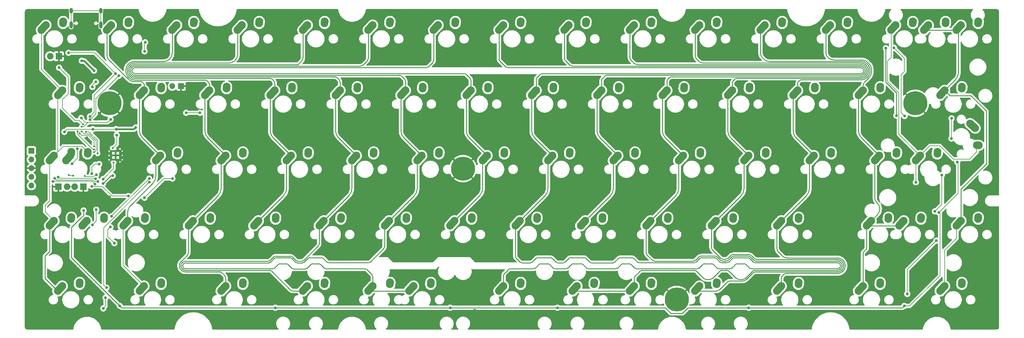
<source format=gbr>
%TF.GenerationSoftware,KiCad,Pcbnew,(6.0.0)*%
%TF.CreationDate,2022-07-27T19:10:37+03:00*%
%TF.ProjectId,SST60,53535436-302e-46b6-9963-61645f706362,0.1*%
%TF.SameCoordinates,Original*%
%TF.FileFunction,Copper,L1,Top*%
%TF.FilePolarity,Positive*%
%FSLAX46Y46*%
G04 Gerber Fmt 4.6, Leading zero omitted, Abs format (unit mm)*
G04 Created by KiCad (PCBNEW (6.0.0)) date 2022-07-27 19:10:37*
%MOMM*%
%LPD*%
G01*
G04 APERTURE LIST*
G04 Aperture macros list*
%AMHorizOval*
0 Thick line with rounded ends*
0 $1 width*
0 $2 $3 position (X,Y) of the first rounded end (center of the circle)*
0 $4 $5 position (X,Y) of the second rounded end (center of the circle)*
0 Add line between two ends*
20,1,$1,$2,$3,$4,$5,0*
0 Add two circle primitives to create the rounded ends*
1,1,$1,$2,$3*
1,1,$1,$4,$5*%
G04 Aperture macros list end*
%TA.AperFunction,ComponentPad*%
%ADD10C,2.250000*%
%TD*%
%TA.AperFunction,ComponentPad*%
%ADD11HorizOval,2.250000X0.655001X0.730000X-0.655001X-0.730000X0*%
%TD*%
%TA.AperFunction,ComponentPad*%
%ADD12HorizOval,2.250000X0.020000X0.290000X-0.020000X-0.290000X0*%
%TD*%
%TA.AperFunction,ComponentPad*%
%ADD13C,1.905000*%
%TD*%
%TA.AperFunction,ComponentPad*%
%ADD14R,1.905000X1.905000*%
%TD*%
%TA.AperFunction,ComponentPad*%
%ADD15C,1.000000*%
%TD*%
%TA.AperFunction,ComponentPad*%
%ADD16C,7.000240*%
%TD*%
%TA.AperFunction,ComponentPad*%
%ADD17C,7.001300*%
%TD*%
%TA.AperFunction,ComponentPad*%
%ADD18HorizOval,2.250000X0.290000X-0.019999X-0.290000X0.019999X0*%
%TD*%
%TA.AperFunction,ComponentPad*%
%ADD19HorizOval,2.250000X0.730004X-0.654995X-0.730004X0.654995X0*%
%TD*%
%TA.AperFunction,ComponentPad*%
%ADD20HorizOval,2.250000X0.655008X0.729993X-0.655008X-0.729993X0*%
%TD*%
%TA.AperFunction,ComponentPad*%
%ADD21HorizOval,2.250000X0.020004X0.290000X-0.020004X-0.290000X0*%
%TD*%
%TA.AperFunction,ComponentPad*%
%ADD22O,1.000000X2.100000*%
%TD*%
%TA.AperFunction,ComponentPad*%
%ADD23O,1.000000X1.600000*%
%TD*%
%TA.AperFunction,ComponentPad*%
%ADD24C,0.600000*%
%TD*%
%TA.AperFunction,ComponentPad*%
%ADD25R,1.700000X1.700000*%
%TD*%
%TA.AperFunction,ComponentPad*%
%ADD26O,1.700000X1.700000*%
%TD*%
%TA.AperFunction,ViaPad*%
%ADD27C,0.800000*%
%TD*%
%TA.AperFunction,ViaPad*%
%ADD28C,0.600000*%
%TD*%
%TA.AperFunction,Conductor*%
%ADD29C,0.200000*%
%TD*%
%TA.AperFunction,Conductor*%
%ADD30C,0.500000*%
%TD*%
%TA.AperFunction,Conductor*%
%ADD31C,0.250000*%
%TD*%
G04 APERTURE END LIST*
D10*
%TO.P,1.50u,1,COL*%
%TO.N,col0*%
X43537500Y-121412500D03*
D11*
X42882501Y-122142500D03*
D10*
%TO.P,1.50u,2,ROW*%
%TO.N,Net-(D5-Pad2)*%
X48577500Y-120332500D03*
D12*
X48557500Y-120622500D03*
%TD*%
D11*
%TO.P,T,1,COL*%
%TO.N,col5*%
X142895001Y-64992500D03*
D10*
X143550000Y-64262500D03*
%TO.P,T,2,ROW*%
%TO.N,Net-(D26-Pad2)*%
X148590000Y-63182500D03*
D12*
X148570000Y-63472500D03*
%TD*%
D10*
%TO.P,Tab,1,COL*%
%TO.N,col0*%
X43537500Y-64262500D03*
D11*
X42882501Y-64992500D03*
D12*
%TO.P,Tab,2,ROW*%
%TO.N,Net-(D2-Pad2)*%
X48557500Y-63472500D03*
D10*
X48577500Y-63182500D03*
%TD*%
%TO.P,[,1,COL*%
%TO.N,col11*%
X257850000Y-64262500D03*
D11*
X257195001Y-64992500D03*
D10*
%TO.P,[,2,ROW*%
%TO.N,Net-(D54-Pad2)*%
X262890000Y-63182500D03*
D12*
X262870000Y-63472500D03*
%TD*%
D10*
%TO.P,1.50u,1,COL*%
%TO.N,col11*%
X253087500Y-121412500D03*
D11*
X252432501Y-122142500D03*
D12*
%TO.P,1.50u,2,ROW*%
%TO.N,Net-(D57-Pad2)*%
X258107500Y-120622500D03*
D10*
X258127500Y-120332500D03*
%TD*%
D11*
%TO.P,R,1,COL*%
%TO.N,col4*%
X123845001Y-64992500D03*
D10*
X124500000Y-64262500D03*
%TO.P,R,2,ROW*%
%TO.N,Net-(D21-Pad2)*%
X129540000Y-63182500D03*
D12*
X129520000Y-63472500D03*
%TD*%
D10*
%TO.P,<,1,COL*%
%TO.N,col9*%
X214987500Y-102362500D03*
D11*
X214332501Y-103092500D03*
D10*
%TO.P,<,2,ROW*%
%TO.N,Net-(D46-Pad2)*%
X220027500Y-101282500D03*
D12*
X220007500Y-101572500D03*
%TD*%
D11*
%TO.P,Stepped,1,COL*%
%TO.N,col0*%
X40501251Y-84042500D03*
D10*
X41156250Y-83312500D03*
%TO.P,Stepped,2,ROW*%
%TO.N,Net-(D3-Pad2)*%
X46196250Y-82232500D03*
D12*
X46176250Y-82522500D03*
D13*
%TO.P,Stepped,3,LED*%
%TO.N,Net-(MX1-Pad3)*%
X44926250Y-92392500D03*
D14*
%TO.P,Stepped,4,LEDGND*%
%TO.N,GND*%
X42386250Y-92392500D03*
%TD*%
D11*
%TO.P,S,1,COL*%
%TO.N,col2*%
X90507501Y-84042500D03*
D10*
X91162500Y-83312500D03*
%TO.P,S,2,ROW*%
%TO.N,Net-(D14-Pad2)*%
X96202500Y-82232500D03*
D12*
X96182500Y-82522500D03*
%TD*%
D11*
%TO.P,B,1,COL*%
%TO.N,col6*%
X157182501Y-103092500D03*
D10*
X157837500Y-102362500D03*
D12*
%TO.P,B,2,ROW*%
%TO.N,Net-(D33-Pad2)*%
X162857500Y-101572500D03*
D10*
X162877500Y-101282500D03*
%TD*%
D11*
%TO.P,H,1,COL*%
%TO.N,col6*%
X166707501Y-84042500D03*
D10*
X167362500Y-83312500D03*
D12*
%TO.P,H,2,ROW*%
%TO.N,Net-(D32-Pad2)*%
X172382500Y-82522500D03*
D10*
X172402500Y-82232500D03*
%TD*%
%TO.P,D,1,COL*%
%TO.N,col3*%
X110212500Y-83312500D03*
D11*
X109557501Y-84042500D03*
D12*
%TO.P,D,2,ROW*%
%TO.N,Net-(D18-Pad2)*%
X115232500Y-82522500D03*
D10*
X115252500Y-82232500D03*
%TD*%
D11*
%TO.P,J,1,COL*%
%TO.N,col7*%
X185757501Y-84042500D03*
D10*
X186412500Y-83312500D03*
D12*
%TO.P,J,2,ROW*%
%TO.N,Net-(D36-Pad2)*%
X191432500Y-82522500D03*
D10*
X191452500Y-82232500D03*
%TD*%
%TO.P,ISO,1,COL*%
%TO.N,col12*%
X281662500Y-83312500D03*
D11*
X281007501Y-84042500D03*
D10*
%TO.P,ISO,2,ROW*%
%TO.N,Net-(D60-Pad2)*%
X286702500Y-82232500D03*
D12*
X286682500Y-82522500D03*
%TD*%
D10*
%TO.P,1u,1,COL*%
%TO.N,col4*%
X114975000Y-121412500D03*
D11*
X114320001Y-122142500D03*
D10*
%TO.P,1u,2,ROW*%
%TO.N,Net-(D24-Pad2)*%
X120015000Y-120332500D03*
D12*
X119995000Y-120622500D03*
%TD*%
D11*
%TO.P,Z,1,COL*%
%TO.N,col2*%
X80982501Y-103092500D03*
D10*
X81637500Y-102362500D03*
D12*
%TO.P,Z,2,ROW*%
%TO.N,Net-(D11-Pad2)*%
X86657500Y-101572500D03*
D10*
X86677500Y-101282500D03*
%TD*%
%TO.P,1u,1,COL*%
%TO.N,col14*%
X305475000Y-102362500D03*
D11*
X304820001Y-103092500D03*
D12*
%TO.P,1u,2,ROW*%
%TO.N,Net-(D67-Pad2)*%
X310495000Y-101572500D03*
D10*
X310515000Y-101282500D03*
%TD*%
%TO.P,W,1,COL*%
%TO.N,col2*%
X86400000Y-64262500D03*
D11*
X85745001Y-64992500D03*
D12*
%TO.P,W,2,ROW*%
%TO.N,Net-(D13-Pad2)*%
X91420000Y-63472500D03*
D10*
X91440000Y-63182500D03*
%TD*%
%TO.P,-,1,COL*%
%TO.N,col11*%
X248325000Y-45212500D03*
D11*
X247670001Y-45942500D03*
D10*
%TO.P,-,2,ROW*%
%TO.N,Net-(D53-Pad2)*%
X253365000Y-44132500D03*
D12*
X253345000Y-44422500D03*
%TD*%
D11*
%TO.P,1.75u,1,COL*%
%TO.N,col12*%
X278626251Y-103092500D03*
D10*
X279281250Y-102362500D03*
%TO.P,1.75u,2,ROW*%
%TO.N,Net-(D61-Pad2)*%
X284321250Y-101282500D03*
D12*
X284301250Y-101572500D03*
%TD*%
D11*
%TO.P,V,1,COL*%
%TO.N,col5*%
X138132501Y-103092500D03*
D10*
X138787500Y-102362500D03*
D12*
%TO.P,V,2,ROW*%
%TO.N,Net-(D28-Pad2)*%
X143807500Y-101572500D03*
D10*
X143827500Y-101282500D03*
%TD*%
D11*
%TO.P,X,1,COL*%
%TO.N,col3*%
X100032501Y-103092500D03*
D10*
X100687500Y-102362500D03*
D12*
%TO.P,X,2,ROW*%
%TO.N,Net-(D19-Pad2)*%
X105707500Y-101572500D03*
D10*
X105727500Y-101282500D03*
%TD*%
D11*
%TO.P,1u,1,COL*%
%TO.N,col12*%
X276245001Y-122142500D03*
D10*
X276900000Y-121412500D03*
%TO.P,1u,2,ROW*%
%TO.N,Net-(D62-Pad2)*%
X281940000Y-120332500D03*
D12*
X281920000Y-120622500D03*
%TD*%
D11*
%TO.P,5,1,COL*%
%TO.N,col5*%
X133370001Y-45942500D03*
D10*
X134025000Y-45212500D03*
D12*
%TO.P,5,2,ROW*%
%TO.N,Net-(D25-Pad2)*%
X139045000Y-44422500D03*
D10*
X139065000Y-44132500D03*
%TD*%
D15*
%TO.P,H1,1,1*%
%TO.N,GND*%
X55709904Y-66404904D03*
X57336250Y-70331250D03*
X58962596Y-69657596D03*
X55036250Y-68031250D03*
X292186250Y-70331250D03*
X57336250Y-65731250D03*
D16*
X292186250Y-68031250D03*
D15*
X59636250Y-68031250D03*
X58962596Y-66404904D03*
X292186250Y-65731250D03*
D17*
X57336250Y-68031250D03*
D16*
X160336250Y-87131250D03*
D15*
X55709904Y-69657596D03*
D16*
X222636250Y-125331250D03*
D15*
%TO.P,H1,3*%
%TO.N,N/C*%
X293635250Y-70413250D03*
%TO.P,H1,4*%
X290714250Y-70413250D03*
%TO.P,H1,5*%
X290841250Y-65714250D03*
%TO.P,H1,6*%
X293635250Y-65714250D03*
%TD*%
D11*
%TO.P,G,1,COL*%
%TO.N,col5*%
X147657501Y-84042500D03*
D10*
X148312500Y-83312500D03*
D12*
%TO.P,G,2,ROW*%
%TO.N,Net-(D27-Pad2)*%
X153332500Y-82522500D03*
D10*
X153352500Y-82232500D03*
%TD*%
%TO.P,1u,1,COL*%
%TO.N,col10*%
X229275000Y-121412500D03*
D11*
X228620001Y-122142500D03*
D12*
%TO.P,1u,2,ROW*%
%TO.N,Net-(D52-Pad2)*%
X234295000Y-120622500D03*
D10*
X234315000Y-120332500D03*
%TD*%
%TO.P,:,1,COL*%
%TO.N,col10*%
X243562500Y-83312500D03*
D11*
X242907501Y-84042500D03*
D12*
%TO.P,:,2,ROW*%
%TO.N,Net-(D50-Pad2)*%
X248582500Y-82522500D03*
D10*
X248602500Y-82232500D03*
%TD*%
D11*
%TO.P,8,1,COL*%
%TO.N,col8*%
X190520001Y-45942500D03*
D10*
X191175000Y-45212500D03*
%TO.P,8,2,ROW*%
%TO.N,Net-(D39-Pad2)*%
X196215000Y-44132500D03*
D12*
X196195000Y-44422500D03*
%TD*%
D11*
%TO.P,P,1,COL*%
%TO.N,col10*%
X238145001Y-64992500D03*
D10*
X238800000Y-64262500D03*
D12*
%TO.P,P,2,ROW*%
%TO.N,Net-(D49-Pad2)*%
X243820000Y-63472500D03*
D10*
X243840000Y-63182500D03*
%TD*%
%TO.P,2.25u,1,COL*%
%TO.N,col5*%
X145931250Y-121412500D03*
D11*
X145276251Y-122142500D03*
D12*
%TO.P,2.25u,2,ROW*%
%TO.N,Net-(D29-Pad2)*%
X150951250Y-120622500D03*
D10*
X150971250Y-120332500D03*
%TD*%
D11*
%TO.P,Q,1,COL*%
%TO.N,col1*%
X66695001Y-64992500D03*
D10*
X67350000Y-64262500D03*
%TO.P,Q,2,ROW*%
%TO.N,Net-(D7-Pad2)*%
X72390000Y-63182500D03*
D12*
X72370000Y-63472500D03*
%TD*%
D11*
%TO.P,1,1,COL*%
%TO.N,col1*%
X57170001Y-45942500D03*
D10*
X57825000Y-45212500D03*
D12*
%TO.P,1,2,ROW*%
%TO.N,Net-(D6-Pad2)*%
X62845000Y-44422500D03*
D10*
X62865000Y-44132500D03*
%TD*%
%TO.P,Y,1,COL*%
%TO.N,col6*%
X162600000Y-64262500D03*
D11*
X161945001Y-64992500D03*
D12*
%TO.P,Y,2,ROW*%
%TO.N,Net-(D31-Pad2)*%
X167620000Y-63472500D03*
D10*
X167640000Y-63182500D03*
%TD*%
%TO.P,],1,COL*%
%TO.N,col12*%
X276900000Y-64262500D03*
D11*
X276245001Y-64992500D03*
D10*
%TO.P,],2,ROW*%
%TO.N,Net-(D59-Pad2)*%
X281940000Y-63182500D03*
D12*
X281920000Y-63472500D03*
%TD*%
D11*
%TO.P,1u/7u/10u,1,COL*%
%TO.N,col7*%
X171470001Y-122142500D03*
D10*
X172125000Y-121412500D03*
D12*
%TO.P,1u/7u/10u,2,ROW*%
%TO.N,Net-(D38-Pad2)*%
X177145000Y-120622500D03*
D10*
X177165000Y-120332500D03*
%TD*%
D11*
%TO.P,9,1,COL*%
%TO.N,col9*%
X209570001Y-45942500D03*
D10*
X210225000Y-45212500D03*
%TO.P,9,2,ROW*%
%TO.N,Net-(D43-Pad2)*%
X215265000Y-44132500D03*
D12*
X215245000Y-44422500D03*
%TD*%
D11*
%TO.P,1u,1,COL*%
%TO.N,col1*%
X61932501Y-103092500D03*
D10*
X62587500Y-102362500D03*
%TO.P,1u,2,ROW*%
%TO.N,Net-(D9-Pad2)*%
X67627500Y-101282500D03*
D12*
X67607500Y-101572500D03*
%TD*%
D10*
%TO.P,>,1,COL*%
%TO.N,col10*%
X234037500Y-102362500D03*
D11*
X233382501Y-103092500D03*
D10*
%TO.P,>,2,ROW*%
%TO.N,Net-(D51-Pad2)*%
X239077500Y-101282500D03*
D12*
X239057500Y-101572500D03*
%TD*%
D10*
%TO.P,2.75u,1,COL*%
%TO.N,col12*%
X288806250Y-102362500D03*
D11*
X288151251Y-103092500D03*
D10*
%TO.P,2.75u,2,ROW*%
%TO.N,Net-(D61-Pad2)*%
X293846250Y-101282500D03*
D12*
X293826250Y-101572500D03*
%TD*%
D10*
%TO.P,MX77,1,COL*%
%TO.N,col7*%
X172125000Y-121412500D03*
D11*
X171470001Y-122142500D03*
D10*
%TO.P,MX77,2,ROW*%
%TO.N,Net-(D38-Pad2)*%
X177165000Y-120332500D03*
D12*
X177145000Y-120622500D03*
%TD*%
D11*
%TO.P,C,1,COL*%
%TO.N,col4*%
X119082501Y-103092500D03*
D10*
X119737500Y-102362500D03*
D12*
%TO.P,C,2,ROW*%
%TO.N,Net-(D23-Pad2)*%
X124757500Y-101572500D03*
D10*
X124777500Y-101282500D03*
%TD*%
D11*
%TO.P,E,1,COL*%
%TO.N,col3*%
X104795001Y-64992500D03*
D10*
X105450000Y-64262500D03*
D12*
%TO.P,E,2,ROW*%
%TO.N,Net-(D17-Pad2)*%
X110470000Y-63472500D03*
D10*
X110490000Y-63182500D03*
%TD*%
%TO.P,ANSI,1,COL*%
%TO.N,col13*%
X293568750Y-83312500D03*
D11*
X292913751Y-84042500D03*
D10*
%TO.P,ANSI,2,ROW*%
%TO.N,Net-(D64-Pad2)*%
X298608750Y-82232500D03*
D12*
X298588750Y-82522500D03*
%TD*%
D10*
%TO.P,A,1,COL*%
%TO.N,col1*%
X72112500Y-83312500D03*
D11*
X71457501Y-84042500D03*
D10*
%TO.P,A,2,ROW*%
%TO.N,Net-(D8-Pad2)*%
X77152500Y-82232500D03*
D12*
X77132500Y-82522500D03*
%TD*%
D11*
%TO.P,1u,1,COL*%
%TO.N,col14*%
X304820001Y-45942500D03*
D10*
X305475000Y-45212500D03*
%TO.P,1u,2,ROW*%
%TO.N,Net-(D65-Pad2)*%
X310515000Y-44132500D03*
D12*
X310495000Y-44422500D03*
%TD*%
D10*
%TO.P,0,1,COL*%
%TO.N,col10*%
X229275000Y-45212500D03*
D11*
X228620001Y-45942500D03*
D12*
%TO.P,0,2,ROW*%
%TO.N,Net-(D48-Pad2)*%
X234295000Y-44422500D03*
D10*
X234315000Y-44132500D03*
%TD*%
D11*
%TO.P,L,1,COL*%
%TO.N,col9*%
X223857501Y-84042500D03*
D10*
X224512500Y-83312500D03*
%TO.P,L,2,ROW*%
%TO.N,Net-(D45-Pad2)*%
X229552500Y-82232500D03*
D12*
X229532500Y-82522500D03*
%TD*%
D10*
%TO.P,I,1,COL*%
%TO.N,col8*%
X200700000Y-64262500D03*
D11*
X200045001Y-64992500D03*
D10*
%TO.P,I,2,ROW*%
%TO.N,Net-(D40-Pad2)*%
X205740000Y-63182500D03*
D12*
X205720000Y-63472500D03*
%TD*%
D10*
%TO.P,M,1,COL*%
%TO.N,col8*%
X195937500Y-102362500D03*
D11*
X195282501Y-103092500D03*
D10*
%TO.P,M,2,ROW*%
%TO.N,Net-(D42-Pad2)*%
X200977500Y-101282500D03*
D12*
X200957500Y-101572500D03*
%TD*%
D10*
%TO.P,2u,1,COL*%
%TO.N,col14*%
X295950000Y-45212500D03*
D11*
X295295001Y-45942500D03*
D10*
%TO.P,2u,2,ROW*%
%TO.N,Net-(D65-Pad2)*%
X300990000Y-44132500D03*
D12*
X300970000Y-44422500D03*
%TD*%
D11*
%TO.P,?,1,COL*%
%TO.N,col11*%
X252432501Y-103092500D03*
D10*
X253087500Y-102362500D03*
%TO.P,?,2,ROW*%
%TO.N,Net-(D56-Pad2)*%
X258127500Y-101282500D03*
D12*
X258107500Y-101572500D03*
%TD*%
D10*
%TO.P,F,1,COL*%
%TO.N,col4*%
X129262500Y-83312500D03*
D11*
X128607501Y-84042500D03*
D12*
%TO.P,F,2,ROW*%
%TO.N,Net-(D22-Pad2)*%
X134282500Y-82522500D03*
D10*
X134302500Y-82232500D03*
%TD*%
D18*
%TO.P,ISO,1,COL*%
%TO.N,col13*%
X310383750Y-80307499D03*
D10*
X310673750Y-80327500D03*
%TO.P,ISO,2,ROW*%
%TO.N,Net-(D64-Pad2)*%
X309593750Y-75287500D03*
D19*
X308863754Y-74632495D03*
%TD*%
D11*
%TO.P,1u,1,COL*%
%TO.N,col1*%
X66695001Y-122142500D03*
D10*
X67350000Y-121412500D03*
D12*
%TO.P,1u,2,ROW*%
%TO.N,Net-(D10-Pad2)*%
X72370000Y-120622500D03*
D10*
X72390000Y-120332500D03*
%TD*%
D11*
%TO.P,N,1,COL*%
%TO.N,col7*%
X176232501Y-103092500D03*
D10*
X176887500Y-102362500D03*
D12*
%TO.P,N,2,ROW*%
%TO.N,Net-(D37-Pad2)*%
X181907500Y-101572500D03*
D10*
X181927500Y-101282500D03*
%TD*%
%TO.P,3,1,COL*%
%TO.N,col3*%
X95925000Y-45212500D03*
D11*
X95270001Y-45942500D03*
D12*
%TO.P,3,2,ROW*%
%TO.N,Net-(D16-Pad2)*%
X100945000Y-44422500D03*
D10*
X100965000Y-44132500D03*
%TD*%
%TO.P,6,1,COL*%
%TO.N,col6*%
X153075000Y-45212500D03*
D11*
X152420001Y-45942500D03*
D10*
%TO.P,6,2,ROW*%
%TO.N,Net-(D30-Pad2)*%
X158115000Y-44132500D03*
D12*
X158095000Y-44422500D03*
%TD*%
D11*
%TO.P,2.75u,1,COL*%
%TO.N,col9*%
X192901251Y-122142500D03*
D10*
X193556250Y-121412500D03*
%TO.P,2.75u,2,ROW*%
%TO.N,Net-(D47-Pad2)*%
X198596250Y-120332500D03*
D12*
X198576250Y-120622500D03*
%TD*%
D10*
%TO.P,",1,COL*%
%TO.N,col11*%
X262612500Y-83312500D03*
D11*
X261957501Y-84042500D03*
D12*
%TO.P,",2,ROW*%
%TO.N,Net-(D55-Pad2)*%
X267632500Y-82522500D03*
D10*
X267652500Y-82232500D03*
%TD*%
%TO.P,Esc,1,COL*%
%TO.N,col0*%
X38775000Y-45212500D03*
D11*
X38120001Y-45942500D03*
D10*
%TO.P,Esc,2,ROW*%
%TO.N,Net-(D1-Pad2)*%
X43815000Y-44132500D03*
D12*
X43795000Y-44422500D03*
D13*
%TO.P,Esc,3,LED*%
%TO.N,Net-(MX3-Pad3)*%
X40005000Y-54292500D03*
D14*
%TO.P,Esc,4,LEDGND*%
%TO.N,GND*%
X42545000Y-54292500D03*
%TD*%
D10*
%TO.P,1.50u,1,COL*%
%TO.N,col2*%
X91162500Y-121412500D03*
D11*
X90507501Y-122142500D03*
D10*
%TO.P,1.50u,2,ROW*%
%TO.N,Net-(D15-Pad2)*%
X96202500Y-120332500D03*
D12*
X96182500Y-120622500D03*
%TD*%
D11*
%TO.P,=,1,COL*%
%TO.N,col12*%
X266720001Y-45942500D03*
D10*
X267375000Y-45212500D03*
%TO.P,=,2,ROW*%
%TO.N,Net-(D58-Pad2)*%
X272415000Y-44132500D03*
D12*
X272395000Y-44422500D03*
%TD*%
D11*
%TO.P,3u,1,COL*%
%TO.N,col5*%
X133370001Y-122142500D03*
D10*
X134025000Y-121412500D03*
D12*
%TO.P,3u,2,ROW*%
%TO.N,Net-(D29-Pad2)*%
X139045000Y-120622500D03*
D10*
X139065000Y-120332500D03*
%TD*%
%TO.P,1u,1,COL*%
%TO.N,col13*%
X286425000Y-45212500D03*
D11*
X285770001Y-45942500D03*
D10*
%TO.P,1u,2,ROW*%
%TO.N,Net-(D63-Pad2)*%
X291465000Y-44132500D03*
D12*
X291445000Y-44422500D03*
%TD*%
D10*
%TO.P,K,1,COL*%
%TO.N,col8*%
X205462500Y-83312500D03*
D11*
X204807501Y-84042500D03*
D12*
%TO.P,K,2,ROW*%
%TO.N,Net-(D41-Pad2)*%
X210482500Y-82522500D03*
D10*
X210502500Y-82232500D03*
%TD*%
D11*
%TO.P,1.25u,1,COL*%
%TO.N,col0*%
X40501251Y-103092500D03*
D10*
X41156250Y-102362500D03*
D12*
%TO.P,1.25u,2,ROW*%
%TO.N,Net-(D4-Pad2)*%
X46176250Y-101572500D03*
D10*
X46196250Y-101282500D03*
%TD*%
D11*
%TO.P,2,1,COL*%
%TO.N,col2*%
X76220001Y-45942500D03*
D10*
X76875000Y-45212500D03*
D12*
%TO.P,2,2,ROW*%
%TO.N,Net-(D12-Pad2)*%
X81895000Y-44422500D03*
D10*
X81915000Y-44132500D03*
%TD*%
%TO.P,\u005C,1,COL*%
%TO.N,col14*%
X300712500Y-64262500D03*
D11*
X300057501Y-64992500D03*
D12*
%TO.P,\u005C,2,ROW*%
%TO.N,Net-(D66-Pad2)*%
X305732500Y-63472500D03*
D10*
X305752500Y-63182500D03*
%TD*%
%TO.P,3u,1,COL*%
%TO.N,col9*%
X210225000Y-121412500D03*
D11*
X209570001Y-122142500D03*
D10*
%TO.P,3u,2,ROW*%
%TO.N,Net-(D47-Pad2)*%
X215265000Y-120332500D03*
D12*
X215245000Y-120622500D03*
%TD*%
D10*
%TO.P,Full,1,COL*%
%TO.N,Net-(D3-Pad2)*%
X45918750Y-83312500D03*
D20*
X45263758Y-84042507D03*
D10*
%TO.P,Full,2,ROW*%
%TO.N,col0*%
X50958750Y-82232500D03*
D21*
X50938754Y-82522500D03*
D13*
%TO.P,Full,3,LED*%
%TO.N,Net-(MX1-Pad3)*%
X47148750Y-92392500D03*
D14*
%TO.P,Full,4,LEDGND*%
%TO.N,GND*%
X49688750Y-92392500D03*
%TD*%
D11*
%TO.P,7,1,COL*%
%TO.N,col7*%
X171470001Y-45942500D03*
D10*
X172125000Y-45212500D03*
D12*
%TO.P,7,2,ROW*%
%TO.N,Net-(D34-Pad2)*%
X177145000Y-44422500D03*
D10*
X177165000Y-44132500D03*
%TD*%
D11*
%TO.P,O,1,COL*%
%TO.N,col9*%
X219095001Y-64992500D03*
D10*
X219750000Y-64262500D03*
%TO.P,O,2,ROW*%
%TO.N,Net-(D44-Pad2)*%
X224790000Y-63182500D03*
D12*
X224770000Y-63472500D03*
%TD*%
D10*
%TO.P,1.50u,1,COL*%
%TO.N,col14*%
X300712500Y-121412500D03*
D11*
X300057501Y-122142500D03*
D10*
%TO.P,1.50u,2,ROW*%
%TO.N,Net-(D68-Pad2)*%
X305752500Y-120332500D03*
D12*
X305732500Y-120622500D03*
%TD*%
D10*
%TO.P,2.25u,1,COL*%
%TO.N,col0*%
X50681250Y-102362500D03*
D11*
X50026251Y-103092500D03*
D12*
%TO.P,2.25u,2,ROW*%
%TO.N,Net-(D4-Pad2)*%
X55701250Y-101572500D03*
D10*
X55721250Y-101282500D03*
%TD*%
%TO.P,MX42,1,COL*%
%TO.N,col7*%
X172125000Y-121412500D03*
D11*
X171470001Y-122142500D03*
D12*
%TO.P,MX42,2,ROW*%
%TO.N,Net-(D38-Pad2)*%
X177145000Y-120622500D03*
D10*
X177165000Y-120332500D03*
%TD*%
D11*
%TO.P,4,1,COL*%
%TO.N,col4*%
X114320001Y-45942500D03*
D10*
X114975000Y-45212500D03*
D12*
%TO.P,4,2,ROW*%
%TO.N,Net-(D20-Pad2)*%
X119995000Y-44422500D03*
D10*
X120015000Y-44132500D03*
%TD*%
D11*
%TO.P,U,1,COL*%
%TO.N,col7*%
X180995001Y-64992500D03*
D10*
X181650000Y-64262500D03*
D12*
%TO.P,U,2,ROW*%
%TO.N,Net-(D35-Pad2)*%
X186670000Y-63472500D03*
D10*
X186690000Y-63182500D03*
%TD*%
D22*
%TO.P,USB1,13,SHIELD*%
%TO.N,GNDREF*%
X46130000Y-45167500D03*
X54770000Y-45167500D03*
D23*
X46130000Y-40987500D03*
X54770000Y-40987500D03*
%TD*%
D24*
%TO.P,U1,57,GND*%
%TO.N,GND*%
X57825000Y-83250000D03*
X57825000Y-81975000D03*
X59100000Y-84525000D03*
X59100000Y-81975000D03*
X60375000Y-83250000D03*
X59100000Y-83250000D03*
X60375000Y-84525000D03*
X57825000Y-84525000D03*
X60375000Y-81975000D03*
%TD*%
D25*
%TO.P,J2,1,Pin_1*%
%TO.N,RESET*%
X34550000Y-81925000D03*
D26*
%TO.P,J2,2,Pin_2*%
%TO.N,+3V3*%
X34550000Y-84465000D03*
%TO.P,J2,3,Pin_3*%
%TO.N,GND*%
X34550000Y-87005000D03*
%TO.P,J2,4,Pin_4*%
%TO.N,SWDIO*%
X34550000Y-89545000D03*
%TO.P,J2,5,Pin_5*%
%TO.N,SWCLK*%
X34550000Y-92085000D03*
%TD*%
D25*
%TO.P,SW1,1,1*%
%TO.N,GND*%
X78175000Y-63025000D03*
D26*
%TO.P,SW1,2,2*%
%TO.N,Net-(R_Flash1-Pad1)*%
X75635000Y-63025000D03*
%TD*%
D27*
%TO.N,GND*%
X199525000Y-47125000D03*
X278725000Y-51275000D03*
X51150000Y-88025000D03*
X155675000Y-123800000D03*
X80725000Y-69800000D03*
X82575000Y-84575000D03*
X54700000Y-74650000D03*
X78175000Y-69700000D03*
X286400000Y-61300000D03*
X104050000Y-47225000D03*
X60400000Y-90525000D03*
X237300000Y-46625000D03*
X52275000Y-93550000D03*
X162300000Y-121950000D03*
X57300000Y-95375000D03*
X50200000Y-65850000D03*
X75275000Y-73025000D03*
X220200000Y-119350000D03*
D28*
X64650000Y-79625000D03*
D27*
X165300000Y-130925000D03*
X50725000Y-78075000D03*
X300750000Y-104275000D03*
X161800000Y-125875000D03*
X74575000Y-82025000D03*
X81450000Y-90575000D03*
X247225000Y-126050000D03*
X62600000Y-54475000D03*
X49100000Y-59825000D03*
X187750000Y-120125000D03*
X109100000Y-42525000D03*
X44400000Y-78700000D03*
X68675000Y-83275000D03*
X300600000Y-75350000D03*
X46150000Y-47325000D03*
X63375000Y-92000000D03*
X163725000Y-128500000D03*
X53250000Y-112075000D03*
X275250000Y-46450000D03*
X239775000Y-42650000D03*
X127300000Y-48750000D03*
X205100000Y-51000000D03*
X109900000Y-50950000D03*
X249700000Y-75125000D03*
X236650000Y-118650000D03*
X307725000Y-86625000D03*
X281850000Y-50600000D03*
X60000000Y-101500000D03*
X295950000Y-41700000D03*
X79800000Y-45500000D03*
X213275000Y-131375000D03*
X259475000Y-47900000D03*
X164875000Y-45600000D03*
X177400000Y-61975000D03*
X127225000Y-121725000D03*
X203150000Y-121300000D03*
X71900000Y-50700000D03*
D28*
X53475000Y-72825000D03*
D27*
X231025000Y-75900000D03*
X57075000Y-42425000D03*
X43975000Y-72425000D03*
X133650000Y-74275000D03*
X228550000Y-126300000D03*
X155200000Y-43375000D03*
X89950000Y-48025000D03*
D28*
X51450000Y-74550000D03*
D27*
X243000000Y-50825000D03*
X286650000Y-54325000D03*
X117425000Y-44275000D03*
X104700000Y-123625000D03*
X201675000Y-117675000D03*
X93525000Y-74050000D03*
X200800000Y-90875000D03*
X248250000Y-131275000D03*
X221125000Y-47950000D03*
X205100000Y-125500000D03*
X279725000Y-45050000D03*
X65600000Y-87350000D03*
X148200000Y-50975000D03*
X144500000Y-42650000D03*
X212450000Y-43650000D03*
X250800000Y-45450000D03*
X52875000Y-83300000D03*
X37500000Y-90500000D03*
X211500000Y-77475000D03*
X142275000Y-46850000D03*
D28*
X48625000Y-47900000D03*
D27*
X183450000Y-47525000D03*
%TO.N,+5V*%
X49225000Y-55625000D03*
X52800000Y-58500000D03*
D28*
%TO.N,row0*%
X52842941Y-81532074D03*
D27*
X51601460Y-71875000D03*
X45375000Y-53275000D03*
D28*
X48000000Y-76250000D03*
D27*
X59100000Y-59350000D03*
%TO.N,row1*%
X57625000Y-72750000D03*
X49075000Y-72325000D03*
D28*
X52851390Y-82331532D03*
X49202294Y-76245025D03*
D27*
X83675000Y-70800000D03*
X79650000Y-70800000D03*
D28*
X49199500Y-74900000D03*
D27*
%TO.N,row2*%
X52125000Y-92300000D03*
X54300000Y-85799500D03*
X75650000Y-90025000D03*
X62800000Y-95125000D03*
X67500000Y-95600000D03*
X52175000Y-88625000D03*
%TO.N,row3*%
X57942878Y-101067878D03*
X57575000Y-104175000D03*
X58725000Y-108900000D03*
X68882122Y-90042878D03*
%TO.N,row4*%
X68925000Y-91075000D03*
X56150000Y-124800000D03*
X55500000Y-127950000D03*
X56425000Y-121900000D03*
%TO.N,Net-(D69-Pad3)*%
X47925000Y-81299500D03*
X46375000Y-85675000D03*
%TO.N,Net-(D70-Pad3)*%
X52350000Y-103550000D03*
X53450000Y-99125000D03*
D28*
%TO.N,RGB*%
X48602794Y-76829972D03*
D27*
X67525000Y-52850000D03*
D28*
X52799659Y-80650340D03*
D27*
X51601460Y-72874503D03*
X67700000Y-50225000D03*
X60050000Y-59975000D03*
%TO.N,Net-(D81-Pad1)*%
X285950000Y-51825000D03*
X289050000Y-71750000D03*
%TO.N,Net-(D82-Pad3)*%
X298300000Y-108125000D03*
X289825000Y-123725000D03*
%TO.N,Net-(D83-Pad1)*%
X299925000Y-88975000D03*
X297875000Y-99600000D03*
%TO.N,D-*%
X52325000Y-63250000D03*
X53325000Y-61785756D03*
%TO.N,RESET*%
X53250511Y-90125296D03*
X42300000Y-89575000D03*
%TO.N,SWDIO*%
X53950011Y-90892878D03*
X41350000Y-89900000D03*
%TO.N,SWCLK*%
X40825000Y-90875000D03*
X53059821Y-91600500D03*
D28*
%TO.N,CAPSLED*%
X46700000Y-89200000D03*
X45425500Y-89020000D03*
X50075000Y-89300000D03*
D27*
X53465372Y-88915372D03*
D28*
%TO.N,ESCLED*%
X49603025Y-74209803D03*
X53850000Y-82675000D03*
X50475000Y-76350000D03*
D27*
X42610000Y-57620000D03*
D28*
%TO.N,+1V1*%
X58500000Y-85350000D03*
X58225000Y-81150000D03*
D27*
X55425000Y-90175000D03*
X59406334Y-77357910D03*
%TO.N,+3V3*%
X283575000Y-51950000D03*
X55425000Y-91450000D03*
X49750000Y-99350000D03*
X302725000Y-72450000D03*
X302700000Y-78325000D03*
X286650500Y-71625000D03*
X52450960Y-75599040D03*
X44150000Y-76375000D03*
X288950000Y-127225500D03*
X156600000Y-127750000D03*
X64950000Y-75100000D03*
X59225000Y-75600000D03*
X105650000Y-127750000D03*
X299075000Y-99925000D03*
X58225000Y-89175000D03*
X187875000Y-127750000D03*
X304400000Y-85175000D03*
X243600000Y-127750000D03*
X60300000Y-127200000D03*
%TO.N,col13*%
X292325000Y-91100000D03*
%TD*%
D29*
%TO.N,GND*%
X188225000Y-119650000D02*
X196275000Y-119650000D01*
D30*
X60375000Y-81975000D02*
X57825000Y-81975000D01*
D29*
X198250000Y-117675000D02*
X201675000Y-117675000D01*
X163725000Y-128500000D02*
X165300000Y-130075000D01*
D30*
X57825000Y-83250000D02*
X60375000Y-83250000D01*
X57825000Y-81975000D02*
X57825000Y-84525000D01*
X60375000Y-84525000D02*
X57825000Y-84525000D01*
X60375000Y-81975000D02*
X60375000Y-84525000D01*
D29*
X201675000Y-117675000D02*
X203150000Y-119150000D01*
X165300000Y-130075000D02*
X165300000Y-130925000D01*
X187750000Y-120125000D02*
X188225000Y-119650000D01*
X203150000Y-119150000D02*
X203150000Y-121300000D01*
D30*
X59100000Y-81975000D02*
X59100000Y-84525000D01*
D29*
X196275000Y-119650000D02*
X198250000Y-117675000D01*
D30*
%TO.N,+5V*%
X49225000Y-55625000D02*
X49925000Y-55625000D01*
X49925000Y-55625000D02*
X52800000Y-58500000D01*
D29*
%TO.N,GNDREF*%
X54770000Y-40987500D02*
X46130000Y-40987500D01*
X46130000Y-45167500D02*
X46130000Y-40987500D01*
X54770000Y-45167500D02*
X54770000Y-40987500D01*
%TO.N,row0*%
X51601460Y-71875000D02*
X52800000Y-70676460D01*
X48000000Y-76250000D02*
X48000000Y-77075000D01*
X52800000Y-70676460D02*
X52800000Y-65650000D01*
X48000000Y-77075000D02*
X52457074Y-81532074D01*
X45375000Y-53275000D02*
X53025000Y-53275000D01*
X52457074Y-81532074D02*
X52842941Y-81532074D01*
X53025000Y-53275000D02*
X59100000Y-59350000D01*
X52800000Y-65650000D02*
X59100000Y-59350000D01*
%TO.N,row1*%
X53442452Y-79027444D02*
X53442452Y-81780401D01*
X51086652Y-73574014D02*
X51899014Y-73574014D01*
X79650000Y-70800000D02*
X83675000Y-70800000D01*
X56800986Y-73574014D02*
X57625000Y-72750000D01*
X53051337Y-82131585D02*
X52851390Y-82331532D01*
X51390489Y-76975481D02*
X53442452Y-79027444D01*
X49199500Y-74900000D02*
X49760666Y-74900000D01*
X53091268Y-82131585D02*
X53051337Y-82131585D01*
X49760666Y-74900000D02*
X51086652Y-73574014D01*
X53442452Y-81780401D02*
X53091268Y-82131585D01*
X51899014Y-73574014D02*
X56800986Y-73574014D01*
X49199500Y-74900000D02*
X49650000Y-74900000D01*
X49202294Y-76245025D02*
X49932749Y-76975480D01*
X50224014Y-73574014D02*
X51899014Y-73574014D01*
X49075000Y-72425000D02*
X50224014Y-73574014D01*
X49932749Y-76975480D02*
X51390489Y-76975481D01*
X49075000Y-72325000D02*
X49075000Y-72425000D01*
%TO.N,row2*%
X52175000Y-86600000D02*
X53025000Y-85750000D01*
X52175000Y-88625000D02*
X52175000Y-86600000D01*
X52125000Y-92300000D02*
X55214259Y-92300000D01*
X67500000Y-95600000D02*
X73075000Y-90025000D01*
X55214259Y-92300000D02*
X58039259Y-95125000D01*
X53025000Y-85750000D02*
X54250500Y-85750000D01*
X54250500Y-85750000D02*
X54300000Y-85799500D01*
X58039259Y-95125000D02*
X62800000Y-95125000D01*
X73075000Y-90025000D02*
X75650000Y-90025000D01*
%TO.N,row3*%
X68882122Y-90042878D02*
X57942878Y-100982122D01*
X57942878Y-100982122D02*
X57942878Y-101067878D01*
X56825000Y-107000000D02*
X58725000Y-108900000D01*
X56825000Y-104925000D02*
X56825000Y-107000000D01*
X57575000Y-104175000D02*
X56825000Y-104925000D01*
%TO.N,row4*%
X55625000Y-121100000D02*
X56425000Y-121900000D01*
X56150000Y-124800000D02*
X56150000Y-127300000D01*
X55625000Y-109050000D02*
X55625000Y-121100000D01*
X55625000Y-104375000D02*
X55625000Y-109050000D01*
X68925000Y-91075000D02*
X55625000Y-104375000D01*
X56150000Y-127300000D02*
X55500000Y-127950000D01*
%TO.N,Net-(D69-Pad3)*%
X46375000Y-85675000D02*
X47925000Y-84125000D01*
X47925000Y-84125000D02*
X47925000Y-81299500D01*
%TO.N,Net-(D70-Pad3)*%
X52350000Y-103550000D02*
X53450000Y-102450000D01*
X53450000Y-102450000D02*
X53450000Y-99125000D01*
%TO.N,RGB*%
X67525000Y-50400000D02*
X67700000Y-50225000D01*
X53300000Y-71175963D02*
X53300000Y-66693260D01*
X49147822Y-77375000D02*
X51225002Y-77375000D01*
X51601460Y-72874503D02*
X53300000Y-71175963D01*
X60018260Y-59975000D02*
X60050000Y-59975000D01*
X52799659Y-78949657D02*
X52799659Y-80650340D01*
X67525000Y-52850000D02*
X67525000Y-50400000D01*
X51225002Y-77375000D02*
X52799659Y-78949657D01*
X48602794Y-76829972D02*
X49147822Y-77375000D01*
X53300000Y-66693260D02*
X60018260Y-59975000D01*
%TO.N,Net-(D81-Pad1)*%
X289000000Y-58775000D02*
X289000000Y-54875000D01*
X289000000Y-54875000D02*
X285950000Y-51825000D01*
X288050000Y-68425000D02*
X288050000Y-59725000D01*
X289050000Y-71750000D02*
X288050000Y-70750000D01*
X288050000Y-70750000D02*
X288050000Y-68425000D01*
X288050000Y-59725000D02*
X289000000Y-58775000D01*
%TO.N,Net-(D82-Pad3)*%
X289825000Y-116600000D02*
X289825000Y-123725000D01*
X298300000Y-108125000D02*
X289825000Y-116600000D01*
%TO.N,Net-(D83-Pad1)*%
X299925000Y-88975000D02*
X299925000Y-97550000D01*
X299925000Y-97550000D02*
X297875000Y-99600000D01*
%TO.N,D-*%
X52325000Y-62785756D02*
X53325000Y-61785756D01*
X52325000Y-63250000D02*
X52325000Y-62785756D01*
%TO.N,RESET*%
X53050296Y-90125296D02*
X52825000Y-89900000D01*
X53250511Y-90125296D02*
X53050296Y-90125296D01*
X52825000Y-89900000D02*
X42625000Y-89900000D01*
X42625000Y-89900000D02*
X42300000Y-89575000D01*
%TO.N,SWDIO*%
X53950011Y-90892878D02*
X52917205Y-90892878D01*
X52917205Y-90892878D02*
X52435005Y-90410678D01*
X41860678Y-90410678D02*
X41350000Y-89900000D01*
X52435005Y-90410678D02*
X41860678Y-90410678D01*
%TO.N,SWCLK*%
X40889802Y-90810198D02*
X40825000Y-90875000D01*
X52269519Y-90810198D02*
X40889802Y-90810198D01*
X53059821Y-91600500D02*
X52269519Y-90810198D01*
%TO.N,CAPSLED*%
X53209628Y-88915372D02*
X52675000Y-89450000D01*
X53465372Y-88915372D02*
X53209628Y-88915372D01*
X50225000Y-89450000D02*
X50075000Y-89300000D01*
X52675000Y-89450000D02*
X50225000Y-89450000D01*
X45425500Y-89020000D02*
X45605500Y-89200000D01*
X45605500Y-89200000D02*
X46700000Y-89200000D01*
%TO.N,ESCLED*%
X53850000Y-82675000D02*
X53850000Y-79550000D01*
X45275000Y-60285000D02*
X42610000Y-57620000D01*
X51330014Y-76350000D02*
X50475000Y-76350000D01*
X43625000Y-69450000D02*
X43625000Y-66925000D01*
X43625000Y-66925000D02*
X45275000Y-65275000D01*
X53850000Y-79550000D02*
X53841972Y-79541972D01*
X53841972Y-79541972D02*
X53841971Y-78861957D01*
X53841971Y-78861957D02*
X51330014Y-76350000D01*
X47199511Y-73024511D02*
X43625000Y-69450000D01*
X45275000Y-65275000D02*
X45275000Y-62075000D01*
X45275000Y-62075000D02*
X45275000Y-60285000D01*
X49603025Y-74209803D02*
X48417733Y-73024511D01*
X48417733Y-73024511D02*
X47199511Y-73024511D01*
%TO.N,col0*%
X37465000Y-46672500D02*
X37465000Y-58190000D01*
X42227500Y-65722500D02*
X42227500Y-82241250D01*
X49326250Y-80600000D02*
X50958750Y-82232500D01*
X41156250Y-83312500D02*
X43868750Y-80600000D01*
X38575000Y-97800000D02*
X38575000Y-99781250D01*
D31*
X38500000Y-112625000D02*
X38500000Y-119145000D01*
X39846250Y-103822500D02*
X39846250Y-111278750D01*
D29*
X38575000Y-99781250D02*
X41156250Y-102362500D01*
X39846250Y-96528750D02*
X38575000Y-97800000D01*
X42227500Y-82241250D02*
X41156250Y-83312500D01*
D31*
X38500000Y-119145000D02*
X42227500Y-122872500D01*
X39846250Y-111278750D02*
X38500000Y-112625000D01*
D29*
X39846250Y-84772500D02*
X39846250Y-96528750D01*
X37465000Y-58190000D02*
X43537500Y-64262500D01*
X43868750Y-80600000D02*
X49326250Y-80600000D01*
D31*
%TO.N,col1*%
X66650000Y-61675000D02*
X67350000Y-62375000D01*
D29*
X61277500Y-103822500D02*
X61275000Y-103825000D01*
X61275000Y-115337500D02*
X67350000Y-121412500D01*
D31*
X56515000Y-46672500D02*
X56525000Y-46682500D01*
X70802500Y-89279859D02*
X70802500Y-84772500D01*
D29*
X61275000Y-103825000D02*
X61275000Y-115337500D01*
D31*
X66918680Y-78118680D02*
X72112500Y-83312500D01*
X64371263Y-61675000D02*
X66650000Y-61675000D01*
X57184010Y-55419728D02*
X62780273Y-61015991D01*
X56525000Y-46682500D02*
X56525000Y-53828737D01*
X62587500Y-102362500D02*
X62587500Y-99980141D01*
X66040000Y-65722500D02*
X66040000Y-75997359D01*
X67350000Y-62375000D02*
X67350000Y-64262500D01*
X63466180Y-97858820D02*
X69923820Y-91401180D01*
X70802500Y-89279859D02*
G75*
G02*
X69923820Y-91401180I-3000005J2D01*
G01*
X66918680Y-78118680D02*
G75*
G02*
X66040000Y-75997359I2121325J2121323D01*
G01*
X64371263Y-61675000D02*
G75*
G02*
X62780273Y-61015991I0J2250000D01*
G01*
X63466180Y-97858820D02*
G75*
G03*
X62587500Y-99980141I2121325J-2121323D01*
G01*
X57184010Y-55419728D02*
G75*
G02*
X56525000Y-53828737I1590990J1590991D01*
G01*
%TO.N,col2*%
X85767893Y-61517893D02*
X86107107Y-61857107D01*
X73191099Y-55826920D02*
X64530061Y-55826920D01*
X80327500Y-111451180D02*
X80327500Y-103822500D01*
X89228680Y-117275000D02*
X79346320Y-117275000D01*
X89852500Y-84772500D02*
X89852500Y-92904859D01*
X85968680Y-78118680D02*
X91162500Y-83312500D01*
X77700000Y-115628680D02*
X77700000Y-115321320D01*
X62735930Y-60335930D02*
X62965991Y-60565991D01*
X85090000Y-65722500D02*
X85090000Y-75997359D01*
X91162500Y-121412500D02*
X91162500Y-119208820D01*
X64556981Y-61225000D02*
X85060786Y-61225000D01*
X90723160Y-118148160D02*
X90289340Y-117714340D01*
X74905990Y-55044010D02*
X74782089Y-55167911D01*
X62076920Y-58280061D02*
X62076920Y-58744939D01*
X75565000Y-46672500D02*
X75565000Y-53453019D01*
X86400000Y-62564214D02*
X86400000Y-64262500D01*
X62939070Y-56485930D02*
X62735929Y-56689071D01*
X88973820Y-95026180D02*
X81637500Y-102362500D01*
X78139340Y-114260660D02*
X79888160Y-112511840D01*
X78285660Y-116835660D02*
X78139340Y-116689340D01*
X77700001Y-115321320D02*
G75*
G02*
X78139341Y-114260661I1500001J-1D01*
G01*
X77700001Y-115628680D02*
G75*
G03*
X78139341Y-116689339I1500001J1D01*
G01*
X88973820Y-95026180D02*
G75*
G03*
X89852500Y-92904859I-2121325J2121323D01*
G01*
X74905990Y-55044010D02*
G75*
G03*
X75565000Y-53453019I-1590990J1590991D01*
G01*
X64556981Y-61225000D02*
G75*
G02*
X62965991Y-60565991I2J2250005D01*
G01*
X73191099Y-55826920D02*
G75*
G03*
X74782089Y-55167911I0J2250000D01*
G01*
X86399999Y-62564214D02*
G75*
G03*
X86107106Y-61857108I-999993J3D01*
G01*
X79346320Y-117274999D02*
G75*
G02*
X78285661Y-116835659I1J1500001D01*
G01*
X62076920Y-58280061D02*
G75*
G02*
X62735929Y-56689071I2250000J0D01*
G01*
X85767893Y-61517893D02*
G75*
G03*
X85060786Y-61225000I-707106J-707106D01*
G01*
X85968680Y-78118680D02*
G75*
G02*
X85090000Y-75997359I2121325J2121323D01*
G01*
X62735930Y-60335930D02*
G75*
G02*
X62076920Y-58744939I1590990J1590991D01*
G01*
X89228680Y-117275001D02*
G75*
G02*
X90289339Y-117714341I-1J-1500001D01*
G01*
X80327499Y-111451180D02*
G75*
G02*
X79888159Y-112511839I-1500001J1D01*
G01*
X62939070Y-56485930D02*
G75*
G02*
X64530061Y-55826920I1590991J-1590990D01*
G01*
X90723160Y-118148160D02*
G75*
G02*
X91162500Y-119208820I-1060662J-1060661D01*
G01*
%TO.N,col3*%
X63285997Y-56789003D02*
X63039003Y-57035997D01*
X108900000Y-84775000D02*
X108900000Y-92907359D01*
X104866117Y-61116117D02*
X105083884Y-61333884D01*
X104140000Y-65722500D02*
X104140000Y-75997359D01*
X94615000Y-46672500D02*
X94615000Y-53960126D01*
X108902500Y-84772500D02*
X108900000Y-84775000D01*
X92298686Y-56276440D02*
X64523434Y-56276440D01*
X64539156Y-60750000D02*
X103982233Y-60750000D01*
X63039003Y-59974721D02*
X63301719Y-60237437D01*
X105450000Y-62217767D02*
X105450000Y-64262500D01*
X94102437Y-55197563D02*
X93536123Y-55763877D01*
X62526440Y-58273434D02*
X62526440Y-58737284D01*
X105018680Y-78118680D02*
X110212500Y-83312500D01*
X108021320Y-95028680D02*
X100687500Y-102362500D01*
X62526440Y-58273434D02*
G75*
G02*
X63039003Y-57035997I1750003J-1D01*
G01*
X108021320Y-95028680D02*
G75*
G03*
X108900000Y-92907359I-2121325J2121323D01*
G01*
X103982233Y-60750000D02*
G75*
G02*
X104866117Y-61116117I-1J-1250002D01*
G01*
X63285997Y-56789003D02*
G75*
G02*
X64523434Y-56276440I1237438J-1237440D01*
G01*
X94102437Y-55197563D02*
G75*
G03*
X94615000Y-53960126I-1237440J1237438D01*
G01*
X105450000Y-62217767D02*
G75*
G03*
X105083884Y-61333884I-1249995J2D01*
G01*
X92298686Y-56276440D02*
G75*
G03*
X93536123Y-55763877I-1J1750003D01*
G01*
X105018680Y-78118680D02*
G75*
G02*
X104140000Y-75997359I2121325J2121323D01*
G01*
X63039003Y-59974721D02*
G75*
G02*
X62526440Y-58737284I1237440J1237438D01*
G01*
X64539156Y-60750000D02*
G75*
G02*
X63301719Y-60237437I1J1750003D01*
G01*
%TO.N,col4*%
X62975960Y-58370360D02*
X62975960Y-58654640D01*
X113665000Y-46672500D02*
X113665000Y-54713680D01*
X123863860Y-60738860D02*
X124060660Y-60935660D01*
X113225660Y-55774340D02*
X112275000Y-56725000D01*
X110786714Y-122872500D02*
X113665000Y-122872500D01*
X124068680Y-78118680D02*
X129262500Y-83312500D01*
X112275000Y-56725000D02*
X112275000Y-56725960D01*
X104617413Y-117117413D02*
X110079607Y-122579607D01*
X78175000Y-115314214D02*
X78175000Y-115660786D01*
X63559700Y-57165300D02*
X63415300Y-57309700D01*
X112275000Y-56725960D02*
X64620360Y-56725960D01*
X127952500Y-84772500D02*
X127952500Y-92904859D01*
X64620840Y-60299520D02*
X122803200Y-60299520D01*
X63415300Y-59715300D02*
X63560180Y-59860180D01*
X113225068Y-114175000D02*
X112274931Y-114175000D01*
X78467893Y-116367893D02*
X78631627Y-116531627D01*
X118134607Y-109679675D02*
X113932175Y-113882107D01*
X105081627Y-112968373D02*
X104167893Y-113882107D01*
X124500000Y-61996320D02*
X124500000Y-64262500D01*
X127073820Y-95026180D02*
X119737500Y-102362500D01*
X103460786Y-114175000D02*
X79314214Y-114175000D01*
X79338734Y-116824520D02*
X103910306Y-116824520D01*
X78607107Y-114467893D02*
X78467893Y-114607107D01*
X111567825Y-113882107D02*
X110654090Y-112968373D01*
X118427500Y-103822500D02*
X118427500Y-108972568D01*
X109946984Y-112675480D02*
X105788734Y-112675480D01*
X123190000Y-65722500D02*
X123190000Y-75997359D01*
X127952499Y-92904859D02*
G75*
G02*
X127073819Y-95026179I-2999993J-3D01*
G01*
X78467893Y-116367893D02*
G75*
G02*
X78175000Y-115660786I707106J707106D01*
G01*
X78175001Y-115314214D02*
G75*
G02*
X78467894Y-114607108I999993J3D01*
G01*
X110079607Y-122579607D02*
G75*
G03*
X110786714Y-122872500I707106J707106D01*
G01*
X105788734Y-112675481D02*
G75*
G03*
X105081628Y-112968374I-3J-999993D01*
G01*
X63415300Y-57309700D02*
G75*
G03*
X62975960Y-58370360I1060662J-1060661D01*
G01*
X109946984Y-112675480D02*
G75*
G02*
X110654090Y-112968373I-3J-1000005D01*
G01*
X113932175Y-113882107D02*
G75*
G02*
X113225068Y-114175000I-707106J707106D01*
G01*
X112274931Y-114175000D02*
G75*
G02*
X111567825Y-113882107I3J1000005D01*
G01*
X78631627Y-116531627D02*
G75*
G03*
X79338734Y-116824520I707106J707106D01*
G01*
X124060660Y-60935660D02*
G75*
G02*
X124500000Y-61996320I-1060662J-1060661D01*
G01*
X122803200Y-60299521D02*
G75*
G02*
X123863859Y-60738861I-1J-1500001D01*
G01*
X62975961Y-58654640D02*
G75*
G03*
X63415301Y-59715299I1500001J1D01*
G01*
X103460786Y-114174999D02*
G75*
G03*
X104167892Y-113882106I3J999993D01*
G01*
X113225660Y-55774340D02*
G75*
G03*
X113665000Y-54713680I-1060662J1060661D01*
G01*
X64620840Y-60299519D02*
G75*
G02*
X63560181Y-59860179I1J1500001D01*
G01*
X123190001Y-75997359D02*
G75*
G03*
X124068681Y-78118679I2999993J-3D01*
G01*
X118427499Y-108972568D02*
G75*
G02*
X118134606Y-109679674I-999993J-3D01*
G01*
X104617413Y-117117413D02*
G75*
G03*
X103910306Y-116824520I-707106J-707106D01*
G01*
X79314214Y-114175001D02*
G75*
G03*
X78607108Y-114467894I-3J-999993D01*
G01*
X63559700Y-57165300D02*
G75*
G02*
X64620360Y-56725960I1060661J-1060662D01*
G01*
%TO.N,col5*%
X106985660Y-114875000D02*
X108764340Y-114875000D01*
X105355330Y-113344670D02*
X104294670Y-114405330D01*
X144621250Y-122872500D02*
X132715000Y-122872500D01*
X119089340Y-113100000D02*
X115660660Y-113100000D01*
X134025000Y-118610660D02*
X134025000Y-121412500D01*
X130381753Y-57175480D02*
X64706569Y-57175480D01*
X109294670Y-115094670D02*
X110380330Y-116180330D01*
X143550000Y-61692767D02*
X143550000Y-64262500D01*
X120385660Y-116375000D02*
X131789340Y-116375000D01*
X132348883Y-55726117D02*
X131265636Y-56809364D01*
X143118680Y-78118680D02*
X148312500Y-83312500D01*
X142240000Y-65722500D02*
X142240000Y-75997359D01*
X118794670Y-115094670D02*
X119855330Y-116155330D01*
X137477500Y-103822500D02*
X137477500Y-109911840D01*
X132789340Y-114600000D02*
X121210660Y-114600000D01*
X103764340Y-114625000D02*
X79435660Y-114625000D01*
X132715000Y-46672500D02*
X132715000Y-54842233D01*
X114894670Y-116180330D02*
X115980330Y-115094670D01*
X78844670Y-116094670D02*
X78905330Y-116155330D01*
X78905330Y-114844670D02*
X78844670Y-114905330D01*
X63425480Y-58456569D02*
X63425480Y-58557713D01*
X115130330Y-113319670D02*
X114044670Y-114405330D01*
X63791597Y-59441597D02*
X63833884Y-59483884D01*
X110910660Y-116400000D02*
X114364340Y-116400000D01*
X63822685Y-57541597D02*
X63791595Y-57572687D01*
X111455330Y-114405330D02*
X110394670Y-113344670D01*
X146123820Y-95026180D02*
X138787500Y-102362500D01*
X116510660Y-114875000D02*
X118264340Y-114875000D01*
X109864340Y-113125000D02*
X105885660Y-113125000D01*
X132319670Y-116594670D02*
X133805330Y-118080330D01*
X113514340Y-114625000D02*
X111985660Y-114625000D01*
X142591117Y-60216117D02*
X143183884Y-60808884D01*
X137257830Y-110442170D02*
X133319670Y-114380330D01*
X147002500Y-84772500D02*
X147002500Y-92904859D01*
X105394670Y-116155330D02*
X106455330Y-115094670D01*
X78625000Y-115435660D02*
X78625000Y-115564340D01*
X120680330Y-114380330D02*
X119619670Y-113319670D01*
X79435660Y-116375000D02*
X104864340Y-116375000D01*
X64717767Y-59850000D02*
X141707233Y-59850000D01*
X104864340Y-116374999D02*
G75*
G03*
X105394669Y-116155329I3J749992D01*
G01*
X113514340Y-114624999D02*
G75*
G03*
X114044669Y-114405329I3J749992D01*
G01*
X131265636Y-56809364D02*
G75*
G02*
X130381753Y-57175480I-883881J883879D01*
G01*
X63425480Y-58557713D02*
G75*
G03*
X63791597Y-59441597I1250002J1D01*
G01*
X115130330Y-113319670D02*
G75*
G02*
X115660660Y-113100000I530327J-530323D01*
G01*
X63425480Y-58456569D02*
G75*
G02*
X63791595Y-57572687I1250000J0D01*
G01*
X120385660Y-116374999D02*
G75*
G02*
X119855331Y-116155329I-3J749992D01*
G01*
X147002499Y-92904859D02*
G75*
G02*
X146123819Y-95026179I-2999993J-3D01*
G01*
X111985660Y-114624999D02*
G75*
G02*
X111455331Y-114405329I-3J749992D01*
G01*
X118264340Y-114875001D02*
G75*
G02*
X118794669Y-115094671I3J-749992D01*
G01*
X137257830Y-110442170D02*
G75*
G03*
X137477500Y-109911840I-530323J530327D01*
G01*
X64717767Y-59850000D02*
G75*
G02*
X63833884Y-59483884I-2J1249995D01*
G01*
X142240001Y-75997359D02*
G75*
G03*
X143118681Y-78118679I2999993J-3D01*
G01*
X143550000Y-61692767D02*
G75*
G03*
X143183884Y-60808884I-1249995J2D01*
G01*
X132715000Y-54842233D02*
G75*
G02*
X132348883Y-55726117I-1250002J1D01*
G01*
X116510660Y-114875001D02*
G75*
G03*
X115980331Y-115094671I-3J-749992D01*
G01*
X78625001Y-115564340D02*
G75*
G03*
X78844671Y-116094669I749992J-3D01*
G01*
X109864340Y-113125001D02*
G75*
G02*
X110394669Y-113344671I3J-749992D01*
G01*
X63822685Y-57541597D02*
G75*
G02*
X64706569Y-57175480I883885J-883885D01*
G01*
X106985660Y-114875001D02*
G75*
G03*
X106455331Y-115094671I-3J-749992D01*
G01*
X133319670Y-114380330D02*
G75*
G02*
X132789340Y-114600000I-530327J530323D01*
G01*
X120680330Y-114380330D02*
G75*
G03*
X121210660Y-114600000I530327J530323D01*
G01*
X105355330Y-113344670D02*
G75*
G02*
X105885660Y-113125000I530327J-530323D01*
G01*
X132319670Y-116594670D02*
G75*
G03*
X131789340Y-116375000I-530327J-530323D01*
G01*
X110380330Y-116180330D02*
G75*
G03*
X110910660Y-116400000I530327J530323D01*
G01*
X108764340Y-114875001D02*
G75*
G02*
X109294669Y-115094671I3J-749992D01*
G01*
X119619670Y-113319670D02*
G75*
G03*
X119089340Y-113100000I-530327J-530323D01*
G01*
X104294670Y-114405330D02*
G75*
G02*
X103764340Y-114625000I-530327J530323D01*
G01*
X79435660Y-116374999D02*
G75*
G02*
X78905331Y-116155329I-3J749992D01*
G01*
X78625001Y-115435660D02*
G75*
G02*
X78844671Y-114905331I749992J3D01*
G01*
X78905330Y-114844670D02*
G75*
G02*
X79435660Y-114625000I530327J-530323D01*
G01*
X141707233Y-59850000D02*
G75*
G02*
X142591117Y-60216117I-1J-1250002D01*
G01*
X133805330Y-118080330D02*
G75*
G02*
X134025000Y-118610660I-530323J-530327D01*
G01*
X114364340Y-116399999D02*
G75*
G03*
X114894669Y-116180329I3J749992D01*
G01*
%TO.N,col6*%
X64685660Y-59375000D02*
X160739340Y-59375000D01*
X166052500Y-84772500D02*
X166052500Y-92904859D01*
X162600000Y-61235660D02*
X162600000Y-64262500D01*
X151765000Y-46672500D02*
X151765000Y-55524340D01*
X64155330Y-57844670D02*
X64094670Y-57905330D01*
X149664340Y-57625000D02*
X64685660Y-57625000D01*
X161269670Y-59594670D02*
X162380330Y-60705330D01*
X162168680Y-78118680D02*
X167362500Y-83312500D01*
X151545330Y-56054670D02*
X150194670Y-57405330D01*
X161290000Y-65722500D02*
X161290000Y-75997359D01*
X64094670Y-59094670D02*
X64155330Y-59155330D01*
X63875000Y-58435660D02*
X63875000Y-58564340D01*
X165173820Y-95026180D02*
X157837500Y-102362500D01*
X64155330Y-59155330D02*
G75*
G03*
X64685660Y-59375000I530327J530323D01*
G01*
X149664340Y-57624999D02*
G75*
G03*
X150194669Y-57405329I3J749992D01*
G01*
X151545330Y-56054670D02*
G75*
G03*
X151765000Y-55524340I-530323J530327D01*
G01*
X64155330Y-57844670D02*
G75*
G02*
X64685660Y-57625000I530327J-530323D01*
G01*
X63875001Y-58435660D02*
G75*
G02*
X64094671Y-57905331I749992J3D01*
G01*
X161269670Y-59594670D02*
G75*
G03*
X160739340Y-59375000I-530327J-530323D01*
G01*
X162168680Y-78118680D02*
G75*
G02*
X161290000Y-75997359I2121325J2121323D01*
G01*
X162380330Y-60705330D02*
G75*
G02*
X162600000Y-61235660I-530323J-530327D01*
G01*
X165173820Y-95026180D02*
G75*
G03*
X166052500Y-92904859I-2121325J2121323D01*
G01*
X64094670Y-59094670D02*
G75*
G02*
X63875000Y-58564340I530323J530327D01*
G01*
%TO.N,col7*%
X191660660Y-113100000D02*
X195614340Y-113100000D01*
X191930330Y-115094670D02*
X190869670Y-116155330D01*
X194764340Y-114875000D02*
X192460660Y-114875000D01*
X173310660Y-57625000D02*
X276314340Y-57625000D01*
X184223820Y-95026180D02*
X176887500Y-102362500D01*
X237794670Y-114380330D02*
X238830330Y-113344670D01*
X243855330Y-116155330D02*
X242794670Y-115094670D01*
X172125000Y-118310660D02*
X172125000Y-121412500D01*
X242264340Y-114875000D02*
X240235660Y-114875000D01*
X182160660Y-113100000D02*
X185839340Y-113100000D01*
X190339340Y-116375000D02*
X187135660Y-116375000D01*
X180544670Y-114405330D02*
X181630330Y-113319670D01*
X206430330Y-115094670D02*
X205369670Y-116155330D01*
X234380330Y-116155330D02*
X233319670Y-115094670D01*
X170815000Y-46672500D02*
X170815000Y-55129340D01*
X232789340Y-114875000D02*
X230710660Y-114875000D01*
X239705330Y-115094670D02*
X238644670Y-116155330D01*
X269539340Y-116375000D02*
X244385660Y-116375000D01*
X175577500Y-103822500D02*
X175575000Y-103825000D01*
X277125000Y-58435660D02*
X277125000Y-58564340D01*
X243869670Y-113344670D02*
X244905330Y-114380330D01*
X171034670Y-55659670D02*
X172780330Y-57405330D01*
X276905330Y-59094670D02*
X276844670Y-59155330D01*
X185102500Y-84772500D02*
X185102500Y-92904859D01*
X210355330Y-116155330D02*
X209294670Y-115094670D01*
X181218680Y-78118680D02*
X186412500Y-83312500D01*
X228589340Y-116375000D02*
X210885660Y-116375000D01*
X204544670Y-114405330D02*
X205605330Y-113344670D01*
X196144670Y-113319670D02*
X197230330Y-114405330D01*
X177510660Y-114625000D02*
X180014340Y-114625000D01*
X245435660Y-114600000D02*
X269539340Y-114600000D01*
X239360660Y-113125000D02*
X243339340Y-113125000D01*
X197760660Y-114625000D02*
X204014340Y-114625000D01*
X180864340Y-116375000D02*
X174060660Y-116375000D01*
X196355330Y-116155330D02*
X195294670Y-115094670D01*
X229885660Y-113100000D02*
X233614340Y-113100000D01*
X238114340Y-116375000D02*
X234910660Y-116375000D01*
X234144670Y-113319670D02*
X235205330Y-114380330D01*
X175575000Y-103825000D02*
X175575000Y-112689340D01*
X180340000Y-65722500D02*
X180340000Y-75997359D01*
X181650000Y-61085660D02*
X181650000Y-64262500D01*
X270069670Y-114819670D02*
X270155330Y-114905330D01*
X186369670Y-113319670D02*
X187455330Y-114405330D01*
X276314340Y-59375000D02*
X183360660Y-59375000D01*
X182830330Y-59594670D02*
X181869670Y-60555330D01*
X186605330Y-116155330D02*
X185544670Y-115094670D01*
X185014340Y-114875000D02*
X182985660Y-114875000D01*
X190044670Y-114405330D02*
X191130330Y-113319670D01*
X270375000Y-115435660D02*
X270375000Y-115539340D01*
X182455330Y-115094670D02*
X181394670Y-116155330D01*
X276844670Y-57844670D02*
X276905330Y-57905330D01*
X208764340Y-114875000D02*
X206960660Y-114875000D01*
X206135660Y-113125000D02*
X209614340Y-113125000D01*
X175794670Y-113219670D02*
X176980330Y-114405330D01*
X173530330Y-116594670D02*
X172344670Y-117780330D01*
X210144670Y-113344670D02*
X211180330Y-114380330D01*
X187985660Y-114625000D02*
X189514340Y-114625000D01*
X270155330Y-116069670D02*
X270069670Y-116155330D01*
X235735660Y-114600000D02*
X237264340Y-114600000D01*
X230180330Y-115094670D02*
X229119670Y-116155330D01*
X211710660Y-114600000D02*
X227764340Y-114600000D01*
X204839340Y-116375000D02*
X196885660Y-116375000D01*
X228294670Y-114380330D02*
X229355330Y-113319670D01*
X210355330Y-116155330D02*
G75*
G03*
X210885660Y-116375000I530327J530323D01*
G01*
X209614340Y-113125001D02*
G75*
G02*
X210144669Y-113344671I3J-749992D01*
G01*
X195294670Y-115094670D02*
G75*
G03*
X194764340Y-114875000I-530327J-530323D01*
G01*
X184223820Y-95026180D02*
G75*
G03*
X185102500Y-92904859I-2121325J2121323D01*
G01*
X204014340Y-114624999D02*
G75*
G03*
X204544669Y-114405329I3J749992D01*
G01*
X186605330Y-116155330D02*
G75*
G03*
X187135660Y-116375000I530327J530323D01*
G01*
X245435660Y-114599999D02*
G75*
G02*
X244905331Y-114380329I-3J749992D01*
G01*
X191130330Y-113319670D02*
G75*
G02*
X191660660Y-113100000I530327J-530323D01*
G01*
X211710660Y-114599999D02*
G75*
G02*
X211180331Y-114380329I-3J749992D01*
G01*
X177510660Y-114624999D02*
G75*
G02*
X176980331Y-114405329I-3J749992D01*
G01*
X209294670Y-115094670D02*
G75*
G03*
X208764340Y-114875000I-530327J-530323D01*
G01*
X238830330Y-113344670D02*
G75*
G02*
X239360660Y-113125000I530327J-530323D01*
G01*
X189514340Y-114624999D02*
G75*
G03*
X190044669Y-114405329I3J749992D01*
G01*
X186369670Y-113319670D02*
G75*
G03*
X185839340Y-113100000I-530327J-530323D01*
G01*
X243339340Y-113125001D02*
G75*
G02*
X243869669Y-113344671I3J-749992D01*
G01*
X181394670Y-116155330D02*
G75*
G02*
X180864340Y-116375000I-530327J530323D01*
G01*
X270069670Y-116155330D02*
G75*
G02*
X269539340Y-116375000I-530327J530323D01*
G01*
X187985660Y-114624999D02*
G75*
G02*
X187455331Y-114405329I-3J749992D01*
G01*
X206135660Y-113125001D02*
G75*
G03*
X205605331Y-113344671I-3J-749992D01*
G01*
X174060660Y-116375001D02*
G75*
G03*
X173530331Y-116594671I-3J-749992D01*
G01*
X181630330Y-113319670D02*
G75*
G02*
X182160660Y-113100000I530327J-530323D01*
G01*
X234910660Y-116374999D02*
G75*
G02*
X234380331Y-116155329I-3J749992D01*
G01*
X182830330Y-59594670D02*
G75*
G02*
X183360660Y-59375000I530327J-530323D01*
G01*
X180014340Y-114624999D02*
G75*
G03*
X180544669Y-114405329I3J749992D01*
G01*
X270155330Y-116069670D02*
G75*
G03*
X270375000Y-115539340I-530323J530327D01*
G01*
X235735660Y-114599999D02*
G75*
G02*
X235205331Y-114380329I-3J749992D01*
G01*
X191930330Y-115094670D02*
G75*
G02*
X192460660Y-114875000I530327J-530323D01*
G01*
X190339340Y-116374999D02*
G75*
G03*
X190869669Y-116155329I3J749992D01*
G01*
X206430330Y-115094670D02*
G75*
G02*
X206960660Y-114875000I530327J-530323D01*
G01*
X232789340Y-114875001D02*
G75*
G02*
X233319669Y-115094671I3J-749992D01*
G01*
X233614340Y-113100001D02*
G75*
G02*
X234144669Y-113319671I3J-749992D01*
G01*
X240235660Y-114875001D02*
G75*
G03*
X239705331Y-115094671I-3J-749992D01*
G01*
X269539340Y-114600001D02*
G75*
G02*
X270069669Y-114819671I3J-749992D01*
G01*
X182455330Y-115094670D02*
G75*
G02*
X182985660Y-114875000I530327J-530323D01*
G01*
X172125001Y-118310660D02*
G75*
G02*
X172344671Y-117780331I749992J3D01*
G01*
X181869670Y-60555330D02*
G75*
G03*
X181650000Y-61085660I530323J-530327D01*
G01*
X243855330Y-116155330D02*
G75*
G03*
X244385660Y-116375000I530327J530323D01*
G01*
X229355330Y-113319670D02*
G75*
G02*
X229885660Y-113100000I530327J-530323D01*
G01*
X175575001Y-112689340D02*
G75*
G03*
X175794671Y-113219669I749992J-3D01*
G01*
X230180330Y-115094670D02*
G75*
G02*
X230710660Y-114875000I530327J-530323D01*
G01*
X196885660Y-116374999D02*
G75*
G02*
X196355331Y-116155329I-3J749992D01*
G01*
X277124999Y-58564340D02*
G75*
G02*
X276905329Y-59094669I-749992J-3D01*
G01*
X276314340Y-59374999D02*
G75*
G03*
X276844669Y-59155329I3J749992D01*
G01*
X227764340Y-114599999D02*
G75*
G03*
X228294669Y-114380329I3J749992D01*
G01*
X172780330Y-57405330D02*
G75*
G03*
X173310660Y-57625000I530327J530323D01*
G01*
X242264340Y-114875001D02*
G75*
G02*
X242794669Y-115094671I3J-749992D01*
G01*
X197230330Y-114405330D02*
G75*
G03*
X197760660Y-114625000I530327J530323D01*
G01*
X277124999Y-58435660D02*
G75*
G03*
X276905329Y-57905331I-749992J3D01*
G01*
X204839340Y-116374999D02*
G75*
G03*
X205369669Y-116155329I3J749992D01*
G01*
X237264340Y-114599999D02*
G75*
G03*
X237794669Y-114380329I3J749992D01*
G01*
X171034670Y-55659670D02*
G75*
G02*
X170815000Y-55129340I530323J530327D01*
G01*
X276314340Y-57625001D02*
G75*
G02*
X276844669Y-57844671I3J-749992D01*
G01*
X270374999Y-115435660D02*
G75*
G03*
X270155329Y-114905331I-749992J3D01*
G01*
X180340001Y-75997359D02*
G75*
G03*
X181218681Y-78118679I2999993J-3D01*
G01*
X238114340Y-116374999D02*
G75*
G03*
X238644669Y-116155329I3J749992D01*
G01*
X196144670Y-113319670D02*
G75*
G03*
X195614340Y-113100000I-530327J-530323D01*
G01*
X229119670Y-116155330D02*
G75*
G02*
X228589340Y-116375000I-530327J530323D01*
G01*
X185014340Y-114875001D02*
G75*
G02*
X185544669Y-115094671I3J-749992D01*
G01*
%TO.N,col8*%
X204152500Y-84772500D02*
X204152500Y-92904859D01*
X201558883Y-60191117D02*
X201066116Y-60683884D01*
X203273820Y-95026180D02*
X195937500Y-102362500D01*
X200700000Y-61567767D02*
X200700000Y-64262500D01*
X200268680Y-78118680D02*
X205462500Y-83312500D01*
X189865000Y-46672500D02*
X189865000Y-54772233D01*
X277575000Y-58457049D02*
X277575000Y-58542951D01*
X277208883Y-59426835D02*
X277176834Y-59458884D01*
X276292951Y-59825000D02*
X202442767Y-59825000D01*
X190231117Y-55656117D02*
X191383884Y-56808884D01*
X192267767Y-57175000D02*
X276292951Y-57175000D01*
X199390000Y-65722500D02*
X199390000Y-75997359D01*
X277176835Y-57541117D02*
X277208884Y-57573166D01*
X200700000Y-61567767D02*
G75*
G02*
X201066116Y-60683884I1249995J2D01*
G01*
X276292951Y-59825000D02*
G75*
G03*
X277176834Y-59458884I2J1249995D01*
G01*
X277208883Y-59426835D02*
G75*
G03*
X277575000Y-58542951I-883885J883885D01*
G01*
X277208884Y-57573166D02*
G75*
G02*
X277575000Y-58457049I-883879J-883881D01*
G01*
X202442767Y-59825000D02*
G75*
G03*
X201558883Y-60191117I1J-1250002D01*
G01*
X189865000Y-54772233D02*
G75*
G03*
X190231117Y-55656117I1250002J1D01*
G01*
X277176835Y-57541117D02*
G75*
G03*
X276292951Y-57175000I-883885J-883885D01*
G01*
X203273820Y-95026180D02*
G75*
G03*
X204152500Y-92904859I-2121325J2121323D01*
G01*
X199390001Y-75997359D02*
G75*
G03*
X200268681Y-78118679I2999993J-3D01*
G01*
X191383884Y-56808884D02*
G75*
G03*
X192267767Y-57175000I883881J883879D01*
G01*
%TO.N,col9*%
X222323820Y-95026180D02*
X214987500Y-102362500D01*
X230458883Y-119133883D02*
X228515636Y-117190636D01*
X211196320Y-56725000D02*
X276378680Y-56725000D01*
X229892767Y-112625000D02*
X233607233Y-112625000D01*
X208915000Y-46672500D02*
X208915000Y-54443680D01*
X278025000Y-58371320D02*
X278025000Y-58625116D01*
X235034363Y-117190637D02*
X233091116Y-119133884D01*
X213677500Y-103822500D02*
X213677500Y-111534733D01*
X276375116Y-60275000D02*
X221321320Y-60275000D01*
X270825000Y-115442767D02*
X270825000Y-115532233D01*
X269532233Y-116825000D02*
X245467767Y-116825000D01*
X214043617Y-112418617D02*
X215383884Y-113758884D01*
X219318680Y-78118680D02*
X224512500Y-83312500D01*
X227631753Y-116824520D02*
X212693247Y-116824520D01*
X209354340Y-55504340D02*
X210135660Y-56285660D01*
X223202500Y-84772500D02*
X223202500Y-92904859D01*
X245842767Y-114125000D02*
X269507233Y-114125000D01*
X234491117Y-112991117D02*
X235258884Y-113758884D01*
X239407049Y-112650000D02*
X243332233Y-112650000D01*
X218440000Y-65722500D02*
X218440000Y-75997359D01*
X216267767Y-114125000D02*
X227357233Y-114125000D01*
X239908883Y-119108883D02*
X237990636Y-117190636D01*
X244583883Y-117191117D02*
X242666116Y-119108884D01*
X220260660Y-60714340D02*
X220189340Y-60785660D01*
X237780399Y-113758883D02*
X238523166Y-113016116D01*
X232207233Y-119500000D02*
X231342767Y-119500000D01*
X192246250Y-122872500D02*
X208915000Y-122872500D01*
X244216117Y-113016117D02*
X244958884Y-113758884D01*
X219750000Y-61846320D02*
X219750000Y-64262500D01*
X211809363Y-117190637D02*
X210591116Y-118408884D01*
X277439340Y-57164340D02*
X277585660Y-57310660D01*
X241782233Y-119475000D02*
X240792767Y-119475000D01*
X270391117Y-114491117D02*
X270458884Y-114558884D01*
X270458883Y-116416117D02*
X270416116Y-116458884D01*
X237106753Y-116824520D02*
X235918247Y-116824520D01*
X277585660Y-59685776D02*
X277435776Y-59835660D01*
X236142767Y-114125000D02*
X236896515Y-114125000D01*
X210225000Y-119292767D02*
X210225000Y-121412500D01*
X228241117Y-113758883D02*
X229008884Y-112991116D01*
X210225000Y-119292767D02*
G75*
G02*
X210591116Y-118408884I1249995J2D01*
G01*
X277435776Y-59835660D02*
G75*
G02*
X276375116Y-60275000I-1060661J1060662D01*
G01*
X213677500Y-111534733D02*
G75*
G03*
X214043617Y-112418617I1250002J1D01*
G01*
X233091116Y-119133884D02*
G75*
G02*
X232207233Y-119500000I-883881J883879D01*
G01*
X278024999Y-58371320D02*
G75*
G03*
X277585659Y-57310661I-1500001J-1D01*
G01*
X270416116Y-116458884D02*
G75*
G02*
X269532233Y-116825000I-883881J883879D01*
G01*
X228241117Y-113758883D02*
G75*
G02*
X227357233Y-114125000I-883885J883885D01*
G01*
X244583883Y-117191117D02*
G75*
G02*
X245467767Y-116825000I883885J-883885D01*
G01*
X221321320Y-60275001D02*
G75*
G03*
X220260661Y-60714341I1J-1500001D01*
G01*
X241782233Y-119475000D02*
G75*
G03*
X242666116Y-119108884I2J1249995D01*
G01*
X237106753Y-116824520D02*
G75*
G02*
X237990636Y-117190636I2J-1249995D01*
G01*
X270458883Y-116416117D02*
G75*
G03*
X270825000Y-115532233I-883885J883885D01*
G01*
X208915001Y-54443680D02*
G75*
G03*
X209354341Y-55504339I1500001J1D01*
G01*
X234491117Y-112991117D02*
G75*
G03*
X233607233Y-112625000I-883885J-883885D01*
G01*
X219750001Y-61846320D02*
G75*
G02*
X220189341Y-60785661I1500001J-1D01*
G01*
X277585660Y-59685776D02*
G75*
G03*
X278025000Y-58625116I-1060662J1060661D01*
G01*
X229008884Y-112991116D02*
G75*
G02*
X229892767Y-112625000I883881J-883879D01*
G01*
X236896515Y-114125000D02*
G75*
G03*
X237780399Y-113758883I-1J1250002D01*
G01*
X239407049Y-112650000D02*
G75*
G03*
X238523166Y-113016116I-2J-1249995D01*
G01*
X216267767Y-114125000D02*
G75*
G02*
X215383884Y-113758884I-2J1249995D01*
G01*
X244958884Y-113758884D02*
G75*
G03*
X245842767Y-114125000I883881J883879D01*
G01*
X211809363Y-117190637D02*
G75*
G02*
X212693247Y-116824520I883885J-883885D01*
G01*
X228515636Y-117190636D02*
G75*
G03*
X227631753Y-116824520I-883881J-883879D01*
G01*
X244216117Y-113016117D02*
G75*
G03*
X243332233Y-112650000I-883885J-883885D01*
G01*
X270458884Y-114558884D02*
G75*
G02*
X270825000Y-115442767I-883879J-883881D01*
G01*
X235034363Y-117190637D02*
G75*
G02*
X235918247Y-116824520I883885J-883885D01*
G01*
X219318680Y-78118680D02*
G75*
G02*
X218440000Y-75997359I2121325J2121323D01*
G01*
X277439340Y-57164340D02*
G75*
G03*
X276378680Y-56725000I-1060661J-1060662D01*
G01*
X236142767Y-114125000D02*
G75*
G02*
X235258884Y-113758884I-2J1249995D01*
G01*
X231342767Y-119500000D02*
G75*
G02*
X230458883Y-119133883I1J1250002D01*
G01*
X240792767Y-119475000D02*
G75*
G02*
X239908883Y-119108883I1J1250002D01*
G01*
X222323820Y-95026180D02*
G75*
G03*
X223202500Y-92904859I-2121325J2121323D01*
G01*
X210135660Y-56285660D02*
G75*
G03*
X211196320Y-56725000I1060661J1060662D01*
G01*
X269507233Y-114125000D02*
G75*
G02*
X270391117Y-114491117I-1J-1250002D01*
G01*
%TO.N,col10*%
X277961957Y-57051240D02*
X277698761Y-56788044D01*
X276461324Y-56275480D02*
X230325354Y-56275480D01*
X244489340Y-112614340D02*
X245085660Y-113210660D01*
X241373820Y-95026180D02*
X234037500Y-102362500D01*
X229087917Y-55762917D02*
X228477563Y-55152563D01*
X277694717Y-60212437D02*
X277961957Y-59945197D01*
X270835660Y-116689340D02*
X270689340Y-116835660D01*
X246146320Y-113650000D02*
X269578680Y-113650000D01*
X237490000Y-65722500D02*
X237490000Y-75997359D01*
X240214214Y-60725000D02*
X276457280Y-60725000D01*
X238368680Y-78118680D02*
X243562500Y-83312500D01*
X233166840Y-110991840D02*
X235360660Y-113185660D01*
X241864398Y-119925000D02*
X238271320Y-119925000D01*
X237664340Y-113185660D02*
X238235660Y-112614340D01*
X236421320Y-113625000D02*
X236603680Y-113625000D01*
X234081180Y-122872500D02*
X227965000Y-122872500D01*
X238800000Y-64262500D02*
X238800000Y-62139214D01*
X232727500Y-103822500D02*
X232727500Y-109931180D01*
X270639340Y-114089340D02*
X270835660Y-114285660D01*
X271275000Y-115346320D02*
X271275000Y-115628680D01*
X237210660Y-120364340D02*
X235141840Y-122433160D01*
X242252500Y-84772500D02*
X242252500Y-92904859D01*
X278474520Y-58707760D02*
X278474520Y-58288676D01*
X239296320Y-112175000D02*
X243428680Y-112175000D01*
X239092893Y-61432107D02*
X239507107Y-61017893D01*
X227965000Y-53915126D02*
X227965000Y-46672500D01*
X269628680Y-117275000D02*
X245757038Y-117275000D01*
X244696378Y-117714340D02*
X242925058Y-119485660D01*
X238368680Y-78118680D02*
G75*
G02*
X237490000Y-75997359I2121325J2121323D01*
G01*
X236603680Y-113624999D02*
G75*
G03*
X237664339Y-113185659I-1J1500001D01*
G01*
X278474520Y-58707760D02*
G75*
G02*
X277961957Y-59945197I-1750003J1D01*
G01*
X239296320Y-112175001D02*
G75*
G03*
X238235661Y-112614341I1J-1500001D01*
G01*
X269628680Y-117274999D02*
G75*
G03*
X270689339Y-116835659I-1J1500001D01*
G01*
X243428680Y-112175001D02*
G75*
G02*
X244489339Y-112614341I-1J-1500001D01*
G01*
X277694717Y-60212437D02*
G75*
G02*
X276457280Y-60725000I-1237438J1237440D01*
G01*
X245757038Y-117275001D02*
G75*
G03*
X244696379Y-117714341I1J-1500001D01*
G01*
X242925058Y-119485660D02*
G75*
G02*
X241864398Y-119925000I-1060661J1060662D01*
G01*
X271274999Y-115346320D02*
G75*
G03*
X270835659Y-114285661I-1500001J-1D01*
G01*
X246146320Y-113649999D02*
G75*
G02*
X245085661Y-113210659I1J1500001D01*
G01*
X227965000Y-53915126D02*
G75*
G03*
X228477563Y-55152563I1750003J1D01*
G01*
X235141840Y-122433160D02*
G75*
G02*
X234081180Y-122872500I-1060661J1060662D01*
G01*
X238800001Y-62139214D02*
G75*
G02*
X239092894Y-61432108I999993J3D01*
G01*
X276461324Y-56275481D02*
G75*
G02*
X277698760Y-56788045I0J-1749998D01*
G01*
X271274999Y-115628680D02*
G75*
G02*
X270835659Y-116689339I-1500001J1D01*
G01*
X237210660Y-120364340D02*
G75*
G02*
X238271320Y-119925000I1060661J-1060662D01*
G01*
X229087917Y-55762917D02*
G75*
G03*
X230325354Y-56275480I1237438J1237440D01*
G01*
X270639340Y-114089340D02*
G75*
G03*
X269578680Y-113650000I-1060661J-1060662D01*
G01*
X277961957Y-57051240D02*
G75*
G02*
X278474520Y-58288676I-1237436J-1237436D01*
G01*
X240214214Y-60725001D02*
G75*
G03*
X239507108Y-61017894I-3J-999993D01*
G01*
X232727501Y-109931180D02*
G75*
G03*
X233166841Y-110991839I1500001J1D01*
G01*
X242252499Y-92904859D02*
G75*
G02*
X241373819Y-95026179I-2999993J-3D01*
G01*
X236421320Y-113624999D02*
G75*
G02*
X235360661Y-113185659I1J1500001D01*
G01*
%TO.N,col11*%
X269621573Y-117725000D02*
X254696320Y-117725000D01*
X252363286Y-111588286D02*
X253389213Y-112614213D01*
X256540000Y-65722500D02*
X256540000Y-75997359D01*
X257418680Y-78118680D02*
X262612500Y-83312500D01*
X254803427Y-113200000D02*
X269557291Y-113200000D01*
X251777500Y-103822500D02*
X251777500Y-110174073D01*
X271725000Y-115367709D02*
X271725000Y-115621573D01*
X248140174Y-55240174D02*
X247600787Y-54700787D01*
X260423820Y-95026180D02*
X253087500Y-102362500D01*
X270971504Y-113785786D02*
X271139213Y-113953495D01*
X276547533Y-55825960D02*
X249554387Y-55825960D01*
X278924040Y-58797533D02*
X278924040Y-58202467D01*
X271139214Y-117035786D02*
X271035787Y-117139213D01*
X253635660Y-118164340D02*
X253526840Y-118273160D01*
X258142893Y-61632107D02*
X258307107Y-61467893D01*
X261302500Y-84772500D02*
X261302500Y-92904859D01*
X278338254Y-56788254D02*
X277961747Y-56411747D01*
X277960786Y-60589214D02*
X278338253Y-60211747D01*
X253087500Y-119333820D02*
X253087500Y-121412500D01*
X247015000Y-53286573D02*
X247015000Y-46672500D01*
X259014214Y-61175000D02*
X276546573Y-61175000D01*
X257850000Y-64262500D02*
X257850000Y-62339214D01*
X277960786Y-60589214D02*
G75*
G02*
X276546573Y-61175000I-1414213J1414214D01*
G01*
X247015001Y-53286573D02*
G75*
G03*
X247600788Y-54700786I1999999J0D01*
G01*
X271139214Y-117035786D02*
G75*
G03*
X271725000Y-115621573I-1414214J1414213D01*
G01*
X258307107Y-61467893D02*
G75*
G02*
X259014214Y-61175000I707106J-707106D01*
G01*
X269621573Y-117724999D02*
G75*
G03*
X271035786Y-117139212I0J1999999D01*
G01*
X261302499Y-92904859D02*
G75*
G02*
X260423819Y-95026179I-2999993J-3D01*
G01*
X278338254Y-56788254D02*
G75*
G02*
X278924040Y-58202467I-1414214J-1414213D01*
G01*
X248140174Y-55240174D02*
G75*
G03*
X249554387Y-55825960I1414213J1414214D01*
G01*
X270971504Y-113785786D02*
G75*
G03*
X269557291Y-113200000I-1414213J-1414214D01*
G01*
X252363286Y-111588286D02*
G75*
G02*
X251777500Y-110174073I1414214J1414213D01*
G01*
X276547533Y-55825961D02*
G75*
G02*
X277961746Y-56411748I0J-1999999D01*
G01*
X253635660Y-118164340D02*
G75*
G02*
X254696320Y-117725000I1060661J-1060662D01*
G01*
X258142893Y-61632107D02*
G75*
G03*
X257850000Y-62339214I707106J-707106D01*
G01*
X278924039Y-58797533D02*
G75*
G02*
X278338252Y-60211746I-1999999J0D01*
G01*
X253526840Y-118273160D02*
G75*
G03*
X253087500Y-119333820I1060662J-1060661D01*
G01*
X257418680Y-78118680D02*
G75*
G02*
X256540000Y-75997359I2121325J2121323D01*
G01*
X271724999Y-115367709D02*
G75*
G03*
X271139212Y-113953496I-1999999J0D01*
G01*
X254803427Y-113199999D02*
G75*
G02*
X253389214Y-112614212I0J1999999D01*
G01*
%TO.N,col12*%
X276900000Y-111625000D02*
X276900000Y-121412500D01*
X268358421Y-55376440D02*
X276644459Y-55376440D01*
X278235450Y-56035450D02*
X278714551Y-56514551D01*
X275590000Y-65722500D02*
X275590000Y-75997359D01*
X279373560Y-58105541D02*
X279373560Y-58880177D01*
X277971250Y-110553750D02*
X276900000Y-111625000D01*
X276900000Y-63217699D02*
X276900000Y-64262500D01*
X278714550Y-60471168D02*
X277559009Y-61626709D01*
X278023750Y-103875000D02*
X277971250Y-103822500D01*
X266065000Y-46672500D02*
X266065000Y-53083019D01*
X280352500Y-84772500D02*
X280352500Y-95649073D01*
X287443750Y-103875000D02*
X287496250Y-103822500D01*
X281189213Y-100454537D02*
X279281250Y-102362500D01*
X266724010Y-54674010D02*
X266767431Y-54717431D01*
X277971250Y-103822500D02*
X287496250Y-103822500D01*
X281775000Y-98728427D02*
X281775000Y-99040323D01*
X277971250Y-103822500D02*
X277971250Y-110553750D01*
X280938287Y-97063287D02*
X281189214Y-97314214D01*
X276468680Y-78118680D02*
X281662500Y-83312500D01*
X266724010Y-54674010D02*
G75*
G02*
X266065000Y-53083019I1590990J1590991D01*
G01*
X275590001Y-75997359D02*
G75*
G03*
X276468681Y-78118679I2999993J-3D01*
G01*
X277559009Y-61626709D02*
G75*
G03*
X276900000Y-63217699I1590996J-1590992D01*
G01*
X278714550Y-60471168D02*
G75*
G03*
X279373560Y-58880177I-1590990J1590991D01*
G01*
X266767431Y-54717431D02*
G75*
G03*
X268358421Y-55376440I1590992J1590996D01*
G01*
X281189213Y-100454537D02*
G75*
G03*
X281775000Y-99040323I-1414213J1414214D01*
G01*
X280938287Y-97063287D02*
G75*
G02*
X280352500Y-95649073I1414213J1414214D01*
G01*
X278235450Y-56035450D02*
G75*
G03*
X276644459Y-55376440I-1590991J-1590990D01*
G01*
X278714551Y-56514551D02*
G75*
G02*
X279373560Y-58105541I-1590996J-1590992D01*
G01*
X281189214Y-97314214D02*
G75*
G02*
X281775000Y-98728427I-1414214J-1414213D01*
G01*
D29*
%TO.N,+1V1*%
X59406334Y-79968666D02*
X59406334Y-77357910D01*
X55425000Y-90175000D02*
X58500000Y-87100000D01*
X58500000Y-87100000D02*
X58500000Y-85350000D01*
X58225000Y-81150000D02*
X59406334Y-79968666D01*
%TO.N,+3V3*%
X59225000Y-75600000D02*
X44925000Y-75600000D01*
D31*
X55425000Y-91450000D02*
X57700000Y-89175000D01*
X156600000Y-127750000D02*
X105650000Y-127750000D01*
X288425500Y-127750000D02*
X283300000Y-127750000D01*
X187875000Y-127750000D02*
X156600000Y-127750000D01*
D29*
X302700000Y-72475000D02*
X302725000Y-72450000D01*
D31*
X225375000Y-128300000D02*
X224300000Y-129375000D01*
X285600000Y-63875000D02*
X286650500Y-64925500D01*
D29*
X290524500Y-127225500D02*
X288950000Y-127225500D01*
D31*
X60300000Y-127200000D02*
X46250000Y-113150000D01*
D29*
X304650000Y-85425000D02*
X304400000Y-85175000D01*
X304650000Y-94350000D02*
X304650000Y-86200000D01*
D31*
X219325000Y-127775000D02*
X219300000Y-127750000D01*
D29*
X302700000Y-78325000D02*
X302700000Y-72475000D01*
D30*
X64950000Y-75100000D02*
X64450000Y-75600000D01*
D31*
X46250000Y-106075000D02*
X46250000Y-104250000D01*
X60850000Y-127750000D02*
X60300000Y-127200000D01*
D29*
X44925000Y-75600000D02*
X44150000Y-76375000D01*
D31*
X243600000Y-127750000D02*
X225925000Y-127750000D01*
X224300000Y-129375000D02*
X223425000Y-129375000D01*
X216875000Y-127750000D02*
X187875000Y-127750000D01*
X219300000Y-127750000D02*
X216875000Y-127750000D01*
D29*
X304650000Y-86200000D02*
X304650000Y-85425000D01*
D31*
X223425000Y-129375000D02*
X220925000Y-129375000D01*
X46250000Y-113150000D02*
X46250000Y-106075000D01*
X286650500Y-64925500D02*
X286650500Y-71625000D01*
X48950000Y-101550000D02*
X49750000Y-100750000D01*
X57700000Y-89175000D02*
X58225000Y-89175000D01*
X288950000Y-127225500D02*
X288425500Y-127750000D01*
X283575000Y-61850000D02*
X285600000Y-63875000D01*
X225925000Y-127750000D02*
X225375000Y-128300000D01*
D29*
X299075000Y-99925000D02*
X299400000Y-100250000D01*
D31*
X49750000Y-100750000D02*
X49750000Y-99350000D01*
X220925000Y-129375000D02*
X219325000Y-127775000D01*
X105650000Y-127750000D02*
X60850000Y-127750000D01*
D29*
X299075000Y-99925000D02*
X304650000Y-94350000D01*
D31*
X46250000Y-104250000D02*
X48950000Y-101550000D01*
D29*
X299400000Y-100250000D02*
X299400000Y-118350000D01*
X299400000Y-118350000D02*
X290524500Y-127225500D01*
D31*
X283575000Y-51950000D02*
X283575000Y-61850000D01*
D30*
X64450000Y-75600000D02*
X59225000Y-75600000D01*
D31*
X283300000Y-127750000D02*
X243600000Y-127750000D01*
D29*
%TO.N,Net-(MX1-Pad3)*%
X44926250Y-92392500D02*
X47148750Y-92392500D01*
%TO.N,col13*%
X292325000Y-84838750D02*
X292258750Y-84772500D01*
X284075000Y-61675000D02*
X287350000Y-64950000D01*
X303250000Y-84375000D02*
X307975000Y-84375000D01*
X292325000Y-91100000D02*
X292325000Y-84838750D01*
X285125000Y-54650000D02*
X284075000Y-55700000D01*
X284075000Y-55700000D02*
X284075000Y-61675000D01*
X287350000Y-64950000D02*
X287350000Y-77093750D01*
X296406250Y-80475000D02*
X299350000Y-80475000D01*
X293568750Y-83312500D02*
X296406250Y-80475000D01*
X299350000Y-80475000D02*
X303250000Y-84375000D01*
X285125000Y-46682500D02*
X285125000Y-54650000D01*
X307975000Y-84375000D02*
X310075000Y-82275000D01*
X285115000Y-46672500D02*
X285125000Y-46682500D01*
X310075000Y-82275000D02*
X310075000Y-80306250D01*
X310075000Y-80306250D02*
X310093750Y-80287500D01*
X287350000Y-77093750D02*
X293568750Y-83312500D01*
D31*
%TO.N,col14*%
X305475000Y-93100000D02*
X305475000Y-102362500D01*
X303871320Y-61103680D02*
X300712500Y-64262500D01*
D29*
X304165000Y-103822500D02*
X304165000Y-107485000D01*
D31*
X304165000Y-46672500D02*
X304750000Y-47257500D01*
X304165000Y-46672500D02*
X294640000Y-46672500D01*
X312900000Y-70325000D02*
X312900000Y-85675000D01*
X304750000Y-47257500D02*
X304750000Y-58982359D01*
X312900000Y-85675000D02*
X305475000Y-93100000D01*
D29*
X304165000Y-107485000D02*
X300712500Y-110937500D01*
D31*
X302250000Y-65800000D02*
X308375000Y-65800000D01*
X308375000Y-65800000D02*
X312900000Y-70325000D01*
D29*
X300712500Y-110937500D02*
X300712500Y-121412500D01*
D31*
X300712500Y-64262500D02*
X302250000Y-65800000D01*
X304749999Y-58982359D02*
G75*
G02*
X303871319Y-61103679I-2999993J-3D01*
G01*
%TD*%
%TA.AperFunction,Conductor*%
%TO.N,GND*%
G36*
X45371692Y-40534252D02*
G01*
X45418185Y-40587908D01*
X45427975Y-40641326D01*
X45429500Y-40641326D01*
X45429500Y-41330016D01*
X45444724Y-41455820D01*
X45447408Y-41462923D01*
X45497694Y-41596000D01*
X45504655Y-41614423D01*
X45507476Y-41618527D01*
X45521500Y-41675623D01*
X45521500Y-43350367D01*
X45501498Y-43418488D01*
X45447842Y-43464981D01*
X45377568Y-43475085D01*
X45312988Y-43445591D01*
X45279091Y-43398586D01*
X45276855Y-43393187D01*
X45276853Y-43393183D01*
X45274960Y-43388613D01*
X45239444Y-43330657D01*
X45235180Y-43323128D01*
X45206029Y-43267260D01*
X45203739Y-43262871D01*
X45200791Y-43258894D01*
X45200786Y-43258887D01*
X45173424Y-43221983D01*
X45167214Y-43212787D01*
X45140616Y-43169384D01*
X45096478Y-43117705D01*
X45091090Y-43110938D01*
X45050602Y-43056330D01*
X45014260Y-43020684D01*
X45006679Y-43012563D01*
X44992020Y-42995399D01*
X44973631Y-42973869D01*
X44969875Y-42970661D01*
X44969870Y-42970656D01*
X44921961Y-42929738D01*
X44915563Y-42923881D01*
X44870573Y-42879754D01*
X44870565Y-42879747D01*
X44867039Y-42876289D01*
X44835496Y-42853835D01*
X44825572Y-42846771D01*
X44816811Y-42839933D01*
X44781883Y-42810101D01*
X44781880Y-42810099D01*
X44778116Y-42806884D01*
X44720175Y-42771378D01*
X44712968Y-42766614D01*
X44657573Y-42727180D01*
X44611993Y-42704510D01*
X44602271Y-42699126D01*
X44563110Y-42675128D01*
X44558887Y-42672540D01*
X44554317Y-42670647D01*
X44554315Y-42670646D01*
X44496101Y-42646533D01*
X44488207Y-42642940D01*
X44431791Y-42614880D01*
X44431792Y-42614880D01*
X44427358Y-42612675D01*
X44378799Y-42597415D01*
X44368360Y-42593621D01*
X44348930Y-42585573D01*
X44321340Y-42574145D01*
X44259076Y-42559197D01*
X44255257Y-42558280D01*
X44246896Y-42555965D01*
X44186792Y-42537077D01*
X44186790Y-42537077D01*
X44182066Y-42535592D01*
X44131721Y-42528117D01*
X44120810Y-42526002D01*
X44076137Y-42515277D01*
X44071326Y-42514122D01*
X44050284Y-42512466D01*
X44003575Y-42508790D01*
X43994957Y-42507812D01*
X43944500Y-42500321D01*
X43927736Y-42497832D01*
X43922781Y-42497880D01*
X43876852Y-42498325D01*
X43865744Y-42497943D01*
X43819930Y-42494337D01*
X43815000Y-42493949D01*
X43810070Y-42494337D01*
X43810069Y-42494337D01*
X43747246Y-42499281D01*
X43738581Y-42499663D01*
X43675580Y-42500273D01*
X43675579Y-42500273D01*
X43670629Y-42500321D01*
X43620439Y-42508769D01*
X43609411Y-42510129D01*
X43558674Y-42514122D01*
X43553861Y-42515278D01*
X43553858Y-42515278D01*
X43492593Y-42529986D01*
X43484095Y-42531719D01*
X43421964Y-42542177D01*
X43421957Y-42542179D01*
X43417078Y-42543000D01*
X43412382Y-42544576D01*
X43412383Y-42544576D01*
X43368823Y-42559197D01*
X43358147Y-42562264D01*
X43308660Y-42574145D01*
X43304094Y-42576036D01*
X43304092Y-42576037D01*
X43245880Y-42600149D01*
X43237756Y-42603191D01*
X43213925Y-42611190D01*
X43173324Y-42624818D01*
X43148617Y-42637710D01*
X43128196Y-42648365D01*
X43118127Y-42653066D01*
X43071113Y-42672540D01*
X43066894Y-42675125D01*
X43066883Y-42675131D01*
X43013168Y-42708048D01*
X43005620Y-42712324D01*
X42949763Y-42741469D01*
X42949760Y-42741471D01*
X42945371Y-42743761D01*
X42941391Y-42746712D01*
X42904490Y-42774072D01*
X42895280Y-42780291D01*
X42851884Y-42806884D01*
X42800193Y-42851032D01*
X42793445Y-42856405D01*
X42738831Y-42896898D01*
X42735375Y-42900422D01*
X42735370Y-42900426D01*
X42703192Y-42933234D01*
X42695069Y-42940816D01*
X42661883Y-42969160D01*
X42656369Y-42973869D01*
X42653161Y-42977625D01*
X42653156Y-42977630D01*
X42612231Y-43025547D01*
X42606374Y-43031945D01*
X42562255Y-43076927D01*
X42562248Y-43076935D01*
X42558790Y-43080461D01*
X42555925Y-43084486D01*
X42555924Y-43084487D01*
X42529277Y-43121921D01*
X42522439Y-43130682D01*
X42489384Y-43169384D01*
X42456387Y-43223230D01*
X42453880Y-43227321D01*
X42449097Y-43234555D01*
X42425816Y-43267260D01*
X42409681Y-43289927D01*
X42407479Y-43294354D01*
X42407476Y-43294359D01*
X42387014Y-43335498D01*
X42381642Y-43345202D01*
X42355040Y-43388613D01*
X42353149Y-43393178D01*
X42353146Y-43393184D01*
X42329031Y-43451403D01*
X42325447Y-43459279D01*
X42295175Y-43520141D01*
X42293693Y-43524857D01*
X42293689Y-43524867D01*
X42279914Y-43568701D01*
X42276119Y-43579145D01*
X42270077Y-43593733D01*
X42256645Y-43626160D01*
X42240774Y-43692265D01*
X42238475Y-43700573D01*
X42218093Y-43765433D01*
X42217366Y-43770331D01*
X42210618Y-43815776D01*
X42208503Y-43826682D01*
X42197779Y-43871354D01*
X42196622Y-43876174D01*
X42196234Y-43881105D01*
X42196233Y-43881111D01*
X42191289Y-43943932D01*
X42190313Y-43952537D01*
X42190151Y-43953631D01*
X42189787Y-43956084D01*
X42186823Y-43999055D01*
X42185965Y-44011497D01*
X42185876Y-44012708D01*
X42176449Y-44132500D01*
X42176837Y-44137430D01*
X42176837Y-44139520D01*
X42176538Y-44148189D01*
X42144126Y-44618167D01*
X42140955Y-44664140D01*
X42140979Y-44666624D01*
X42140979Y-44666626D01*
X42142773Y-44851920D01*
X42142821Y-44856871D01*
X42185501Y-45110422D01*
X42187073Y-45115106D01*
X42187074Y-45115109D01*
X42249130Y-45299986D01*
X42267319Y-45354176D01*
X42269609Y-45358564D01*
X42269609Y-45358565D01*
X42372144Y-45555073D01*
X42386261Y-45582129D01*
X42539398Y-45788669D01*
X42722961Y-45968710D01*
X42727000Y-45971585D01*
X42727001Y-45971586D01*
X42916462Y-46106454D01*
X42932427Y-46117819D01*
X42936863Y-46120025D01*
X42936864Y-46120026D01*
X43158208Y-46230120D01*
X43158212Y-46230122D01*
X43162642Y-46232325D01*
X43407934Y-46309407D01*
X43662264Y-46347168D01*
X43726051Y-46346550D01*
X43914420Y-46344727D01*
X43914421Y-46344727D01*
X43919371Y-46344679D01*
X44172922Y-46301999D01*
X44177606Y-46300427D01*
X44177609Y-46300426D01*
X44411985Y-46221756D01*
X44411990Y-46221754D01*
X44416676Y-46220181D01*
X44421065Y-46217891D01*
X44640237Y-46103531D01*
X44640240Y-46103529D01*
X44644629Y-46101239D01*
X44648758Y-46098178D01*
X44730838Y-46037320D01*
X44851169Y-45948102D01*
X45031210Y-45764539D01*
X45067164Y-45714032D01*
X45177447Y-45559108D01*
X45177449Y-45559105D01*
X45180319Y-45555073D01*
X45190686Y-45534230D01*
X45238930Y-45482147D01*
X45307677Y-45464414D01*
X45375097Y-45486663D01*
X45419786Y-45541831D01*
X45429500Y-45590345D01*
X45429500Y-45760016D01*
X45444724Y-45885820D01*
X45504655Y-46044423D01*
X45508956Y-46050681D01*
X45591918Y-46171390D01*
X45600688Y-46184151D01*
X45606358Y-46189203D01*
X45606359Y-46189204D01*
X45721608Y-46291888D01*
X45721612Y-46291890D01*
X45727279Y-46296940D01*
X45733988Y-46300492D01*
X45733989Y-46300493D01*
X45738384Y-46302820D01*
X45877119Y-46376276D01*
X46041559Y-46417581D01*
X46049157Y-46417621D01*
X46049159Y-46417621D01*
X46126332Y-46418025D01*
X46211105Y-46418469D01*
X46218492Y-46416695D01*
X46218496Y-46416695D01*
X46368583Y-46380661D01*
X46375968Y-46378888D01*
X46382712Y-46375407D01*
X46382715Y-46375406D01*
X46519883Y-46304608D01*
X46519884Y-46304608D01*
X46526631Y-46301125D01*
X46654396Y-46189669D01*
X46715639Y-46102529D01*
X46747518Y-46057170D01*
X46747519Y-46057168D01*
X46751887Y-46050953D01*
X46813476Y-45892987D01*
X46815666Y-45876356D01*
X46829962Y-45767761D01*
X46829962Y-45767760D01*
X46830500Y-45763674D01*
X46830500Y-44888190D01*
X46850502Y-44820069D01*
X46904158Y-44773576D01*
X46974432Y-44763472D01*
X47039012Y-44792966D01*
X47068767Y-44830987D01*
X47124429Y-44940230D01*
X47130242Y-44946552D01*
X47130243Y-44946553D01*
X47173156Y-44993221D01*
X47221884Y-45046212D01*
X47344250Y-45122082D01*
X47482512Y-45162251D01*
X47489327Y-45162751D01*
X47490404Y-45162831D01*
X47490417Y-45162831D01*
X47492712Y-45163000D01*
X47596070Y-45163000D01*
X47600315Y-45162418D01*
X47600322Y-45162418D01*
X47659231Y-45154348D01*
X47702646Y-45148401D01*
X47710531Y-45144989D01*
X47826902Y-45094631D01*
X47826905Y-45094629D01*
X47834783Y-45091220D01*
X47946675Y-45000612D01*
X48030079Y-44883251D01*
X48064314Y-44788159D01*
X48075942Y-44755863D01*
X48075942Y-44755861D01*
X48078850Y-44747785D01*
X48084916Y-44665183D01*
X48087983Y-44623409D01*
X48089394Y-44604193D01*
X48060936Y-44463056D01*
X47995571Y-44334770D01*
X47980505Y-44318385D01*
X47935076Y-44268982D01*
X47898116Y-44228788D01*
X47775750Y-44152918D01*
X47637488Y-44112749D01*
X47630673Y-44112249D01*
X47629596Y-44112169D01*
X47629583Y-44112169D01*
X47627288Y-44112000D01*
X47523930Y-44112000D01*
X47519685Y-44112582D01*
X47519678Y-44112582D01*
X47462097Y-44120470D01*
X47417354Y-44126599D01*
X47409470Y-44130011D01*
X47409469Y-44130011D01*
X47293098Y-44180369D01*
X47293095Y-44180371D01*
X47285217Y-44183780D01*
X47173325Y-44274388D01*
X47089921Y-44391749D01*
X47067004Y-44455404D01*
X47059018Y-44477585D01*
X47017123Y-44534903D01*
X46950891Y-44560472D01*
X46881349Y-44546174D01*
X46830576Y-44496549D01*
X46819829Y-44463647D01*
X46818000Y-44464096D01*
X46816188Y-44456720D01*
X46815276Y-44449180D01*
X46796701Y-44400022D01*
X46758031Y-44297684D01*
X46758029Y-44297681D01*
X46755345Y-44290577D01*
X46752524Y-44286473D01*
X46738500Y-44229377D01*
X46738500Y-41722000D01*
X46758502Y-41653879D01*
X46812158Y-41607386D01*
X46864500Y-41596000D01*
X54035500Y-41596000D01*
X54103621Y-41616002D01*
X54150114Y-41669658D01*
X54161500Y-41722000D01*
X54161500Y-44229363D01*
X54147794Y-44283923D01*
X54148113Y-44284047D01*
X54086524Y-44442013D01*
X54085532Y-44449547D01*
X54083644Y-44456901D01*
X54081209Y-44456276D01*
X54057378Y-44510141D01*
X53998111Y-44549230D01*
X53927120Y-44550073D01*
X53866942Y-44512401D01*
X53842474Y-44470686D01*
X53840936Y-44463056D01*
X53775571Y-44334770D01*
X53760505Y-44318385D01*
X53715076Y-44268982D01*
X53678116Y-44228788D01*
X53555750Y-44152918D01*
X53417488Y-44112749D01*
X53410673Y-44112249D01*
X53409596Y-44112169D01*
X53409583Y-44112169D01*
X53407288Y-44112000D01*
X53303930Y-44112000D01*
X53299685Y-44112582D01*
X53299678Y-44112582D01*
X53242097Y-44120470D01*
X53197354Y-44126599D01*
X53189470Y-44130011D01*
X53189469Y-44130011D01*
X53073098Y-44180369D01*
X53073095Y-44180371D01*
X53065217Y-44183780D01*
X52953325Y-44274388D01*
X52869921Y-44391749D01*
X52847004Y-44455402D01*
X52826432Y-44512545D01*
X52821150Y-44527215D01*
X52820522Y-44535773D01*
X52820521Y-44535776D01*
X52818708Y-44560472D01*
X52810606Y-44670807D01*
X52839064Y-44811944D01*
X52904429Y-44940230D01*
X52910242Y-44946552D01*
X52910243Y-44946553D01*
X52953156Y-44993221D01*
X53001884Y-45046212D01*
X53124250Y-45122082D01*
X53262512Y-45162251D01*
X53269327Y-45162751D01*
X53270404Y-45162831D01*
X53270417Y-45162831D01*
X53272712Y-45163000D01*
X53376070Y-45163000D01*
X53380315Y-45162418D01*
X53380322Y-45162418D01*
X53439231Y-45154348D01*
X53482646Y-45148401D01*
X53490531Y-45144989D01*
X53606902Y-45094631D01*
X53606905Y-45094629D01*
X53614783Y-45091220D01*
X53726675Y-45000612D01*
X53810079Y-44883251D01*
X53824949Y-44841948D01*
X53866844Y-44784630D01*
X53933076Y-44759061D01*
X54002618Y-44773359D01*
X54053391Y-44822984D01*
X54069500Y-44884629D01*
X54069500Y-45760016D01*
X54084724Y-45885820D01*
X54144655Y-46044423D01*
X54148956Y-46050681D01*
X54231918Y-46171390D01*
X54240688Y-46184151D01*
X54246358Y-46189203D01*
X54246359Y-46189204D01*
X54361608Y-46291888D01*
X54361612Y-46291890D01*
X54367279Y-46296940D01*
X54373988Y-46300492D01*
X54373989Y-46300493D01*
X54378384Y-46302820D01*
X54517119Y-46376276D01*
X54681559Y-46417581D01*
X54689156Y-46417621D01*
X54689158Y-46417621D01*
X54711620Y-46417738D01*
X54758776Y-46417985D01*
X54826790Y-46438343D01*
X54873002Y-46492241D01*
X54884078Y-46547063D01*
X54879711Y-46725667D01*
X54878845Y-46761099D01*
X54912850Y-47015960D01*
X54986303Y-47262362D01*
X55097399Y-47494241D01*
X55100214Y-47498322D01*
X55100216Y-47498325D01*
X55197161Y-47638857D01*
X55219379Y-47706288D01*
X55201613Y-47775026D01*
X55149505Y-47823247D01*
X55104100Y-47835954D01*
X55066545Y-47839140D01*
X55016363Y-47843398D01*
X55016359Y-47843399D01*
X55011052Y-47843849D01*
X55005897Y-47845187D01*
X55005891Y-47845188D01*
X54828177Y-47891314D01*
X54783794Y-47902833D01*
X54778928Y-47905025D01*
X54778925Y-47905026D01*
X54574583Y-47997076D01*
X54574580Y-47997077D01*
X54569722Y-47999266D01*
X54374959Y-48130388D01*
X54205073Y-48292451D01*
X54064922Y-48480821D01*
X54062506Y-48485572D01*
X54062504Y-48485576D01*
X53960931Y-48685356D01*
X53958513Y-48690112D01*
X53888889Y-48914340D01*
X53888188Y-48919629D01*
X53871092Y-49048616D01*
X53858039Y-49147093D01*
X53866848Y-49381716D01*
X53867943Y-49386934D01*
X53901347Y-49546134D01*
X53915062Y-49611501D01*
X54001302Y-49829877D01*
X54123104Y-50030600D01*
X54276985Y-50207932D01*
X54281117Y-50211320D01*
X54454416Y-50353417D01*
X54454422Y-50353421D01*
X54458544Y-50356801D01*
X54463180Y-50359440D01*
X54463183Y-50359442D01*
X54634168Y-50456772D01*
X54662590Y-50472951D01*
X54883289Y-50553061D01*
X54888538Y-50554010D01*
X54888541Y-50554011D01*
X54969615Y-50568671D01*
X55114330Y-50594840D01*
X55118469Y-50595035D01*
X55118476Y-50595036D01*
X55137440Y-50595930D01*
X55137449Y-50595930D01*
X55138929Y-50596000D01*
X55303950Y-50596000D01*
X55385299Y-50589097D01*
X55473637Y-50581602D01*
X55473641Y-50581601D01*
X55478948Y-50581151D01*
X55484103Y-50579813D01*
X55484109Y-50579812D01*
X55701035Y-50523509D01*
X55701034Y-50523509D01*
X55706206Y-50522167D01*
X55711074Y-50519974D01*
X55711080Y-50519972D01*
X55713748Y-50518770D01*
X55714976Y-50518600D01*
X55716106Y-50518202D01*
X55716187Y-50518432D01*
X55784073Y-50509027D01*
X55848501Y-50538852D01*
X55886577Y-50598775D01*
X55891500Y-50633651D01*
X55891500Y-53778719D01*
X55890422Y-53795165D01*
X55886882Y-53822054D01*
X55887924Y-53831495D01*
X55887925Y-53831503D01*
X55888534Y-53839144D01*
X55901322Y-54099427D01*
X55901925Y-54111710D01*
X55943495Y-54391958D01*
X55945910Y-54401600D01*
X55998142Y-54610120D01*
X56012335Y-54666783D01*
X56013372Y-54669682D01*
X56013375Y-54669691D01*
X56059896Y-54799708D01*
X56107781Y-54933536D01*
X56109097Y-54936319D01*
X56109101Y-54936328D01*
X56227045Y-55185698D01*
X56228914Y-55189649D01*
X56270918Y-55259729D01*
X56345125Y-55383535D01*
X56362990Y-55452247D01*
X56340870Y-55519710D01*
X56285788Y-55564504D01*
X56215233Y-55572409D01*
X56147956Y-55537407D01*
X53489315Y-52878766D01*
X53478448Y-52866375D01*
X53464013Y-52847563D01*
X53458987Y-52841013D01*
X53427075Y-52816526D01*
X53427072Y-52816523D01*
X53394304Y-52791379D01*
X53338429Y-52748504D01*
X53338427Y-52748503D01*
X53331876Y-52743476D01*
X53183851Y-52682162D01*
X53175664Y-52681084D01*
X53175663Y-52681084D01*
X53164458Y-52679609D01*
X53133262Y-52675502D01*
X53064885Y-52666500D01*
X53064882Y-52666500D01*
X53064874Y-52666499D01*
X53033189Y-52662328D01*
X53025000Y-52661250D01*
X52993307Y-52665422D01*
X52976864Y-52666500D01*
X46105710Y-52666500D01*
X46037589Y-52646498D01*
X46012074Y-52624811D01*
X45990668Y-52601037D01*
X45990666Y-52601036D01*
X45986253Y-52596134D01*
X45831752Y-52483882D01*
X45825724Y-52481198D01*
X45825722Y-52481197D01*
X45663319Y-52408891D01*
X45663318Y-52408891D01*
X45657288Y-52406206D01*
X45563887Y-52386353D01*
X45476944Y-52367872D01*
X45476939Y-52367872D01*
X45470487Y-52366500D01*
X45279513Y-52366500D01*
X45273061Y-52367872D01*
X45273056Y-52367872D01*
X45186113Y-52386353D01*
X45092712Y-52406206D01*
X45086682Y-52408891D01*
X45086681Y-52408891D01*
X44924278Y-52481197D01*
X44924276Y-52481198D01*
X44918248Y-52483882D01*
X44763747Y-52596134D01*
X44635960Y-52738056D01*
X44632659Y-52743774D01*
X44545225Y-52895214D01*
X44540473Y-52903444D01*
X44481458Y-53085072D01*
X44480768Y-53091633D01*
X44480768Y-53091635D01*
X44470102Y-53193118D01*
X44461496Y-53275000D01*
X44462186Y-53281565D01*
X44480593Y-53456695D01*
X44481458Y-53464928D01*
X44540473Y-53646556D01*
X44635960Y-53811944D01*
X44640378Y-53816851D01*
X44640379Y-53816852D01*
X44734213Y-53921065D01*
X44763747Y-53953866D01*
X44853718Y-54019234D01*
X44882515Y-54040156D01*
X44918248Y-54066118D01*
X44924276Y-54068802D01*
X44924278Y-54068803D01*
X45072477Y-54134785D01*
X45092712Y-54143794D01*
X45173669Y-54161002D01*
X45273056Y-54182128D01*
X45273061Y-54182128D01*
X45279513Y-54183500D01*
X45470487Y-54183500D01*
X45476939Y-54182128D01*
X45476944Y-54182128D01*
X45576331Y-54161002D01*
X45657288Y-54143794D01*
X45677523Y-54134785D01*
X45825722Y-54068803D01*
X45825724Y-54068802D01*
X45831752Y-54066118D01*
X45867486Y-54040156D01*
X45977637Y-53960126D01*
X45986253Y-53953866D01*
X46012074Y-53925189D01*
X46072520Y-53887950D01*
X46105710Y-53883500D01*
X52720761Y-53883500D01*
X52788882Y-53903502D01*
X52809856Y-53920405D01*
X58150281Y-59260830D01*
X58184307Y-59323142D01*
X58186841Y-59346716D01*
X58186496Y-59350000D01*
X58186684Y-59351786D01*
X58167184Y-59418196D01*
X58150281Y-59439170D01*
X52403766Y-65185685D01*
X52391375Y-65196552D01*
X52366013Y-65216013D01*
X52341526Y-65247925D01*
X52341523Y-65247928D01*
X52327033Y-65266812D01*
X52285152Y-65321392D01*
X52268476Y-65343124D01*
X52207162Y-65491149D01*
X52207162Y-65491150D01*
X52205414Y-65504426D01*
X52198880Y-65554057D01*
X52191500Y-65610115D01*
X52191500Y-65610120D01*
X52186250Y-65650000D01*
X52187328Y-65658188D01*
X52190422Y-65681690D01*
X52191500Y-65698136D01*
X52191500Y-67087716D01*
X52171498Y-67155837D01*
X52117842Y-67202330D01*
X52047568Y-67212434D01*
X51985609Y-67185150D01*
X51947768Y-67154122D01*
X51903956Y-67118199D01*
X51899320Y-67115560D01*
X51899317Y-67115558D01*
X51704553Y-67004692D01*
X51699910Y-67002049D01*
X51479211Y-66921939D01*
X51473962Y-66920990D01*
X51473959Y-66920989D01*
X51392885Y-66906329D01*
X51248170Y-66880160D01*
X51244031Y-66879965D01*
X51244024Y-66879964D01*
X51225060Y-66879070D01*
X51225051Y-66879070D01*
X51223571Y-66879000D01*
X51058550Y-66879000D01*
X50977201Y-66885903D01*
X50888863Y-66893398D01*
X50888859Y-66893399D01*
X50883552Y-66893849D01*
X50878397Y-66895187D01*
X50878391Y-66895188D01*
X50707418Y-66939564D01*
X50656294Y-66952833D01*
X50651428Y-66955025D01*
X50651425Y-66955026D01*
X50447083Y-67047076D01*
X50447080Y-67047077D01*
X50442222Y-67049266D01*
X50247459Y-67180388D01*
X50243602Y-67184067D01*
X50243600Y-67184069D01*
X50195148Y-67230290D01*
X50077573Y-67342451D01*
X50074391Y-67346728D01*
X50074390Y-67346729D01*
X50066659Y-67357120D01*
X49937422Y-67530821D01*
X49935006Y-67535572D01*
X49935004Y-67535576D01*
X49876781Y-67650093D01*
X49831013Y-67740112D01*
X49761389Y-67964340D01*
X49760688Y-67969629D01*
X49732540Y-68181999D01*
X49730539Y-68197093D01*
X49739348Y-68431716D01*
X49740443Y-68436934D01*
X49765294Y-68555371D01*
X49787562Y-68661501D01*
X49873802Y-68879877D01*
X49995604Y-69080600D01*
X50149485Y-69257932D01*
X50153617Y-69261320D01*
X50326916Y-69403417D01*
X50326922Y-69403421D01*
X50331044Y-69406801D01*
X50335680Y-69409440D01*
X50335683Y-69409442D01*
X50506668Y-69506772D01*
X50535090Y-69522951D01*
X50755789Y-69603061D01*
X50761038Y-69604010D01*
X50761041Y-69604011D01*
X50842115Y-69618671D01*
X50986830Y-69644840D01*
X50990969Y-69645035D01*
X50990976Y-69645036D01*
X51009940Y-69645930D01*
X51009949Y-69645930D01*
X51011429Y-69646000D01*
X51176450Y-69646000D01*
X51257799Y-69639097D01*
X51346137Y-69631602D01*
X51346141Y-69631601D01*
X51351448Y-69631151D01*
X51356603Y-69629813D01*
X51356609Y-69629812D01*
X51573535Y-69573509D01*
X51573534Y-69573509D01*
X51578706Y-69572167D01*
X51583572Y-69569975D01*
X51583575Y-69569974D01*
X51787917Y-69477924D01*
X51787920Y-69477923D01*
X51792778Y-69475734D01*
X51831833Y-69449441D01*
X51983116Y-69347591D01*
X51987541Y-69344612D01*
X51987893Y-69344276D01*
X52052172Y-69317735D01*
X52122026Y-69330419D01*
X52173934Y-69378855D01*
X52191500Y-69443028D01*
X52191500Y-70372221D01*
X52171498Y-70440342D01*
X52154595Y-70461316D01*
X51686316Y-70929595D01*
X51624004Y-70963621D01*
X51597221Y-70966500D01*
X51505973Y-70966500D01*
X51499521Y-70967872D01*
X51499516Y-70967872D01*
X51412573Y-70986353D01*
X51319172Y-71006206D01*
X51313142Y-71008891D01*
X51313141Y-71008891D01*
X51150738Y-71081197D01*
X51150736Y-71081198D01*
X51144708Y-71083882D01*
X50990207Y-71196134D01*
X50985786Y-71201044D01*
X50985785Y-71201045D01*
X50872713Y-71326625D01*
X50862420Y-71338056D01*
X50839102Y-71378444D01*
X50778884Y-71482745D01*
X50766933Y-71503444D01*
X50707918Y-71685072D01*
X50707228Y-71691633D01*
X50707228Y-71691635D01*
X50694270Y-71814928D01*
X50687956Y-71875000D01*
X50707918Y-72064928D01*
X50766933Y-72246556D01*
X50770236Y-72252278D01*
X50770237Y-72252279D01*
X50804574Y-72311752D01*
X50821312Y-72380747D01*
X50804575Y-72437750D01*
X50766933Y-72502947D01*
X50707918Y-72684575D01*
X50707229Y-72691134D01*
X50707228Y-72691137D01*
X50690249Y-72852685D01*
X50663236Y-72918341D01*
X50605014Y-72958971D01*
X50564939Y-72965514D01*
X50528253Y-72965514D01*
X50460132Y-72945512D01*
X50439158Y-72928609D01*
X50016454Y-72505905D01*
X49982428Y-72443593D01*
X49980239Y-72403640D01*
X49987814Y-72331565D01*
X49988504Y-72325000D01*
X49971882Y-72166852D01*
X49969232Y-72141635D01*
X49969232Y-72141633D01*
X49968542Y-72135072D01*
X49909527Y-71953444D01*
X49877268Y-71897569D01*
X49860447Y-71868435D01*
X49814040Y-71788056D01*
X49799463Y-71771866D01*
X49690675Y-71651045D01*
X49690674Y-71651044D01*
X49686253Y-71646134D01*
X49567799Y-71560072D01*
X49537094Y-71537763D01*
X49537093Y-71537762D01*
X49531752Y-71533882D01*
X49525724Y-71531198D01*
X49525722Y-71531197D01*
X49363319Y-71458891D01*
X49363318Y-71458891D01*
X49357288Y-71456206D01*
X49257861Y-71435072D01*
X49176944Y-71417872D01*
X49176939Y-71417872D01*
X49170487Y-71416500D01*
X48979513Y-71416500D01*
X48973061Y-71417872D01*
X48973056Y-71417872D01*
X48892139Y-71435072D01*
X48792712Y-71456206D01*
X48786682Y-71458891D01*
X48786681Y-71458891D01*
X48624278Y-71531197D01*
X48624276Y-71531198D01*
X48618248Y-71533882D01*
X48612907Y-71537762D01*
X48612906Y-71537763D01*
X48582201Y-71560072D01*
X48463747Y-71646134D01*
X48459326Y-71651044D01*
X48459325Y-71651045D01*
X48350538Y-71771866D01*
X48335960Y-71788056D01*
X48289553Y-71868435D01*
X48272733Y-71897569D01*
X48240473Y-71953444D01*
X48181458Y-72135072D01*
X48180769Y-72141631D01*
X48180768Y-72141634D01*
X48163789Y-72303182D01*
X48136776Y-72368838D01*
X48078554Y-72409468D01*
X48038479Y-72416011D01*
X47503749Y-72416011D01*
X47435628Y-72396009D01*
X47414654Y-72379106D01*
X46015544Y-70979995D01*
X45981518Y-70917683D01*
X45986583Y-70846867D01*
X46029130Y-70790032D01*
X46095650Y-70765221D01*
X46104639Y-70764900D01*
X46116147Y-70764900D01*
X46118126Y-70764776D01*
X46118142Y-70764775D01*
X46258200Y-70755963D01*
X46351754Y-70750077D01*
X46661052Y-70691075D01*
X46960516Y-70593773D01*
X46964102Y-70592086D01*
X46964106Y-70592084D01*
X47241838Y-70461394D01*
X47241845Y-70461390D01*
X47245424Y-70459706D01*
X47254296Y-70454076D01*
X47422709Y-70347197D01*
X47511282Y-70290987D01*
X47753898Y-70090278D01*
X47969445Y-69860744D01*
X47975744Y-69852075D01*
X48071337Y-69720501D01*
X48154524Y-69606004D01*
X48172389Y-69573509D01*
X48304313Y-69333539D01*
X48304314Y-69333536D01*
X48306216Y-69330077D01*
X48422130Y-69037313D01*
X48500436Y-68732330D01*
X48539900Y-68419938D01*
X48539900Y-68105062D01*
X48500436Y-67792670D01*
X48422130Y-67487687D01*
X48306216Y-67194923D01*
X48304313Y-67191461D01*
X48156433Y-66922468D01*
X48156431Y-66922465D01*
X48154524Y-66918996D01*
X47969445Y-66664256D01*
X47753898Y-66434722D01*
X47511282Y-66234013D01*
X47280100Y-66087300D01*
X47248771Y-66067418D01*
X47248770Y-66067418D01*
X47245424Y-66065294D01*
X47241845Y-66063610D01*
X47241838Y-66063606D01*
X46964106Y-65932916D01*
X46964102Y-65932914D01*
X46960516Y-65931227D01*
X46941275Y-65924975D01*
X46728502Y-65855841D01*
X46661052Y-65833925D01*
X46351754Y-65774923D01*
X46258200Y-65769037D01*
X46118142Y-65760225D01*
X46118126Y-65760224D01*
X46116147Y-65760100D01*
X45958853Y-65760100D01*
X45956874Y-65760224D01*
X45956858Y-65760225D01*
X45931940Y-65761793D01*
X45927240Y-65762089D01*
X45857998Y-65746404D01*
X45808227Y-65695774D01*
X45793731Y-65626273D01*
X45807433Y-65582251D01*
X45806524Y-65581875D01*
X45864678Y-65441479D01*
X45867838Y-65433850D01*
X45869513Y-65421131D01*
X45883500Y-65314885D01*
X45883500Y-65314878D01*
X45887672Y-65283188D01*
X45888750Y-65275000D01*
X45884578Y-65243307D01*
X45883500Y-65226864D01*
X45883500Y-63714140D01*
X46903455Y-63714140D01*
X46903479Y-63716624D01*
X46903479Y-63716626D01*
X46904407Y-63812459D01*
X46905321Y-63906871D01*
X46948001Y-64160422D01*
X46949573Y-64165106D01*
X46949574Y-64165109D01*
X47024103Y-64387146D01*
X47029819Y-64404176D01*
X47032109Y-64408564D01*
X47032109Y-64408565D01*
X47134644Y-64605073D01*
X47148761Y-64632129D01*
X47301898Y-64838669D01*
X47340414Y-64876446D01*
X47478818Y-65012194D01*
X47485461Y-65018710D01*
X47489500Y-65021585D01*
X47489501Y-65021586D01*
X47686444Y-65161780D01*
X47694927Y-65167819D01*
X47699363Y-65170025D01*
X47699364Y-65170026D01*
X47920708Y-65280120D01*
X47920712Y-65280122D01*
X47925142Y-65282325D01*
X48170434Y-65359407D01*
X48424764Y-65397168D01*
X48488551Y-65396550D01*
X48676920Y-65394727D01*
X48676921Y-65394727D01*
X48681871Y-65394679D01*
X48935422Y-65351999D01*
X48940106Y-65350427D01*
X48940109Y-65350426D01*
X49174485Y-65271756D01*
X49174490Y-65271754D01*
X49179176Y-65270181D01*
X49221830Y-65247925D01*
X49402737Y-65153531D01*
X49402740Y-65153529D01*
X49407129Y-65151239D01*
X49411258Y-65148178D01*
X49449958Y-65119484D01*
X49613669Y-64998102D01*
X49779979Y-64828539D01*
X49790236Y-64818081D01*
X49793710Y-64814539D01*
X49796586Y-64810499D01*
X49939947Y-64609108D01*
X49939949Y-64609105D01*
X49942819Y-64605073D01*
X49992099Y-64505996D01*
X50055120Y-64379292D01*
X50055122Y-64379288D01*
X50057325Y-64374858D01*
X50062301Y-64359025D01*
X50094619Y-64256181D01*
X50134407Y-64129566D01*
X50162713Y-63938916D01*
X50162990Y-63934911D01*
X50206537Y-63303471D01*
X50206626Y-63302254D01*
X50210739Y-63250000D01*
X51411496Y-63250000D01*
X51412186Y-63256565D01*
X51429590Y-63422152D01*
X51431458Y-63439928D01*
X51490473Y-63621556D01*
X51493776Y-63627278D01*
X51493777Y-63627279D01*
X51505836Y-63648165D01*
X51585960Y-63786944D01*
X51590378Y-63791851D01*
X51590379Y-63791852D01*
X51666831Y-63876761D01*
X51713747Y-63928866D01*
X51764659Y-63965856D01*
X51860158Y-64035240D01*
X51868248Y-64041118D01*
X51874276Y-64043802D01*
X51874278Y-64043803D01*
X52036681Y-64116109D01*
X52042712Y-64118794D01*
X52134607Y-64138327D01*
X52223056Y-64157128D01*
X52223061Y-64157128D01*
X52229513Y-64158500D01*
X52420487Y-64158500D01*
X52426939Y-64157128D01*
X52426944Y-64157128D01*
X52515393Y-64138327D01*
X52607288Y-64118794D01*
X52613319Y-64116109D01*
X52775722Y-64043803D01*
X52775724Y-64043802D01*
X52781752Y-64041118D01*
X52789843Y-64035240D01*
X52885341Y-63965856D01*
X52936253Y-63928866D01*
X52983169Y-63876761D01*
X53059621Y-63791852D01*
X53059622Y-63791851D01*
X53064040Y-63786944D01*
X53144164Y-63648165D01*
X53156223Y-63627279D01*
X53156224Y-63627278D01*
X53159527Y-63621556D01*
X53218542Y-63439928D01*
X53220411Y-63422152D01*
X53237814Y-63256565D01*
X53238504Y-63250000D01*
X53231928Y-63187430D01*
X53219232Y-63066635D01*
X53219232Y-63066633D01*
X53218542Y-63060072D01*
X53178965Y-62938266D01*
X53167038Y-62901560D01*
X53165010Y-62830593D01*
X53197776Y-62773529D01*
X53240144Y-62731161D01*
X53302456Y-62697135D01*
X53329239Y-62694256D01*
X53420487Y-62694256D01*
X53426939Y-62692884D01*
X53426944Y-62692884D01*
X53513887Y-62674403D01*
X53607288Y-62654550D01*
X53613319Y-62651865D01*
X53775722Y-62579559D01*
X53775724Y-62579558D01*
X53781752Y-62576874D01*
X53789653Y-62571134D01*
X53880119Y-62505406D01*
X53936253Y-62464622D01*
X53945790Y-62454030D01*
X54059621Y-62327608D01*
X54059622Y-62327607D01*
X54064040Y-62322700D01*
X54146034Y-62180682D01*
X54156223Y-62163035D01*
X54156224Y-62163034D01*
X54159527Y-62157312D01*
X54218542Y-61975684D01*
X54220508Y-61956984D01*
X54237814Y-61792321D01*
X54238504Y-61785756D01*
X54235830Y-61760315D01*
X54219232Y-61602391D01*
X54219232Y-61602389D01*
X54218542Y-61595828D01*
X54159527Y-61414200D01*
X54153351Y-61403502D01*
X54110603Y-61329461D01*
X54064040Y-61248812D01*
X54052212Y-61235675D01*
X53940675Y-61111801D01*
X53940674Y-61111800D01*
X53936253Y-61106890D01*
X53793184Y-61002944D01*
X53787094Y-60998519D01*
X53787093Y-60998518D01*
X53781752Y-60994638D01*
X53775724Y-60991954D01*
X53775722Y-60991953D01*
X53613319Y-60919647D01*
X53613318Y-60919647D01*
X53607288Y-60916962D01*
X53513888Y-60897109D01*
X53426944Y-60878628D01*
X53426939Y-60878628D01*
X53420487Y-60877256D01*
X53229513Y-60877256D01*
X53223061Y-60878628D01*
X53223056Y-60878628D01*
X53136112Y-60897109D01*
X53042712Y-60916962D01*
X53036682Y-60919647D01*
X53036681Y-60919647D01*
X52874278Y-60991953D01*
X52874276Y-60991954D01*
X52868248Y-60994638D01*
X52862907Y-60998518D01*
X52862906Y-60998519D01*
X52856816Y-61002944D01*
X52713747Y-61106890D01*
X52709326Y-61111800D01*
X52709325Y-61111801D01*
X52597789Y-61235675D01*
X52585960Y-61248812D01*
X52539397Y-61329461D01*
X52496650Y-61403502D01*
X52490473Y-61414200D01*
X52431458Y-61595828D01*
X52430768Y-61602389D01*
X52430768Y-61602391D01*
X52414170Y-61760315D01*
X52411496Y-61785756D01*
X52411684Y-61787542D01*
X52392184Y-61853952D01*
X52375281Y-61874926D01*
X51928766Y-62321441D01*
X51916375Y-62332308D01*
X51891013Y-62351769D01*
X51866526Y-62383681D01*
X51866523Y-62383684D01*
X51866517Y-62383692D01*
X51804417Y-62464622D01*
X51793476Y-62478880D01*
X51786735Y-62495154D01*
X51744387Y-62548872D01*
X51713747Y-62571134D01*
X51709326Y-62576044D01*
X51709325Y-62576045D01*
X51594255Y-62703844D01*
X51585960Y-62713056D01*
X51553791Y-62768775D01*
X51494613Y-62871274D01*
X51490473Y-62878444D01*
X51431458Y-63060072D01*
X51430768Y-63066633D01*
X51430768Y-63066635D01*
X51418072Y-63187430D01*
X51411496Y-63250000D01*
X50210739Y-63250000D01*
X50215663Y-63187430D01*
X50216051Y-63182500D01*
X50210719Y-63114747D01*
X50210337Y-63106082D01*
X50209727Y-63043080D01*
X50209727Y-63043079D01*
X50209679Y-63038129D01*
X50203688Y-63002537D01*
X50201231Y-62987941D01*
X50199871Y-62976912D01*
X50197859Y-62951349D01*
X50195878Y-62926174D01*
X50187864Y-62892792D01*
X50180013Y-62860089D01*
X50178280Y-62851592D01*
X50173355Y-62822336D01*
X50166999Y-62784578D01*
X50164947Y-62778463D01*
X50150806Y-62736337D01*
X50147737Y-62725654D01*
X50137009Y-62680967D01*
X50137009Y-62680966D01*
X50135855Y-62676160D01*
X50109841Y-62613356D01*
X50106807Y-62605253D01*
X50086757Y-62545518D01*
X50086755Y-62545513D01*
X50085181Y-62540824D01*
X50082892Y-62536437D01*
X50082889Y-62536430D01*
X50061641Y-62495709D01*
X50056939Y-62485639D01*
X50039357Y-62443191D01*
X50039353Y-62443184D01*
X50037460Y-62438613D01*
X50001944Y-62380657D01*
X49997680Y-62373128D01*
X49968529Y-62317260D01*
X49966239Y-62312871D01*
X49963291Y-62308894D01*
X49963286Y-62308887D01*
X49935924Y-62271983D01*
X49929714Y-62262787D01*
X49903116Y-62219384D01*
X49858978Y-62167705D01*
X49853590Y-62160938D01*
X49849902Y-62155964D01*
X49813102Y-62106330D01*
X49776760Y-62070684D01*
X49769179Y-62062563D01*
X49767819Y-62060970D01*
X49736131Y-62023869D01*
X49732375Y-62020661D01*
X49732370Y-62020656D01*
X49684461Y-61979738D01*
X49678063Y-61973881D01*
X49633073Y-61929754D01*
X49633065Y-61929747D01*
X49629539Y-61926289D01*
X49624280Y-61922545D01*
X49588072Y-61896771D01*
X49579311Y-61889933D01*
X49544383Y-61860101D01*
X49544380Y-61860099D01*
X49540616Y-61856884D01*
X49482675Y-61821378D01*
X49475468Y-61816614D01*
X49420073Y-61777180D01*
X49403171Y-61768773D01*
X49374494Y-61754510D01*
X49364771Y-61749126D01*
X49341468Y-61734846D01*
X49321387Y-61722540D01*
X49316817Y-61720647D01*
X49316815Y-61720646D01*
X49258601Y-61696533D01*
X49250707Y-61692940D01*
X49194291Y-61664880D01*
X49194292Y-61664880D01*
X49189858Y-61662675D01*
X49170731Y-61656664D01*
X49149999Y-61650149D01*
X49141299Y-61647415D01*
X49130860Y-61643621D01*
X49083840Y-61624145D01*
X49028949Y-61610967D01*
X49017757Y-61608280D01*
X49009396Y-61605965D01*
X48949292Y-61587077D01*
X48949290Y-61587077D01*
X48944566Y-61585592D01*
X48894221Y-61578117D01*
X48883310Y-61576002D01*
X48876842Y-61574449D01*
X48833826Y-61564122D01*
X48810343Y-61562274D01*
X48766075Y-61558790D01*
X48757457Y-61557812D01*
X48706932Y-61550311D01*
X48690236Y-61547832D01*
X48685281Y-61547880D01*
X48639352Y-61548325D01*
X48628244Y-61547943D01*
X48582430Y-61544337D01*
X48577500Y-61543949D01*
X48572570Y-61544337D01*
X48572569Y-61544337D01*
X48509746Y-61549281D01*
X48501081Y-61549663D01*
X48438080Y-61550273D01*
X48438079Y-61550273D01*
X48433129Y-61550321D01*
X48382939Y-61558769D01*
X48371911Y-61560129D01*
X48321174Y-61564122D01*
X48316361Y-61565278D01*
X48316358Y-61565278D01*
X48255093Y-61579986D01*
X48246595Y-61581719D01*
X48184464Y-61592177D01*
X48184457Y-61592179D01*
X48179578Y-61593000D01*
X48174882Y-61594576D01*
X48174883Y-61594576D01*
X48131323Y-61609197D01*
X48120647Y-61612264D01*
X48071160Y-61624145D01*
X48066594Y-61626036D01*
X48066592Y-61626037D01*
X48008380Y-61650149D01*
X48000256Y-61653191D01*
X47984407Y-61658511D01*
X47935824Y-61674818D01*
X47914235Y-61686083D01*
X47890696Y-61698365D01*
X47880627Y-61703066D01*
X47863373Y-61710213D01*
X47833613Y-61722540D01*
X47829394Y-61725125D01*
X47829383Y-61725131D01*
X47775668Y-61758048D01*
X47768123Y-61762322D01*
X47755760Y-61768773D01*
X47712263Y-61791469D01*
X47712260Y-61791471D01*
X47707871Y-61793761D01*
X47681764Y-61813118D01*
X47666990Y-61824072D01*
X47657780Y-61830291D01*
X47614384Y-61856884D01*
X47562693Y-61901032D01*
X47555945Y-61906405D01*
X47501331Y-61946898D01*
X47497875Y-61950422D01*
X47497870Y-61950426D01*
X47473269Y-61975509D01*
X47466940Y-61981962D01*
X47465692Y-61983234D01*
X47457570Y-61990815D01*
X47418869Y-62023869D01*
X47415661Y-62027625D01*
X47415656Y-62027630D01*
X47374731Y-62075547D01*
X47368874Y-62081945D01*
X47324755Y-62126927D01*
X47324748Y-62126935D01*
X47321290Y-62130461D01*
X47318425Y-62134486D01*
X47318424Y-62134487D01*
X47291777Y-62171921D01*
X47284939Y-62180682D01*
X47259766Y-62210156D01*
X47251884Y-62219384D01*
X47216380Y-62277321D01*
X47211597Y-62284555D01*
X47175048Y-62335899D01*
X47172181Y-62339927D01*
X47169979Y-62344354D01*
X47169976Y-62344359D01*
X47149514Y-62385498D01*
X47144142Y-62395202D01*
X47117540Y-62438613D01*
X47115649Y-62443178D01*
X47115646Y-62443184D01*
X47091531Y-62501403D01*
X47087947Y-62509279D01*
X47057675Y-62570141D01*
X47056193Y-62574857D01*
X47056189Y-62574867D01*
X47042414Y-62618701D01*
X47038619Y-62629145D01*
X47032577Y-62643733D01*
X47019145Y-62676160D01*
X47003274Y-62742265D01*
X47000975Y-62750573D01*
X46980593Y-62815433D01*
X46979866Y-62820331D01*
X46973118Y-62865776D01*
X46971003Y-62876682D01*
X46961301Y-62917097D01*
X46959122Y-62926174D01*
X46958734Y-62931105D01*
X46958733Y-62931111D01*
X46953789Y-62993932D01*
X46952813Y-63002537D01*
X46952651Y-63003631D01*
X46952287Y-63006084D01*
X46949355Y-63048589D01*
X46948465Y-63061497D01*
X46948376Y-63062708D01*
X46938949Y-63182500D01*
X46939337Y-63187430D01*
X46939337Y-63189520D01*
X46939038Y-63198189D01*
X46906626Y-63668167D01*
X46903455Y-63714140D01*
X45883500Y-63714140D01*
X45883500Y-60333136D01*
X45884578Y-60316690D01*
X45884937Y-60313967D01*
X45888750Y-60285000D01*
X45883500Y-60245120D01*
X45883500Y-60245115D01*
X45878095Y-60204060D01*
X45868916Y-60134333D01*
X45868915Y-60134330D01*
X45868852Y-60133850D01*
X45867838Y-60126149D01*
X45853059Y-60090468D01*
X45835598Y-60048314D01*
X45806524Y-59978124D01*
X45800360Y-59970090D01*
X45733483Y-59882936D01*
X45733477Y-59882928D01*
X45733474Y-59882925D01*
X45708987Y-59851013D01*
X45702432Y-59845983D01*
X45683621Y-59831548D01*
X45671230Y-59820681D01*
X43559719Y-57709170D01*
X43525693Y-57646858D01*
X43523159Y-57623284D01*
X43523504Y-57620000D01*
X43507949Y-57471998D01*
X43504232Y-57436635D01*
X43504232Y-57436633D01*
X43503542Y-57430072D01*
X43444527Y-57248444D01*
X43349040Y-57083056D01*
X43277544Y-57003651D01*
X43225675Y-56946045D01*
X43225674Y-56946044D01*
X43221253Y-56941134D01*
X43066752Y-56828882D01*
X43060724Y-56826198D01*
X43060722Y-56826197D01*
X42898319Y-56753891D01*
X42898318Y-56753891D01*
X42892288Y-56751206D01*
X42798887Y-56731353D01*
X42711944Y-56712872D01*
X42711939Y-56712872D01*
X42705487Y-56711500D01*
X42514513Y-56711500D01*
X42508061Y-56712872D01*
X42508056Y-56712872D01*
X42421113Y-56731353D01*
X42327712Y-56751206D01*
X42321682Y-56753891D01*
X42321681Y-56753891D01*
X42159278Y-56826197D01*
X42159276Y-56826198D01*
X42153248Y-56828882D01*
X41998747Y-56941134D01*
X41994326Y-56946044D01*
X41994325Y-56946045D01*
X41942457Y-57003651D01*
X41870960Y-57083056D01*
X41775473Y-57248444D01*
X41716458Y-57430072D01*
X41715768Y-57436633D01*
X41715768Y-57436635D01*
X41712051Y-57471998D01*
X41696496Y-57620000D01*
X41697186Y-57626565D01*
X41706359Y-57713837D01*
X41716458Y-57809928D01*
X41775473Y-57991556D01*
X41870960Y-58156944D01*
X41875378Y-58161851D01*
X41875379Y-58161852D01*
X41994325Y-58293955D01*
X41998747Y-58298866D01*
X42153248Y-58411118D01*
X42159276Y-58413802D01*
X42159278Y-58413803D01*
X42321681Y-58486109D01*
X42327712Y-58488794D01*
X42411318Y-58506565D01*
X42508056Y-58527128D01*
X42508061Y-58527128D01*
X42514513Y-58528500D01*
X42605761Y-58528500D01*
X42673882Y-58548502D01*
X42694856Y-58565405D01*
X44629595Y-60500144D01*
X44663621Y-60562456D01*
X44666500Y-60589239D01*
X44666500Y-62813548D01*
X44646498Y-62881669D01*
X44592842Y-62928162D01*
X44522568Y-62938266D01*
X44474667Y-62920982D01*
X44468327Y-62917097D01*
X44457642Y-62909768D01*
X44427531Y-62886746D01*
X44356307Y-62848235D01*
X44350413Y-62844839D01*
X44285607Y-62805126D01*
X44281387Y-62802540D01*
X44276817Y-62800647D01*
X44276809Y-62800643D01*
X44246391Y-62788044D01*
X44234689Y-62782475D01*
X44201358Y-62764453D01*
X44124982Y-62737556D01*
X44118623Y-62735121D01*
X44048413Y-62706039D01*
X44048411Y-62706038D01*
X44043840Y-62704145D01*
X44039029Y-62702990D01*
X44039026Y-62702989D01*
X44014641Y-62697135D01*
X44007011Y-62695303D01*
X43994573Y-62691630D01*
X43963512Y-62680691D01*
X43963504Y-62680689D01*
X43958839Y-62679046D01*
X43879197Y-62664428D01*
X43872553Y-62663022D01*
X43820210Y-62650456D01*
X43798638Y-62645277D01*
X43798635Y-62645277D01*
X43793826Y-62644122D01*
X43773113Y-62642492D01*
X43756063Y-62641150D01*
X43743203Y-62639468D01*
X43710818Y-62633524D01*
X43710813Y-62633523D01*
X43705945Y-62632630D01*
X43625010Y-62630651D01*
X43618229Y-62630303D01*
X43537500Y-62623949D01*
X43532570Y-62624337D01*
X43499738Y-62626921D01*
X43486772Y-62627271D01*
X43453860Y-62626466D01*
X43453857Y-62626466D01*
X43448903Y-62626345D01*
X43368649Y-62637053D01*
X43361899Y-62637769D01*
X43328202Y-62640421D01*
X43286111Y-62643733D01*
X43286105Y-62643734D01*
X43281174Y-62644122D01*
X43276362Y-62645277D01*
X43276357Y-62645278D01*
X43244331Y-62652967D01*
X43231585Y-62655341D01*
X43194043Y-62660350D01*
X43116473Y-62683473D01*
X43109911Y-62685238D01*
X43031160Y-62704145D01*
X43026594Y-62706036D01*
X43026592Y-62706037D01*
X42996153Y-62718645D01*
X42983933Y-62722984D01*
X42979308Y-62724363D01*
X42959307Y-62730325D01*
X42888311Y-62730615D01*
X42834219Y-62698670D01*
X38110405Y-57974856D01*
X38076379Y-57912544D01*
X38073500Y-57885761D01*
X38073500Y-54256682D01*
X38539431Y-54256682D01*
X38539728Y-54261835D01*
X38539728Y-54261838D01*
X38551899Y-54472921D01*
X38553260Y-54496529D01*
X38554397Y-54501575D01*
X38554398Y-54501581D01*
X38581061Y-54619891D01*
X38606077Y-54730896D01*
X38608019Y-54735678D01*
X38608020Y-54735682D01*
X38694519Y-54948703D01*
X38696463Y-54953490D01*
X38821991Y-55158332D01*
X38979289Y-55339922D01*
X38983264Y-55343222D01*
X38983267Y-55343225D01*
X39031821Y-55383535D01*
X39164133Y-55493383D01*
X39371559Y-55614593D01*
X39376379Y-55616433D01*
X39376384Y-55616436D01*
X39521970Y-55672029D01*
X39595997Y-55700297D01*
X39601063Y-55701328D01*
X39601064Y-55701328D01*
X39640499Y-55709351D01*
X39831419Y-55748194D01*
X39966427Y-55753145D01*
X40066338Y-55756809D01*
X40066342Y-55756809D01*
X40071502Y-55756998D01*
X40076622Y-55756342D01*
X40076624Y-55756342D01*
X40177041Y-55743478D01*
X40309800Y-55726471D01*
X40314751Y-55724986D01*
X40314754Y-55724985D01*
X40534962Y-55658919D01*
X40534961Y-55658919D01*
X40539912Y-55657434D01*
X40755658Y-55551741D01*
X40759867Y-55548739D01*
X40759875Y-55548734D01*
X40945014Y-55416675D01*
X41012088Y-55393401D01*
X41081096Y-55410084D01*
X41130130Y-55461427D01*
X41136164Y-55475022D01*
X41139174Y-55483050D01*
X41147714Y-55498649D01*
X41224215Y-55600724D01*
X41236776Y-55613285D01*
X41338851Y-55689786D01*
X41354446Y-55698324D01*
X41474894Y-55743478D01*
X41490149Y-55747105D01*
X41541014Y-55752631D01*
X41547828Y-55753000D01*
X42272885Y-55753000D01*
X42288124Y-55748525D01*
X42289329Y-55747135D01*
X42291000Y-55739452D01*
X42291000Y-55734884D01*
X42799000Y-55734884D01*
X42803475Y-55750123D01*
X42804865Y-55751328D01*
X42812548Y-55752999D01*
X43542169Y-55752999D01*
X43548990Y-55752629D01*
X43599852Y-55747105D01*
X43615104Y-55743479D01*
X43735554Y-55698324D01*
X43751149Y-55689786D01*
X43837593Y-55625000D01*
X48311496Y-55625000D01*
X48312186Y-55631565D01*
X48330725Y-55807951D01*
X48331458Y-55814928D01*
X48390473Y-55996556D01*
X48393776Y-56002278D01*
X48393777Y-56002279D01*
X48417921Y-56044098D01*
X48485960Y-56161944D01*
X48490378Y-56166851D01*
X48490379Y-56166852D01*
X48564176Y-56248812D01*
X48613747Y-56303866D01*
X48702529Y-56368370D01*
X48745958Y-56399923D01*
X48768248Y-56416118D01*
X48774276Y-56418802D01*
X48774278Y-56418803D01*
X48932398Y-56489202D01*
X48942712Y-56493794D01*
X49030128Y-56512375D01*
X49123056Y-56532128D01*
X49123061Y-56532128D01*
X49129513Y-56533500D01*
X49320487Y-56533500D01*
X49326939Y-56532128D01*
X49326944Y-56532128D01*
X49470456Y-56501623D01*
X49507288Y-56493794D01*
X49576133Y-56463143D01*
X49646497Y-56453709D01*
X49710794Y-56483815D01*
X49716474Y-56489155D01*
X51879875Y-58652556D01*
X51910613Y-58702714D01*
X51965473Y-58871556D01*
X52060960Y-59036944D01*
X52065378Y-59041851D01*
X52065379Y-59041852D01*
X52184325Y-59173955D01*
X52188747Y-59178866D01*
X52343248Y-59291118D01*
X52349276Y-59293802D01*
X52349278Y-59293803D01*
X52511681Y-59366109D01*
X52517712Y-59368794D01*
X52611112Y-59388647D01*
X52698056Y-59407128D01*
X52698061Y-59407128D01*
X52704513Y-59408500D01*
X52895487Y-59408500D01*
X52901939Y-59407128D01*
X52901944Y-59407128D01*
X52988888Y-59388647D01*
X53082288Y-59368794D01*
X53088319Y-59366109D01*
X53250722Y-59293803D01*
X53250724Y-59293802D01*
X53256752Y-59291118D01*
X53411253Y-59178866D01*
X53415675Y-59173955D01*
X53534621Y-59041852D01*
X53534622Y-59041851D01*
X53539040Y-59036944D01*
X53634527Y-58871556D01*
X53693542Y-58689928D01*
X53702599Y-58603761D01*
X53712814Y-58506565D01*
X53713504Y-58500000D01*
X53710601Y-58472378D01*
X53694232Y-58316635D01*
X53694232Y-58316633D01*
X53693542Y-58310072D01*
X53634527Y-58128444D01*
X53614438Y-58093648D01*
X53560472Y-58000178D01*
X53539040Y-57963056D01*
X53516436Y-57937951D01*
X53415675Y-57826045D01*
X53415674Y-57826044D01*
X53411253Y-57821134D01*
X53256752Y-57708882D01*
X53250724Y-57706198D01*
X53250722Y-57706197D01*
X53088319Y-57633891D01*
X53088318Y-57633891D01*
X53082288Y-57631206D01*
X53075833Y-57629834D01*
X53075824Y-57629831D01*
X53019228Y-57617801D01*
X52956331Y-57583650D01*
X50508770Y-55136089D01*
X50496384Y-55121677D01*
X50487851Y-55110082D01*
X50487846Y-55110077D01*
X50483508Y-55104182D01*
X50477930Y-55099443D01*
X50477927Y-55099440D01*
X50443232Y-55069965D01*
X50435716Y-55063035D01*
X50430021Y-55057340D01*
X50418452Y-55048187D01*
X50407749Y-55039719D01*
X50404345Y-55036928D01*
X50354297Y-54994409D01*
X50354295Y-54994408D01*
X50348715Y-54989667D01*
X50342199Y-54986339D01*
X50337150Y-54982972D01*
X50332021Y-54979805D01*
X50326284Y-54975266D01*
X50260125Y-54944345D01*
X50256225Y-54942439D01*
X50255857Y-54942251D01*
X50191192Y-54909231D01*
X50184084Y-54907492D01*
X50178441Y-54905393D01*
X50172678Y-54903476D01*
X50166050Y-54900378D01*
X50094583Y-54885513D01*
X50090299Y-54884543D01*
X50019390Y-54867192D01*
X50013788Y-54866844D01*
X50013785Y-54866844D01*
X50008236Y-54866500D01*
X50008238Y-54866464D01*
X50004245Y-54866225D01*
X50000053Y-54865851D01*
X49992885Y-54864360D01*
X49926675Y-54866151D01*
X49915479Y-54866454D01*
X49912072Y-54866500D01*
X49767587Y-54866500D01*
X49693528Y-54842437D01*
X49687098Y-54837765D01*
X49687091Y-54837761D01*
X49681752Y-54833882D01*
X49675724Y-54831198D01*
X49675722Y-54831197D01*
X49513319Y-54758891D01*
X49513318Y-54758891D01*
X49507288Y-54756206D01*
X49391908Y-54731681D01*
X49326944Y-54717872D01*
X49326939Y-54717872D01*
X49320487Y-54716500D01*
X49129513Y-54716500D01*
X49123061Y-54717872D01*
X49123056Y-54717872D01*
X49058092Y-54731681D01*
X48942712Y-54756206D01*
X48936682Y-54758891D01*
X48936681Y-54758891D01*
X48774278Y-54831197D01*
X48774276Y-54831198D01*
X48768248Y-54833882D01*
X48762907Y-54837762D01*
X48762906Y-54837763D01*
X48723732Y-54866225D01*
X48613747Y-54946134D01*
X48609326Y-54951044D01*
X48609325Y-54951045D01*
X48491470Y-55081937D01*
X48485960Y-55088056D01*
X48429586Y-55185698D01*
X48394146Y-55247083D01*
X48390473Y-55253444D01*
X48331458Y-55435072D01*
X48330768Y-55441633D01*
X48330768Y-55441635D01*
X48315455Y-55587334D01*
X48311496Y-55625000D01*
X43837593Y-55625000D01*
X43853224Y-55613285D01*
X43865785Y-55600724D01*
X43942286Y-55498649D01*
X43950824Y-55483054D01*
X43995978Y-55362606D01*
X43999605Y-55347351D01*
X44005131Y-55296486D01*
X44005500Y-55289672D01*
X44005500Y-54564615D01*
X44001025Y-54549376D01*
X43999635Y-54548171D01*
X43991952Y-54546500D01*
X42817115Y-54546500D01*
X42801876Y-54550975D01*
X42800671Y-54552365D01*
X42799000Y-54560048D01*
X42799000Y-55734884D01*
X42291000Y-55734884D01*
X42291000Y-54020385D01*
X42799000Y-54020385D01*
X42803475Y-54035624D01*
X42804865Y-54036829D01*
X42812548Y-54038500D01*
X43987384Y-54038500D01*
X44002623Y-54034025D01*
X44003828Y-54032635D01*
X44005499Y-54024952D01*
X44005499Y-53295331D01*
X44005129Y-53288510D01*
X43999605Y-53237648D01*
X43995979Y-53222396D01*
X43950824Y-53101946D01*
X43942286Y-53086351D01*
X43865785Y-52984276D01*
X43853224Y-52971715D01*
X43751149Y-52895214D01*
X43735554Y-52886676D01*
X43615106Y-52841522D01*
X43599851Y-52837895D01*
X43548986Y-52832369D01*
X43542172Y-52832000D01*
X42817115Y-52832000D01*
X42801876Y-52836475D01*
X42800671Y-52837865D01*
X42799000Y-52845548D01*
X42799000Y-54020385D01*
X42291000Y-54020385D01*
X42291000Y-52850116D01*
X42286525Y-52834877D01*
X42285135Y-52833672D01*
X42277452Y-52832001D01*
X41547831Y-52832001D01*
X41541010Y-52832371D01*
X41490148Y-52837895D01*
X41474896Y-52841521D01*
X41354446Y-52886676D01*
X41338851Y-52895214D01*
X41236776Y-52971715D01*
X41224215Y-52984276D01*
X41147714Y-53086351D01*
X41139176Y-53101945D01*
X41134840Y-53113513D01*
X41092199Y-53170279D01*
X41025638Y-53194980D01*
X40956289Y-53179774D01*
X40938765Y-53168168D01*
X40820330Y-53074633D01*
X40820325Y-53074630D01*
X40816276Y-53071432D01*
X40811760Y-53068939D01*
X40811757Y-53068937D01*
X40610474Y-52957823D01*
X40610470Y-52957821D01*
X40605950Y-52955326D01*
X40601081Y-52953602D01*
X40601077Y-52953600D01*
X40384360Y-52876856D01*
X40384356Y-52876855D01*
X40379485Y-52875130D01*
X40374392Y-52874223D01*
X40374389Y-52874222D01*
X40148052Y-52833905D01*
X40148046Y-52833904D01*
X40142963Y-52832999D01*
X40055600Y-52831932D01*
X39907907Y-52830127D01*
X39907905Y-52830127D01*
X39902737Y-52830064D01*
X39665256Y-52866404D01*
X39577111Y-52895214D01*
X39441817Y-52939434D01*
X39441811Y-52939437D01*
X39436899Y-52941042D01*
X39432313Y-52943429D01*
X39432309Y-52943431D01*
X39260248Y-53033001D01*
X39223800Y-53051975D01*
X39219657Y-53055085D01*
X39219658Y-53055085D01*
X39069046Y-53168168D01*
X39031680Y-53196223D01*
X38865699Y-53369912D01*
X38801474Y-53464062D01*
X38754619Y-53532749D01*
X38730314Y-53568378D01*
X38728140Y-53573061D01*
X38728138Y-53573065D01*
X38632677Y-53778719D01*
X38629163Y-53786290D01*
X38564960Y-54017798D01*
X38539431Y-54256682D01*
X38073500Y-54256682D01*
X38073500Y-49369938D01*
X38772600Y-49369938D01*
X38812064Y-49682330D01*
X38890370Y-49987313D01*
X38891823Y-49990982D01*
X38891823Y-49990983D01*
X38905703Y-50026039D01*
X39006284Y-50280077D01*
X39008186Y-50283536D01*
X39008187Y-50283539D01*
X39148547Y-50538852D01*
X39157976Y-50556004D01*
X39343055Y-50810744D01*
X39558602Y-51040278D01*
X39801218Y-51240987D01*
X39867653Y-51283148D01*
X40059494Y-51404894D01*
X40067076Y-51409706D01*
X40070655Y-51411390D01*
X40070662Y-51411394D01*
X40348394Y-51542084D01*
X40348398Y-51542086D01*
X40351984Y-51543773D01*
X40355756Y-51544999D01*
X40355757Y-51544999D01*
X40458690Y-51578444D01*
X40651448Y-51641075D01*
X40960746Y-51700077D01*
X41054300Y-51705963D01*
X41194358Y-51714775D01*
X41194374Y-51714776D01*
X41196353Y-51714900D01*
X41353647Y-51714900D01*
X41355626Y-51714776D01*
X41355642Y-51714775D01*
X41495700Y-51705963D01*
X41589254Y-51700077D01*
X41898552Y-51641075D01*
X42091310Y-51578444D01*
X42194243Y-51544999D01*
X42194244Y-51544999D01*
X42198016Y-51543773D01*
X42201602Y-51542086D01*
X42201606Y-51542084D01*
X42479338Y-51411394D01*
X42479345Y-51411390D01*
X42482924Y-51409706D01*
X42490507Y-51404894D01*
X42682347Y-51283148D01*
X42748782Y-51240987D01*
X42991398Y-51040278D01*
X43206945Y-50810744D01*
X43392024Y-50556004D01*
X43401454Y-50538852D01*
X43541813Y-50283539D01*
X43541814Y-50283536D01*
X43543716Y-50280077D01*
X43644297Y-50026039D01*
X43658177Y-49990983D01*
X43658177Y-49990982D01*
X43659630Y-49987313D01*
X43737936Y-49682330D01*
X43777400Y-49369938D01*
X43777400Y-49147093D01*
X44968039Y-49147093D01*
X44976848Y-49381716D01*
X44977943Y-49386934D01*
X45011347Y-49546134D01*
X45025062Y-49611501D01*
X45111302Y-49829877D01*
X45233104Y-50030600D01*
X45386985Y-50207932D01*
X45391117Y-50211320D01*
X45564416Y-50353417D01*
X45564422Y-50353421D01*
X45568544Y-50356801D01*
X45573180Y-50359440D01*
X45573183Y-50359442D01*
X45744168Y-50456772D01*
X45772590Y-50472951D01*
X45993289Y-50553061D01*
X45998538Y-50554010D01*
X45998541Y-50554011D01*
X46079615Y-50568671D01*
X46224330Y-50594840D01*
X46228469Y-50595035D01*
X46228476Y-50595036D01*
X46247440Y-50595930D01*
X46247449Y-50595930D01*
X46248929Y-50596000D01*
X46413950Y-50596000D01*
X46495299Y-50589097D01*
X46583637Y-50581602D01*
X46583641Y-50581601D01*
X46588948Y-50581151D01*
X46594103Y-50579813D01*
X46594109Y-50579812D01*
X46811035Y-50523509D01*
X46811034Y-50523509D01*
X46816206Y-50522167D01*
X46821072Y-50519975D01*
X46821075Y-50519974D01*
X47025417Y-50427924D01*
X47025420Y-50427923D01*
X47030278Y-50425734D01*
X47225041Y-50294612D01*
X47394927Y-50132549D01*
X47535078Y-49944179D01*
X47538485Y-49937479D01*
X47639069Y-49739644D01*
X47639069Y-49739643D01*
X47641487Y-49734888D01*
X47711111Y-49510660D01*
X47720773Y-49437763D01*
X47741261Y-49283190D01*
X47741261Y-49283187D01*
X47741961Y-49277907D01*
X47733152Y-49043284D01*
X47715358Y-48958478D01*
X47686035Y-48818726D01*
X47686034Y-48818723D01*
X47684938Y-48813499D01*
X47598698Y-48595123D01*
X47485770Y-48409024D01*
X47479664Y-48398961D01*
X47479662Y-48398958D01*
X47476896Y-48394400D01*
X47323015Y-48217068D01*
X47245113Y-48153192D01*
X47145584Y-48071583D01*
X47145578Y-48071579D01*
X47141456Y-48068199D01*
X47136820Y-48065560D01*
X47136817Y-48065558D01*
X46942053Y-47954692D01*
X46937410Y-47952049D01*
X46716711Y-47871939D01*
X46711462Y-47870990D01*
X46711459Y-47870989D01*
X46630385Y-47856329D01*
X46485670Y-47830160D01*
X46481531Y-47829965D01*
X46481524Y-47829964D01*
X46462560Y-47829070D01*
X46462551Y-47829070D01*
X46461071Y-47829000D01*
X46296050Y-47829000D01*
X46214701Y-47835903D01*
X46126363Y-47843398D01*
X46126359Y-47843399D01*
X46121052Y-47843849D01*
X46115897Y-47845187D01*
X46115891Y-47845188D01*
X45938177Y-47891314D01*
X45893794Y-47902833D01*
X45888928Y-47905025D01*
X45888925Y-47905026D01*
X45684583Y-47997076D01*
X45684580Y-47997077D01*
X45679722Y-47999266D01*
X45484959Y-48130388D01*
X45315073Y-48292451D01*
X45174922Y-48480821D01*
X45172506Y-48485572D01*
X45172504Y-48485576D01*
X45070931Y-48685356D01*
X45068513Y-48690112D01*
X44998889Y-48914340D01*
X44998188Y-48919629D01*
X44981092Y-49048616D01*
X44968039Y-49147093D01*
X43777400Y-49147093D01*
X43777400Y-49055062D01*
X43737936Y-48742670D01*
X43659630Y-48437687D01*
X43543716Y-48144923D01*
X43537749Y-48134069D01*
X43393933Y-47872468D01*
X43393931Y-47872465D01*
X43392024Y-47868996D01*
X43206945Y-47614256D01*
X42991398Y-47384722D01*
X42748782Y-47184013D01*
X42565490Y-47067692D01*
X42486271Y-47017418D01*
X42486270Y-47017418D01*
X42482924Y-47015294D01*
X42479345Y-47013610D01*
X42479338Y-47013606D01*
X42201606Y-46882916D01*
X42201602Y-46882914D01*
X42198016Y-46881227D01*
X41898552Y-46783925D01*
X41589254Y-46724923D01*
X41495700Y-46719037D01*
X41355642Y-46710225D01*
X41355626Y-46710224D01*
X41353647Y-46710100D01*
X41196353Y-46710100D01*
X41194374Y-46710224D01*
X41194358Y-46710225D01*
X41054300Y-46719037D01*
X40960746Y-46724923D01*
X40651448Y-46783925D01*
X40351984Y-46881227D01*
X40348398Y-46882914D01*
X40348394Y-46882916D01*
X40070662Y-47013606D01*
X40070655Y-47013610D01*
X40067076Y-47015294D01*
X40063730Y-47017418D01*
X40063729Y-47017418D01*
X39984510Y-47067692D01*
X39801218Y-47184013D01*
X39558602Y-47384722D01*
X39343055Y-47614256D01*
X39157976Y-47868996D01*
X39156069Y-47872465D01*
X39156067Y-47872468D01*
X39012251Y-48134069D01*
X39006284Y-48144923D01*
X38890370Y-48437687D01*
X38812064Y-48742670D01*
X38772600Y-49055062D01*
X38772600Y-49369938D01*
X38073500Y-49369938D01*
X38073500Y-48271614D01*
X38093502Y-48203493D01*
X38145058Y-48157983D01*
X38282272Y-48092242D01*
X38286741Y-48090101D01*
X38498385Y-47944099D01*
X38637963Y-47811183D01*
X38640214Y-47808674D01*
X39912788Y-46390388D01*
X39924738Y-46378727D01*
X39929872Y-46374342D01*
X39929875Y-46374339D01*
X39933631Y-46371131D01*
X39936838Y-46367376D01*
X39936845Y-46367369D01*
X40003134Y-46289754D01*
X40005163Y-46287436D01*
X40032033Y-46257490D01*
X40032048Y-46257471D01*
X40033689Y-46255643D01*
X40035184Y-46253687D01*
X40035192Y-46253678D01*
X40043775Y-46242452D01*
X40048058Y-46237154D01*
X40084348Y-46194663D01*
X40100616Y-46175616D01*
X40103199Y-46171401D01*
X40103207Y-46171390D01*
X40120407Y-46143322D01*
X40127736Y-46132637D01*
X40150756Y-46102529D01*
X40182175Y-46044423D01*
X40189272Y-46031297D01*
X40192674Y-46025393D01*
X40232371Y-45960613D01*
X40232374Y-45960606D01*
X40234960Y-45956387D01*
X40236853Y-45951817D01*
X40236857Y-45951809D01*
X40249453Y-45921398D01*
X40255021Y-45909697D01*
X40273049Y-45876356D01*
X40299952Y-45799963D01*
X40302387Y-45793604D01*
X40331463Y-45723409D01*
X40331465Y-45723403D01*
X40333355Y-45718840D01*
X40334507Y-45714040D01*
X40334510Y-45714032D01*
X40342195Y-45682020D01*
X40345868Y-45669581D01*
X40356814Y-45638500D01*
X40356815Y-45638494D01*
X40358456Y-45633836D01*
X40373076Y-45554181D01*
X40374487Y-45547514D01*
X40392223Y-45473638D01*
X40392224Y-45473635D01*
X40393378Y-45468826D01*
X40396349Y-45431077D01*
X40398031Y-45418218D01*
X40403977Y-45385818D01*
X40404872Y-45380943D01*
X40406852Y-45299974D01*
X40407201Y-45293178D01*
X40411887Y-45233649D01*
X40413551Y-45212500D01*
X40410581Y-45174755D01*
X40410231Y-45161793D01*
X40411036Y-45128858D01*
X40411036Y-45128856D01*
X40411157Y-45123901D01*
X40400445Y-45043618D01*
X40399726Y-45036840D01*
X40397301Y-45006018D01*
X40393378Y-44956174D01*
X40392224Y-44951369D01*
X40392222Y-44951354D01*
X40384538Y-44919350D01*
X40382163Y-44906598D01*
X40377807Y-44873946D01*
X40377806Y-44873941D01*
X40377152Y-44869040D01*
X40354015Y-44791427D01*
X40352246Y-44784848D01*
X40346055Y-44759061D01*
X40333355Y-44706160D01*
X40322199Y-44679226D01*
X40318867Y-44671181D01*
X40314527Y-44658961D01*
X40303699Y-44622638D01*
X40298965Y-44612756D01*
X40279064Y-44571219D01*
X40268705Y-44549599D01*
X40265929Y-44543379D01*
X40236855Y-44473187D01*
X40236853Y-44473183D01*
X40234960Y-44468613D01*
X40232374Y-44464394D01*
X40232371Y-44464387D01*
X40215176Y-44436327D01*
X40208978Y-44424936D01*
X40204238Y-44415042D01*
X40192603Y-44390759D01*
X40167103Y-44353794D01*
X40146617Y-44324098D01*
X40142899Y-44318385D01*
X40100616Y-44249384D01*
X40087558Y-44234095D01*
X40076030Y-44220597D01*
X40068127Y-44210317D01*
X40049409Y-44183183D01*
X40049402Y-44183175D01*
X40046601Y-44179114D01*
X39990754Y-44120468D01*
X39986191Y-44115409D01*
X39983280Y-44112000D01*
X39974852Y-44102133D01*
X39936849Y-44057636D01*
X39936843Y-44057630D01*
X39933631Y-44053869D01*
X39904831Y-44029272D01*
X39895420Y-44020356D01*
X39887633Y-44012178D01*
X39869289Y-43992915D01*
X39865357Y-43989909D01*
X39865354Y-43989906D01*
X39804947Y-43943721D01*
X39799674Y-43939459D01*
X39738116Y-43886884D01*
X39705824Y-43867095D01*
X39695142Y-43859768D01*
X39665031Y-43836746D01*
X39593807Y-43798235D01*
X39587913Y-43794839D01*
X39523107Y-43755126D01*
X39518887Y-43752540D01*
X39514317Y-43750647D01*
X39514309Y-43750643D01*
X39483891Y-43738044D01*
X39472189Y-43732475D01*
X39438858Y-43714453D01*
X39362482Y-43687556D01*
X39356123Y-43685121D01*
X39285913Y-43656039D01*
X39285911Y-43656038D01*
X39281340Y-43654145D01*
X39276529Y-43652990D01*
X39276526Y-43652989D01*
X39255824Y-43648019D01*
X39244511Y-43645303D01*
X39232073Y-43641630D01*
X39201012Y-43630691D01*
X39201004Y-43630689D01*
X39196339Y-43629046D01*
X39116697Y-43614428D01*
X39110053Y-43613022D01*
X39057710Y-43600456D01*
X39036138Y-43595277D01*
X39036135Y-43595277D01*
X39031326Y-43594122D01*
X39010613Y-43592492D01*
X38993563Y-43591150D01*
X38980703Y-43589468D01*
X38948318Y-43583524D01*
X38948313Y-43583523D01*
X38943445Y-43582630D01*
X38862510Y-43580651D01*
X38855729Y-43580303D01*
X38775000Y-43573949D01*
X38770070Y-43574337D01*
X38737238Y-43576921D01*
X38724272Y-43577271D01*
X38691360Y-43576466D01*
X38691357Y-43576466D01*
X38686403Y-43576345D01*
X38606149Y-43587053D01*
X38599399Y-43587769D01*
X38565702Y-43590421D01*
X38523611Y-43593733D01*
X38523605Y-43593734D01*
X38518674Y-43594122D01*
X38513862Y-43595277D01*
X38513857Y-43595278D01*
X38481831Y-43602967D01*
X38469085Y-43605341D01*
X38431543Y-43610350D01*
X38353973Y-43633473D01*
X38347411Y-43635238D01*
X38268660Y-43654145D01*
X38264094Y-43656036D01*
X38264092Y-43656037D01*
X38233653Y-43668645D01*
X38221430Y-43672985D01*
X38185140Y-43683803D01*
X38167545Y-43692233D01*
X38112145Y-43718775D01*
X38105923Y-43721551D01*
X38035691Y-43750643D01*
X38035684Y-43750647D01*
X38031113Y-43752540D01*
X37998797Y-43772343D01*
X37987417Y-43778534D01*
X37957724Y-43792760D01*
X37957717Y-43792764D01*
X37953261Y-43794899D01*
X37943559Y-43801592D01*
X37886652Y-43840849D01*
X37880940Y-43844565D01*
X37816107Y-43884295D01*
X37816097Y-43884302D01*
X37811884Y-43886884D01*
X37790671Y-43905002D01*
X37783066Y-43911497D01*
X37772789Y-43919398D01*
X37741617Y-43940901D01*
X37688116Y-43991849D01*
X37683020Y-43996702D01*
X37677960Y-44001266D01*
X37616369Y-44053869D01*
X37613161Y-44057625D01*
X37613156Y-44057630D01*
X37546799Y-44135324D01*
X37544778Y-44137634D01*
X36206313Y-45629356D01*
X36204816Y-45631314D01*
X36103618Y-45763674D01*
X36089246Y-45782471D01*
X35966953Y-46008644D01*
X35965309Y-46013311D01*
X35965309Y-46013312D01*
X35883188Y-46246499D01*
X35883186Y-46246505D01*
X35881546Y-46251163D01*
X35880654Y-46256024D01*
X35880653Y-46256027D01*
X35836024Y-46499185D01*
X35835130Y-46504057D01*
X35832397Y-46615832D01*
X35829730Y-46724923D01*
X35828845Y-46761099D01*
X35862850Y-47015960D01*
X35936303Y-47262362D01*
X36047399Y-47494241D01*
X36050214Y-47498322D01*
X36050216Y-47498325D01*
X36147161Y-47638857D01*
X36169379Y-47706288D01*
X36151613Y-47775026D01*
X36099505Y-47823247D01*
X36054100Y-47835954D01*
X36016545Y-47839140D01*
X35966363Y-47843398D01*
X35966359Y-47843399D01*
X35961052Y-47843849D01*
X35955897Y-47845187D01*
X35955891Y-47845188D01*
X35778177Y-47891314D01*
X35733794Y-47902833D01*
X35728928Y-47905025D01*
X35728925Y-47905026D01*
X35524583Y-47997076D01*
X35524580Y-47997077D01*
X35519722Y-47999266D01*
X35324959Y-48130388D01*
X35155073Y-48292451D01*
X35014922Y-48480821D01*
X35012506Y-48485572D01*
X35012504Y-48485576D01*
X34910931Y-48685356D01*
X34908513Y-48690112D01*
X34838889Y-48914340D01*
X34838188Y-48919629D01*
X34821092Y-49048616D01*
X34808039Y-49147093D01*
X34816848Y-49381716D01*
X34817943Y-49386934D01*
X34851347Y-49546134D01*
X34865062Y-49611501D01*
X34951302Y-49829877D01*
X35073104Y-50030600D01*
X35226985Y-50207932D01*
X35231117Y-50211320D01*
X35404416Y-50353417D01*
X35404422Y-50353421D01*
X35408544Y-50356801D01*
X35413180Y-50359440D01*
X35413183Y-50359442D01*
X35584168Y-50456772D01*
X35612590Y-50472951D01*
X35833289Y-50553061D01*
X35838538Y-50554010D01*
X35838541Y-50554011D01*
X35919615Y-50568671D01*
X36064330Y-50594840D01*
X36068469Y-50595035D01*
X36068476Y-50595036D01*
X36087440Y-50595930D01*
X36087449Y-50595930D01*
X36088929Y-50596000D01*
X36253950Y-50596000D01*
X36335299Y-50589097D01*
X36423637Y-50581602D01*
X36423641Y-50581601D01*
X36428948Y-50581151D01*
X36434103Y-50579813D01*
X36434109Y-50579812D01*
X36651035Y-50523509D01*
X36651034Y-50523509D01*
X36656206Y-50522167D01*
X36661072Y-50519975D01*
X36661075Y-50519974D01*
X36678749Y-50512012D01*
X36749074Y-50502271D01*
X36813502Y-50532096D01*
X36851577Y-50592019D01*
X36856500Y-50626894D01*
X36856500Y-58141864D01*
X36855422Y-58158307D01*
X36851250Y-58190000D01*
X36852328Y-58198189D01*
X36853382Y-58206198D01*
X36856500Y-58229880D01*
X36856500Y-58229885D01*
X36868212Y-58318843D01*
X36872162Y-58348851D01*
X36933476Y-58496876D01*
X36938503Y-58503427D01*
X36938504Y-58503429D01*
X37006520Y-58592069D01*
X37006526Y-58592075D01*
X37031013Y-58623987D01*
X37037568Y-58629017D01*
X37056379Y-58643452D01*
X37068770Y-58654319D01*
X41889373Y-63474922D01*
X41923399Y-63537234D01*
X41918334Y-63608049D01*
X41894061Y-63648165D01*
X41231002Y-64387146D01*
X40968813Y-64679356D01*
X40967316Y-64681314D01*
X40895947Y-64774660D01*
X40851746Y-64832471D01*
X40729453Y-65058644D01*
X40727809Y-65063311D01*
X40727809Y-65063312D01*
X40645688Y-65296499D01*
X40645686Y-65296505D01*
X40644046Y-65301163D01*
X40643154Y-65306024D01*
X40643153Y-65306027D01*
X40611280Y-65479684D01*
X40597630Y-65554057D01*
X40597509Y-65559012D01*
X40591725Y-65795578D01*
X40591345Y-65811099D01*
X40625350Y-66065960D01*
X40698803Y-66312362D01*
X40809899Y-66544241D01*
X40812714Y-66548322D01*
X40812716Y-66548325D01*
X40909661Y-66688857D01*
X40931879Y-66756288D01*
X40914113Y-66825026D01*
X40862005Y-66873247D01*
X40816600Y-66885954D01*
X40779045Y-66889140D01*
X40728863Y-66893398D01*
X40728859Y-66893399D01*
X40723552Y-66893849D01*
X40718397Y-66895187D01*
X40718391Y-66895188D01*
X40547418Y-66939564D01*
X40496294Y-66952833D01*
X40491428Y-66955025D01*
X40491425Y-66955026D01*
X40287083Y-67047076D01*
X40287080Y-67047077D01*
X40282222Y-67049266D01*
X40087459Y-67180388D01*
X40083602Y-67184067D01*
X40083600Y-67184069D01*
X40035148Y-67230290D01*
X39917573Y-67342451D01*
X39914391Y-67346728D01*
X39914390Y-67346729D01*
X39906659Y-67357120D01*
X39777422Y-67530821D01*
X39775006Y-67535572D01*
X39775004Y-67535576D01*
X39716781Y-67650093D01*
X39671013Y-67740112D01*
X39601389Y-67964340D01*
X39600688Y-67969629D01*
X39572540Y-68181999D01*
X39570539Y-68197093D01*
X39579348Y-68431716D01*
X39580443Y-68436934D01*
X39605294Y-68555371D01*
X39627562Y-68661501D01*
X39713802Y-68879877D01*
X39835604Y-69080600D01*
X39989485Y-69257932D01*
X39993617Y-69261320D01*
X40166916Y-69403417D01*
X40166922Y-69403421D01*
X40171044Y-69406801D01*
X40175680Y-69409440D01*
X40175683Y-69409442D01*
X40346668Y-69506772D01*
X40375090Y-69522951D01*
X40595789Y-69603061D01*
X40601038Y-69604010D01*
X40601041Y-69604011D01*
X40682115Y-69618671D01*
X40826830Y-69644840D01*
X40830969Y-69645035D01*
X40830976Y-69645036D01*
X40849940Y-69645930D01*
X40849949Y-69645930D01*
X40851429Y-69646000D01*
X41016450Y-69646000D01*
X41097799Y-69639097D01*
X41186137Y-69631602D01*
X41186141Y-69631601D01*
X41191448Y-69631151D01*
X41196603Y-69629813D01*
X41196609Y-69629812D01*
X41413535Y-69573509D01*
X41413534Y-69573509D01*
X41418706Y-69572167D01*
X41423572Y-69569975D01*
X41423575Y-69569974D01*
X41441249Y-69562012D01*
X41511574Y-69552271D01*
X41576002Y-69582096D01*
X41614077Y-69642019D01*
X41619000Y-69676894D01*
X41619000Y-81583849D01*
X41598998Y-81651970D01*
X41545342Y-81698463D01*
X41475068Y-81708567D01*
X41463587Y-81706368D01*
X41417392Y-81695278D01*
X41417390Y-81695278D01*
X41412576Y-81694122D01*
X41391863Y-81692492D01*
X41374813Y-81691150D01*
X41361953Y-81689468D01*
X41329568Y-81683524D01*
X41329563Y-81683523D01*
X41324695Y-81682630D01*
X41243760Y-81680651D01*
X41236979Y-81680303D01*
X41156250Y-81673949D01*
X41151320Y-81674337D01*
X41118488Y-81676921D01*
X41105522Y-81677271D01*
X41072610Y-81676466D01*
X41072607Y-81676466D01*
X41067653Y-81676345D01*
X40987399Y-81687053D01*
X40980649Y-81687769D01*
X40946952Y-81690421D01*
X40904861Y-81693733D01*
X40904855Y-81693734D01*
X40899924Y-81694122D01*
X40895112Y-81695277D01*
X40895107Y-81695278D01*
X40868456Y-81701676D01*
X40865618Y-81702358D01*
X40863081Y-81702967D01*
X40850335Y-81705341D01*
X40812793Y-81710350D01*
X40735223Y-81733473D01*
X40728661Y-81735238D01*
X40649910Y-81754145D01*
X40645344Y-81756036D01*
X40645342Y-81756037D01*
X40614903Y-81768645D01*
X40602680Y-81772985D01*
X40576850Y-81780685D01*
X40566390Y-81783803D01*
X40525445Y-81803420D01*
X40493395Y-81818775D01*
X40487173Y-81821551D01*
X40416941Y-81850643D01*
X40416934Y-81850647D01*
X40412363Y-81852540D01*
X40380047Y-81872343D01*
X40368667Y-81878534D01*
X40338974Y-81892760D01*
X40338967Y-81892764D01*
X40334511Y-81894899D01*
X40325944Y-81900809D01*
X40267902Y-81940849D01*
X40262190Y-81944565D01*
X40197357Y-81984295D01*
X40197347Y-81984302D01*
X40193134Y-81986884D01*
X40175690Y-82001783D01*
X40164316Y-82011497D01*
X40154039Y-82019398D01*
X40122867Y-82040901D01*
X40071032Y-82090263D01*
X40064270Y-82096702D01*
X40059210Y-82101266D01*
X39997619Y-82153869D01*
X39994411Y-82157625D01*
X39994407Y-82157629D01*
X39928049Y-82235324D01*
X39926028Y-82237634D01*
X38587563Y-83729356D01*
X38586066Y-83731314D01*
X38473976Y-83877920D01*
X38470496Y-83882471D01*
X38348203Y-84108644D01*
X38346559Y-84113311D01*
X38346559Y-84113312D01*
X38264438Y-84346499D01*
X38264436Y-84346505D01*
X38262796Y-84351163D01*
X38261904Y-84356024D01*
X38261903Y-84356027D01*
X38222955Y-84568233D01*
X38216380Y-84604057D01*
X38216259Y-84609012D01*
X38210771Y-84833471D01*
X38210095Y-84861099D01*
X38244100Y-85115960D01*
X38317553Y-85362362D01*
X38319695Y-85366832D01*
X38319695Y-85366833D01*
X38359302Y-85449501D01*
X38428649Y-85594241D01*
X38431464Y-85598322D01*
X38431466Y-85598325D01*
X38528411Y-85738857D01*
X38550629Y-85806288D01*
X38532863Y-85875026D01*
X38480755Y-85923247D01*
X38435350Y-85935954D01*
X38397795Y-85939140D01*
X38347613Y-85943398D01*
X38347609Y-85943399D01*
X38342302Y-85943849D01*
X38337147Y-85945187D01*
X38337141Y-85945188D01*
X38203918Y-85979766D01*
X38115044Y-86002833D01*
X38110178Y-86005025D01*
X38110175Y-86005026D01*
X37905833Y-86097076D01*
X37905830Y-86097077D01*
X37900972Y-86099266D01*
X37706209Y-86230388D01*
X37536323Y-86392451D01*
X37396172Y-86580821D01*
X37393756Y-86585572D01*
X37393754Y-86585576D01*
X37305465Y-86759228D01*
X37289763Y-86790112D01*
X37220139Y-87014340D01*
X37219438Y-87019629D01*
X37202342Y-87148616D01*
X37189289Y-87247093D01*
X37198098Y-87481716D01*
X37207679Y-87527377D01*
X37224044Y-87605371D01*
X37246312Y-87711501D01*
X37332552Y-87929877D01*
X37335321Y-87934440D01*
X37450574Y-88124370D01*
X37454354Y-88130600D01*
X37608235Y-88307932D01*
X37612367Y-88311320D01*
X37785666Y-88453417D01*
X37785672Y-88453421D01*
X37789794Y-88456801D01*
X37794430Y-88459440D01*
X37794433Y-88459442D01*
X37942657Y-88543816D01*
X37993840Y-88572951D01*
X38214539Y-88653061D01*
X38219788Y-88654010D01*
X38219791Y-88654011D01*
X38285639Y-88665918D01*
X38445580Y-88694840D01*
X38449719Y-88695035D01*
X38449726Y-88695036D01*
X38468690Y-88695930D01*
X38468699Y-88695930D01*
X38470179Y-88696000D01*
X38635200Y-88696000D01*
X38716549Y-88689097D01*
X38804887Y-88681602D01*
X38804891Y-88681601D01*
X38810198Y-88681151D01*
X38815353Y-88679813D01*
X38815359Y-88679812D01*
X38999201Y-88632096D01*
X39037456Y-88622167D01*
X39042322Y-88619975D01*
X39042325Y-88619974D01*
X39059999Y-88612012D01*
X39130324Y-88602271D01*
X39194752Y-88632096D01*
X39232827Y-88692019D01*
X39237750Y-88726894D01*
X39237750Y-96224511D01*
X39217748Y-96292632D01*
X39200845Y-96313606D01*
X38178766Y-97335685D01*
X38166375Y-97346552D01*
X38141013Y-97366013D01*
X38116526Y-97397925D01*
X38116523Y-97397928D01*
X38116517Y-97397936D01*
X38067197Y-97462211D01*
X38043476Y-97493124D01*
X37982162Y-97641149D01*
X37982162Y-97641150D01*
X37980414Y-97654426D01*
X37966500Y-97760115D01*
X37966500Y-97760120D01*
X37961250Y-97800000D01*
X37962328Y-97808188D01*
X37965422Y-97831690D01*
X37966500Y-97848136D01*
X37966500Y-99733114D01*
X37965422Y-99749557D01*
X37961250Y-99781250D01*
X37966500Y-99821130D01*
X37966500Y-99821135D01*
X37978841Y-99914871D01*
X37982162Y-99940101D01*
X37985322Y-99947731D01*
X37985323Y-99947733D01*
X38002803Y-99989933D01*
X38043476Y-100088126D01*
X38048503Y-100094677D01*
X38048504Y-100094679D01*
X38116520Y-100183319D01*
X38116526Y-100183325D01*
X38141013Y-100215237D01*
X38147568Y-100220267D01*
X38166379Y-100234702D01*
X38178770Y-100245569D01*
X39508123Y-101574922D01*
X39542149Y-101637234D01*
X39537084Y-101708049D01*
X39512811Y-101748165D01*
X39076635Y-102234284D01*
X38587563Y-102779356D01*
X38586066Y-102781314D01*
X38512576Y-102877434D01*
X38470496Y-102932471D01*
X38348203Y-103158644D01*
X38346559Y-103163311D01*
X38346559Y-103163312D01*
X38264438Y-103396499D01*
X38264436Y-103396505D01*
X38262796Y-103401163D01*
X38261904Y-103406024D01*
X38261903Y-103406027D01*
X38219317Y-103638056D01*
X38216380Y-103654057D01*
X38215656Y-103683677D01*
X38210816Y-103881628D01*
X38210095Y-103911099D01*
X38244100Y-104165960D01*
X38317553Y-104412362D01*
X38428649Y-104644241D01*
X38431464Y-104648322D01*
X38431466Y-104648325D01*
X38528411Y-104788857D01*
X38550629Y-104856288D01*
X38532863Y-104925026D01*
X38480755Y-104973247D01*
X38435350Y-104985954D01*
X38397795Y-104989140D01*
X38347613Y-104993398D01*
X38347609Y-104993399D01*
X38342302Y-104993849D01*
X38337147Y-104995187D01*
X38337141Y-104995188D01*
X38203625Y-105029842D01*
X38115044Y-105052833D01*
X38110178Y-105055025D01*
X38110175Y-105055026D01*
X37905833Y-105147076D01*
X37905830Y-105147077D01*
X37900972Y-105149266D01*
X37706209Y-105280388D01*
X37536323Y-105442451D01*
X37396172Y-105630821D01*
X37393756Y-105635572D01*
X37393754Y-105635576D01*
X37292181Y-105835356D01*
X37289763Y-105840112D01*
X37220139Y-106064340D01*
X37219438Y-106069629D01*
X37202342Y-106198616D01*
X37189289Y-106297093D01*
X37198098Y-106531716D01*
X37199193Y-106536934D01*
X37224044Y-106655371D01*
X37246312Y-106761501D01*
X37332552Y-106979877D01*
X37335321Y-106984440D01*
X37439020Y-107155330D01*
X37454354Y-107180600D01*
X37608235Y-107357932D01*
X37612367Y-107361320D01*
X37785666Y-107503417D01*
X37785672Y-107503421D01*
X37789794Y-107506801D01*
X37794430Y-107509440D01*
X37794433Y-107509442D01*
X37942583Y-107593774D01*
X37993840Y-107622951D01*
X38214539Y-107703061D01*
X38219788Y-107704010D01*
X38219791Y-107704011D01*
X38300865Y-107718671D01*
X38445580Y-107744840D01*
X38449719Y-107745035D01*
X38449726Y-107745036D01*
X38468690Y-107745930D01*
X38468699Y-107745930D01*
X38470179Y-107746000D01*
X38635200Y-107746000D01*
X38716549Y-107739097D01*
X38804887Y-107731602D01*
X38804891Y-107731601D01*
X38810198Y-107731151D01*
X38815353Y-107729813D01*
X38815359Y-107729812D01*
X38994866Y-107683221D01*
X39037456Y-107672167D01*
X39042321Y-107669975D01*
X39044898Y-107669068D01*
X39115795Y-107665307D01*
X39177470Y-107700473D01*
X39210343Y-107763401D01*
X39212750Y-107787914D01*
X39212750Y-110964156D01*
X39192748Y-111032277D01*
X39175845Y-111053251D01*
X38637971Y-111591124D01*
X38107747Y-112121348D01*
X38099461Y-112128888D01*
X38092982Y-112133000D01*
X38087557Y-112138777D01*
X38046357Y-112182651D01*
X38043602Y-112185493D01*
X38023865Y-112205230D01*
X38021385Y-112208427D01*
X38013682Y-112217447D01*
X37983414Y-112249679D01*
X37979595Y-112256625D01*
X37979593Y-112256628D01*
X37973652Y-112267434D01*
X37962801Y-112283953D01*
X37950386Y-112299959D01*
X37947241Y-112307228D01*
X37947238Y-112307232D01*
X37932826Y-112340537D01*
X37927609Y-112351187D01*
X37906305Y-112389940D01*
X37904334Y-112397615D01*
X37904334Y-112397616D01*
X37901267Y-112409562D01*
X37894863Y-112428266D01*
X37886819Y-112446855D01*
X37885580Y-112454678D01*
X37885577Y-112454688D01*
X37879901Y-112490524D01*
X37877495Y-112502144D01*
X37872206Y-112522746D01*
X37866500Y-112544970D01*
X37866500Y-112565224D01*
X37864949Y-112584934D01*
X37861780Y-112604943D01*
X37862526Y-112612835D01*
X37865941Y-112648961D01*
X37866500Y-112660819D01*
X37866500Y-119066233D01*
X37865973Y-119077416D01*
X37864298Y-119084909D01*
X37864547Y-119092835D01*
X37864547Y-119092836D01*
X37866438Y-119152986D01*
X37866500Y-119156945D01*
X37866500Y-119184856D01*
X37866997Y-119188790D01*
X37866997Y-119188791D01*
X37867005Y-119188856D01*
X37867938Y-119200693D01*
X37869327Y-119244889D01*
X37874535Y-119262815D01*
X37874978Y-119264339D01*
X37878987Y-119283700D01*
X37879439Y-119287274D01*
X37881526Y-119303797D01*
X37884445Y-119311168D01*
X37884445Y-119311170D01*
X37897804Y-119344912D01*
X37901649Y-119356142D01*
X37907296Y-119375580D01*
X37913982Y-119398593D01*
X37918015Y-119405412D01*
X37918017Y-119405417D01*
X37924293Y-119416028D01*
X37932988Y-119433776D01*
X37940448Y-119452617D01*
X37945110Y-119459033D01*
X37945110Y-119459034D01*
X37966436Y-119488387D01*
X37972952Y-119498307D01*
X37989902Y-119526967D01*
X37995458Y-119536362D01*
X38009779Y-119550683D01*
X38022619Y-119565716D01*
X38034528Y-119582107D01*
X38043877Y-119589841D01*
X38068605Y-119610298D01*
X38077384Y-119618288D01*
X40657272Y-122198177D01*
X40691298Y-122260489D01*
X40687023Y-122329125D01*
X40648065Y-122439752D01*
X40644046Y-122451163D01*
X40643153Y-122456027D01*
X40643152Y-122456032D01*
X40599670Y-122692941D01*
X40597630Y-122704057D01*
X40595347Y-122797416D01*
X40591845Y-122940669D01*
X40591345Y-122961099D01*
X40625350Y-123215960D01*
X40698803Y-123462362D01*
X40809899Y-123694241D01*
X40812714Y-123698322D01*
X40812716Y-123698325D01*
X40909661Y-123838857D01*
X40931879Y-123906288D01*
X40914113Y-123975026D01*
X40862005Y-124023247D01*
X40816600Y-124035954D01*
X40779045Y-124039140D01*
X40728863Y-124043398D01*
X40728859Y-124043399D01*
X40723552Y-124043849D01*
X40718397Y-124045187D01*
X40718391Y-124045188D01*
X40544694Y-124090271D01*
X40496294Y-124102833D01*
X40491428Y-124105025D01*
X40491425Y-124105026D01*
X40287083Y-124197076D01*
X40287080Y-124197077D01*
X40282222Y-124199266D01*
X40087459Y-124330388D01*
X39917573Y-124492451D01*
X39777422Y-124680821D01*
X39775006Y-124685572D01*
X39775004Y-124685576D01*
X39713490Y-124806565D01*
X39671013Y-124890112D01*
X39601389Y-125114340D01*
X39600688Y-125119629D01*
X39583592Y-125248616D01*
X39570539Y-125347093D01*
X39579348Y-125581716D01*
X39590610Y-125635391D01*
X39605294Y-125705371D01*
X39627562Y-125811501D01*
X39713802Y-126029877D01*
X39835604Y-126230600D01*
X39989485Y-126407932D01*
X39993617Y-126411320D01*
X40166916Y-126553417D01*
X40166922Y-126553421D01*
X40171044Y-126556801D01*
X40175680Y-126559440D01*
X40175683Y-126559442D01*
X40276798Y-126617000D01*
X40375090Y-126672951D01*
X40595789Y-126753061D01*
X40601038Y-126754010D01*
X40601041Y-126754011D01*
X40682115Y-126768671D01*
X40826830Y-126794840D01*
X40830969Y-126795035D01*
X40830976Y-126795036D01*
X40849940Y-126795930D01*
X40849949Y-126795930D01*
X40851429Y-126796000D01*
X41016450Y-126796000D01*
X41097799Y-126789097D01*
X41186137Y-126781602D01*
X41186141Y-126781601D01*
X41191448Y-126781151D01*
X41196603Y-126779813D01*
X41196609Y-126779812D01*
X41413535Y-126723509D01*
X41413534Y-126723509D01*
X41418706Y-126722167D01*
X41423572Y-126719975D01*
X41423575Y-126719974D01*
X41627917Y-126627924D01*
X41627920Y-126627923D01*
X41632778Y-126625734D01*
X41650028Y-126614121D01*
X41740193Y-126553418D01*
X41827541Y-126494612D01*
X41997427Y-126332549D01*
X42026948Y-126292872D01*
X42134392Y-126148461D01*
X42137578Y-126144179D01*
X42198219Y-126024908D01*
X42241569Y-125939644D01*
X42241569Y-125939643D01*
X42243987Y-125934888D01*
X42313611Y-125710660D01*
X42317193Y-125683632D01*
X42332263Y-125569938D01*
X43535100Y-125569938D01*
X43574564Y-125882330D01*
X43652870Y-126187313D01*
X43768784Y-126480077D01*
X43770686Y-126483536D01*
X43770687Y-126483539D01*
X43902612Y-126723509D01*
X43920476Y-126756004D01*
X43994967Y-126858532D01*
X44077819Y-126972568D01*
X44105555Y-127010744D01*
X44321102Y-127240278D01*
X44563718Y-127440987D01*
X44829576Y-127609706D01*
X44833155Y-127611390D01*
X44833162Y-127611394D01*
X45110894Y-127742084D01*
X45110898Y-127742086D01*
X45114484Y-127743773D01*
X45118256Y-127744999D01*
X45118257Y-127744999D01*
X45184846Y-127766635D01*
X45413948Y-127841075D01*
X45723246Y-127900077D01*
X45816800Y-127905963D01*
X45956858Y-127914775D01*
X45956874Y-127914776D01*
X45958853Y-127914900D01*
X46116147Y-127914900D01*
X46118126Y-127914776D01*
X46118142Y-127914775D01*
X46258200Y-127905963D01*
X46351754Y-127900077D01*
X46661052Y-127841075D01*
X46890154Y-127766635D01*
X46956743Y-127744999D01*
X46956744Y-127744999D01*
X46960516Y-127743773D01*
X46964102Y-127742086D01*
X46964106Y-127742084D01*
X47241838Y-127611394D01*
X47241845Y-127611390D01*
X47245424Y-127609706D01*
X47511282Y-127440987D01*
X47753898Y-127240278D01*
X47969445Y-127010744D01*
X47997182Y-126972568D01*
X48080033Y-126858532D01*
X48154524Y-126756004D01*
X48172389Y-126723509D01*
X48304313Y-126483539D01*
X48304314Y-126483536D01*
X48306216Y-126480077D01*
X48422130Y-126187313D01*
X48500436Y-125882330D01*
X48539900Y-125569938D01*
X48539900Y-125347093D01*
X49730539Y-125347093D01*
X49739348Y-125581716D01*
X49750610Y-125635391D01*
X49765294Y-125705371D01*
X49787562Y-125811501D01*
X49873802Y-126029877D01*
X49995604Y-126230600D01*
X50149485Y-126407932D01*
X50153617Y-126411320D01*
X50326916Y-126553417D01*
X50326922Y-126553421D01*
X50331044Y-126556801D01*
X50335680Y-126559440D01*
X50335683Y-126559442D01*
X50436798Y-126617000D01*
X50535090Y-126672951D01*
X50755789Y-126753061D01*
X50761038Y-126754010D01*
X50761041Y-126754011D01*
X50842115Y-126768671D01*
X50986830Y-126794840D01*
X50990969Y-126795035D01*
X50990976Y-126795036D01*
X51009940Y-126795930D01*
X51009949Y-126795930D01*
X51011429Y-126796000D01*
X51176450Y-126796000D01*
X51257799Y-126789097D01*
X51346137Y-126781602D01*
X51346141Y-126781601D01*
X51351448Y-126781151D01*
X51356603Y-126779813D01*
X51356609Y-126779812D01*
X51573535Y-126723509D01*
X51573534Y-126723509D01*
X51578706Y-126722167D01*
X51583572Y-126719975D01*
X51583575Y-126719974D01*
X51787917Y-126627924D01*
X51787920Y-126627923D01*
X51792778Y-126625734D01*
X51810028Y-126614121D01*
X51900193Y-126553418D01*
X51987541Y-126494612D01*
X52157427Y-126332549D01*
X52186948Y-126292872D01*
X52294392Y-126148461D01*
X52297578Y-126144179D01*
X52358219Y-126024908D01*
X52401569Y-125939644D01*
X52401569Y-125939643D01*
X52403987Y-125934888D01*
X52473611Y-125710660D01*
X52477193Y-125683632D01*
X52503761Y-125483190D01*
X52503761Y-125483187D01*
X52504461Y-125477907D01*
X52495652Y-125243284D01*
X52477858Y-125158478D01*
X52448535Y-125018726D01*
X52448534Y-125018723D01*
X52447438Y-125013499D01*
X52361198Y-124795123D01*
X52248906Y-124610072D01*
X52242164Y-124598961D01*
X52242162Y-124598958D01*
X52239396Y-124594400D01*
X52085515Y-124417068D01*
X52063425Y-124398955D01*
X51908084Y-124271583D01*
X51908078Y-124271579D01*
X51903956Y-124268199D01*
X51899320Y-124265560D01*
X51899317Y-124265558D01*
X51704553Y-124154692D01*
X51699910Y-124152049D01*
X51479211Y-124071939D01*
X51473962Y-124070990D01*
X51473959Y-124070989D01*
X51392885Y-124056329D01*
X51248170Y-124030160D01*
X51244031Y-124029965D01*
X51244024Y-124029964D01*
X51225060Y-124029070D01*
X51225051Y-124029070D01*
X51223571Y-124029000D01*
X51058550Y-124029000D01*
X50977201Y-124035903D01*
X50888863Y-124043398D01*
X50888859Y-124043399D01*
X50883552Y-124043849D01*
X50878397Y-124045187D01*
X50878391Y-124045188D01*
X50704694Y-124090271D01*
X50656294Y-124102833D01*
X50651428Y-124105025D01*
X50651425Y-124105026D01*
X50447083Y-124197076D01*
X50447080Y-124197077D01*
X50442222Y-124199266D01*
X50247459Y-124330388D01*
X50077573Y-124492451D01*
X49937422Y-124680821D01*
X49935006Y-124685572D01*
X49935004Y-124685576D01*
X49873490Y-124806565D01*
X49831013Y-124890112D01*
X49761389Y-125114340D01*
X49760688Y-125119629D01*
X49743592Y-125248616D01*
X49730539Y-125347093D01*
X48539900Y-125347093D01*
X48539900Y-125255062D01*
X48500436Y-124942670D01*
X48422130Y-124637687D01*
X48306216Y-124344923D01*
X48300249Y-124334069D01*
X48156433Y-124072468D01*
X48156431Y-124072465D01*
X48154524Y-124068996D01*
X47969445Y-123814256D01*
X47753898Y-123584722D01*
X47511282Y-123384013D01*
X47253949Y-123220704D01*
X47248771Y-123217418D01*
X47248770Y-123217418D01*
X47245424Y-123215294D01*
X47241845Y-123213610D01*
X47241838Y-123213606D01*
X46964106Y-123082916D01*
X46964102Y-123082914D01*
X46960516Y-123081227D01*
X46661052Y-122983925D01*
X46351754Y-122924923D01*
X46258200Y-122919037D01*
X46118142Y-122910225D01*
X46118126Y-122910224D01*
X46116147Y-122910100D01*
X45958853Y-122910100D01*
X45956874Y-122910224D01*
X45956858Y-122910225D01*
X45816800Y-122919037D01*
X45723246Y-122924923D01*
X45413948Y-122983925D01*
X45114484Y-123081227D01*
X45110898Y-123082914D01*
X45110894Y-123082916D01*
X44833162Y-123213606D01*
X44833155Y-123213610D01*
X44829576Y-123215294D01*
X44826230Y-123217418D01*
X44826229Y-123217418D01*
X44821051Y-123220704D01*
X44563718Y-123384013D01*
X44321102Y-123584722D01*
X44105555Y-123814256D01*
X43920476Y-124068996D01*
X43918569Y-124072465D01*
X43918567Y-124072468D01*
X43774751Y-124334069D01*
X43768784Y-124344923D01*
X43652870Y-124637687D01*
X43574564Y-124942670D01*
X43535100Y-125255062D01*
X43535100Y-125569938D01*
X42332263Y-125569938D01*
X42343761Y-125483190D01*
X42343761Y-125483187D01*
X42344461Y-125477907D01*
X42335652Y-125243284D01*
X42317858Y-125158478D01*
X42288535Y-125018726D01*
X42288534Y-125018723D01*
X42287438Y-125013499D01*
X42201198Y-124795123D01*
X42142534Y-124698448D01*
X42124295Y-124629834D01*
X42146046Y-124562251D01*
X42200883Y-124517157D01*
X42253333Y-124507120D01*
X42289270Y-124507999D01*
X42311143Y-124508534D01*
X42311145Y-124508534D01*
X42316099Y-124508655D01*
X42570960Y-124474650D01*
X42817362Y-124401197D01*
X42822042Y-124398955D01*
X43044772Y-124292242D01*
X43049241Y-124290101D01*
X43260885Y-124144099D01*
X43400463Y-124011183D01*
X43404937Y-124006197D01*
X44675288Y-122590388D01*
X44687238Y-122578727D01*
X44692372Y-122574342D01*
X44692375Y-122574339D01*
X44696131Y-122571131D01*
X44699338Y-122567376D01*
X44699345Y-122567369D01*
X44765634Y-122489754D01*
X44767663Y-122487436D01*
X44794533Y-122457490D01*
X44794548Y-122457471D01*
X44796189Y-122455643D01*
X44797684Y-122453687D01*
X44797692Y-122453678D01*
X44806275Y-122442452D01*
X44810558Y-122437154D01*
X44859900Y-122379381D01*
X44863116Y-122375616D01*
X44865699Y-122371401D01*
X44865707Y-122371390D01*
X44882907Y-122343322D01*
X44890236Y-122332637D01*
X44913256Y-122302529D01*
X44930004Y-122271556D01*
X44951772Y-122231297D01*
X44955174Y-122225393D01*
X44994871Y-122160613D01*
X44994874Y-122160606D01*
X44997460Y-122156387D01*
X44999353Y-122151817D01*
X44999357Y-122151809D01*
X45011953Y-122121398D01*
X45017521Y-122109697D01*
X45035549Y-122076356D01*
X45062452Y-121999963D01*
X45064887Y-121993604D01*
X45093963Y-121923409D01*
X45093965Y-121923403D01*
X45095855Y-121918840D01*
X45097007Y-121914040D01*
X45097010Y-121914032D01*
X45104695Y-121882020D01*
X45108368Y-121869581D01*
X45119314Y-121838500D01*
X45119315Y-121838494D01*
X45120956Y-121833836D01*
X45135576Y-121754181D01*
X45136987Y-121747514D01*
X45154723Y-121673638D01*
X45154724Y-121673635D01*
X45155878Y-121668826D01*
X45158849Y-121631077D01*
X45160531Y-121618218D01*
X45166477Y-121585818D01*
X45167372Y-121580943D01*
X45169352Y-121499974D01*
X45169701Y-121493178D01*
X45170536Y-121482580D01*
X45176051Y-121412500D01*
X45175051Y-121399791D01*
X45173081Y-121374755D01*
X45172731Y-121361793D01*
X45173536Y-121328858D01*
X45173536Y-121328856D01*
X45173657Y-121323901D01*
X45162945Y-121243618D01*
X45162226Y-121236840D01*
X45161377Y-121226045D01*
X45155878Y-121156174D01*
X45154724Y-121151369D01*
X45154722Y-121151354D01*
X45147038Y-121119350D01*
X45144663Y-121106598D01*
X45140307Y-121073946D01*
X45140306Y-121073941D01*
X45139652Y-121069040D01*
X45116515Y-120991427D01*
X45114746Y-120984848D01*
X45097010Y-120910972D01*
X45095855Y-120906160D01*
X45087031Y-120884856D01*
X45081367Y-120871181D01*
X45078866Y-120864140D01*
X46903455Y-120864140D01*
X46903479Y-120866624D01*
X46903479Y-120866626D01*
X46905273Y-121051920D01*
X46905321Y-121056871D01*
X46948001Y-121310422D01*
X46949573Y-121315106D01*
X46949574Y-121315109D01*
X47021182Y-121528444D01*
X47029819Y-121554176D01*
X47032109Y-121558564D01*
X47032109Y-121558565D01*
X47145832Y-121776515D01*
X47148761Y-121782129D01*
X47301898Y-121988669D01*
X47485461Y-122168710D01*
X47489500Y-122171585D01*
X47489501Y-122171586D01*
X47687552Y-122312569D01*
X47694927Y-122317819D01*
X47699363Y-122320025D01*
X47699364Y-122320026D01*
X47920708Y-122430120D01*
X47920712Y-122430122D01*
X47925142Y-122432325D01*
X48170434Y-122509407D01*
X48424764Y-122547168D01*
X48488551Y-122546550D01*
X48676920Y-122544727D01*
X48676921Y-122544727D01*
X48681871Y-122544679D01*
X48935422Y-122501999D01*
X48940106Y-122500427D01*
X48940109Y-122500426D01*
X49174485Y-122421756D01*
X49174490Y-122421754D01*
X49179176Y-122420181D01*
X49183565Y-122417891D01*
X49402737Y-122303531D01*
X49402740Y-122303529D01*
X49407129Y-122301239D01*
X49411258Y-122298178D01*
X49495964Y-122235373D01*
X49613669Y-122148102D01*
X49793710Y-121964539D01*
X49844326Y-121893435D01*
X49939947Y-121759108D01*
X49939949Y-121759105D01*
X49942819Y-121755073D01*
X50015231Y-121609489D01*
X50055120Y-121529292D01*
X50055122Y-121529288D01*
X50057325Y-121524858D01*
X50134407Y-121279566D01*
X50162713Y-121088916D01*
X50163746Y-121073946D01*
X50206537Y-120453471D01*
X50206626Y-120452254D01*
X50215663Y-120337430D01*
X50216051Y-120332500D01*
X50210719Y-120264747D01*
X50210337Y-120256082D01*
X50209727Y-120193080D01*
X50209727Y-120193079D01*
X50209679Y-120188129D01*
X50203688Y-120152537D01*
X50201231Y-120137941D01*
X50199871Y-120126912D01*
X50197227Y-120093321D01*
X50195878Y-120076174D01*
X50187864Y-120042792D01*
X50180013Y-120010089D01*
X50178280Y-120001592D01*
X50173355Y-119972336D01*
X50166999Y-119934578D01*
X50161695Y-119918775D01*
X50150806Y-119886337D01*
X50147737Y-119875654D01*
X50137009Y-119830967D01*
X50137009Y-119830966D01*
X50135855Y-119826160D01*
X50109841Y-119763356D01*
X50106807Y-119755253D01*
X50105816Y-119752299D01*
X50096608Y-119724867D01*
X50086757Y-119695518D01*
X50086755Y-119695513D01*
X50085181Y-119690824D01*
X50061633Y-119645693D01*
X50056935Y-119635630D01*
X50039356Y-119593189D01*
X50039353Y-119593183D01*
X50037460Y-119588613D01*
X50001944Y-119530657D01*
X49997680Y-119523128D01*
X49979938Y-119489126D01*
X49966239Y-119462871D01*
X49963291Y-119458894D01*
X49963286Y-119458887D01*
X49935924Y-119421983D01*
X49929714Y-119412787D01*
X49903116Y-119369384D01*
X49858978Y-119317705D01*
X49853590Y-119310938D01*
X49813102Y-119256330D01*
X49776760Y-119220684D01*
X49769179Y-119212563D01*
X49739339Y-119177625D01*
X49736131Y-119173869D01*
X49732375Y-119170661D01*
X49732370Y-119170656D01*
X49684461Y-119129738D01*
X49678063Y-119123881D01*
X49633073Y-119079754D01*
X49633065Y-119079747D01*
X49629539Y-119076289D01*
X49597996Y-119053835D01*
X49588072Y-119046771D01*
X49579311Y-119039933D01*
X49544383Y-119010101D01*
X49544380Y-119010099D01*
X49540616Y-119006884D01*
X49482675Y-118971378D01*
X49475468Y-118966614D01*
X49420073Y-118927180D01*
X49374493Y-118904510D01*
X49364771Y-118899126D01*
X49337795Y-118882595D01*
X49321387Y-118872540D01*
X49316817Y-118870647D01*
X49316815Y-118870646D01*
X49258601Y-118846533D01*
X49250707Y-118842940D01*
X49194291Y-118814880D01*
X49194292Y-118814880D01*
X49189858Y-118812675D01*
X49141299Y-118797415D01*
X49130860Y-118793621D01*
X49093072Y-118777969D01*
X49083840Y-118774145D01*
X49021576Y-118759197D01*
X49017757Y-118758280D01*
X49009396Y-118755965D01*
X48949292Y-118737077D01*
X48949290Y-118737077D01*
X48944566Y-118735592D01*
X48894221Y-118728117D01*
X48883310Y-118726002D01*
X48838637Y-118715277D01*
X48833826Y-118714122D01*
X48812784Y-118712466D01*
X48766075Y-118708790D01*
X48757457Y-118707812D01*
X48707000Y-118700321D01*
X48690236Y-118697832D01*
X48685281Y-118697880D01*
X48639352Y-118698325D01*
X48628244Y-118697943D01*
X48582430Y-118694337D01*
X48577500Y-118693949D01*
X48572570Y-118694337D01*
X48572569Y-118694337D01*
X48509746Y-118699281D01*
X48501081Y-118699663D01*
X48438080Y-118700273D01*
X48438079Y-118700273D01*
X48433129Y-118700321D01*
X48382939Y-118708769D01*
X48371911Y-118710129D01*
X48321174Y-118714122D01*
X48316361Y-118715278D01*
X48316358Y-118715278D01*
X48255093Y-118729986D01*
X48246595Y-118731719D01*
X48184464Y-118742177D01*
X48184457Y-118742179D01*
X48179578Y-118743000D01*
X48174882Y-118744576D01*
X48174883Y-118744576D01*
X48131323Y-118759197D01*
X48120647Y-118762264D01*
X48071160Y-118774145D01*
X48066594Y-118776036D01*
X48066592Y-118776037D01*
X48008380Y-118800149D01*
X48000256Y-118803191D01*
X47988956Y-118806984D01*
X47935824Y-118824818D01*
X47920228Y-118832956D01*
X47890696Y-118848365D01*
X47880627Y-118853066D01*
X47833613Y-118872540D01*
X47829394Y-118875125D01*
X47829383Y-118875131D01*
X47775668Y-118908048D01*
X47768120Y-118912324D01*
X47712263Y-118941469D01*
X47712260Y-118941471D01*
X47707871Y-118943761D01*
X47703891Y-118946712D01*
X47666990Y-118974072D01*
X47657780Y-118980291D01*
X47614384Y-119006884D01*
X47562693Y-119051032D01*
X47555945Y-119056405D01*
X47501331Y-119096898D01*
X47497875Y-119100422D01*
X47497870Y-119100426D01*
X47465692Y-119133234D01*
X47457570Y-119140815D01*
X47418869Y-119173869D01*
X47415661Y-119177625D01*
X47415656Y-119177630D01*
X47374731Y-119225547D01*
X47368874Y-119231945D01*
X47324755Y-119276927D01*
X47324748Y-119276935D01*
X47321290Y-119280461D01*
X47318425Y-119284486D01*
X47318424Y-119284487D01*
X47291777Y-119321921D01*
X47284939Y-119330682D01*
X47251884Y-119369384D01*
X47219651Y-119421983D01*
X47216380Y-119427321D01*
X47211597Y-119434555D01*
X47175048Y-119485899D01*
X47172181Y-119489927D01*
X47169979Y-119494354D01*
X47169976Y-119494359D01*
X47149514Y-119535498D01*
X47144142Y-119545202D01*
X47117540Y-119588613D01*
X47115649Y-119593178D01*
X47115646Y-119593184D01*
X47091531Y-119651403D01*
X47087947Y-119659279D01*
X47057675Y-119720141D01*
X47056193Y-119724857D01*
X47056189Y-119724867D01*
X47042414Y-119768701D01*
X47038619Y-119779145D01*
X47032577Y-119793733D01*
X47019145Y-119826160D01*
X47003274Y-119892265D01*
X47000975Y-119900573D01*
X46980593Y-119965433D01*
X46978660Y-119978455D01*
X46973118Y-120015776D01*
X46971003Y-120026682D01*
X46960279Y-120071354D01*
X46959122Y-120076174D01*
X46958734Y-120081105D01*
X46958733Y-120081111D01*
X46953789Y-120143932D01*
X46952813Y-120152537D01*
X46952651Y-120153631D01*
X46952287Y-120156084D01*
X46949323Y-120199055D01*
X46948465Y-120211497D01*
X46948376Y-120212708D01*
X46938949Y-120332500D01*
X46939337Y-120337430D01*
X46939337Y-120339520D01*
X46939038Y-120348189D01*
X46905341Y-120836798D01*
X46903455Y-120864140D01*
X45078866Y-120864140D01*
X45077027Y-120858961D01*
X45073660Y-120847666D01*
X45066199Y-120822638D01*
X45057989Y-120805501D01*
X45031207Y-120749603D01*
X45028429Y-120743379D01*
X44999355Y-120673187D01*
X44999353Y-120673183D01*
X44997460Y-120668613D01*
X44994874Y-120664394D01*
X44994871Y-120664387D01*
X44977676Y-120636327D01*
X44971478Y-120624936D01*
X44961785Y-120604706D01*
X44955103Y-120590759D01*
X44952294Y-120586687D01*
X44909117Y-120524098D01*
X44905399Y-120518385D01*
X44904928Y-120517616D01*
X44863116Y-120449384D01*
X44838530Y-120420597D01*
X44830627Y-120410317D01*
X44811909Y-120383183D01*
X44811902Y-120383175D01*
X44809101Y-120379114D01*
X44753254Y-120320468D01*
X44748691Y-120315409D01*
X44699349Y-120257636D01*
X44699343Y-120257630D01*
X44696131Y-120253869D01*
X44667331Y-120229272D01*
X44657920Y-120220356D01*
X44650133Y-120212178D01*
X44631789Y-120192915D01*
X44627857Y-120189909D01*
X44627854Y-120189906D01*
X44567447Y-120143721D01*
X44562174Y-120139459D01*
X44500616Y-120086884D01*
X44468324Y-120067095D01*
X44457642Y-120059768D01*
X44427531Y-120036746D01*
X44356307Y-119998235D01*
X44350413Y-119994839D01*
X44285607Y-119955126D01*
X44281387Y-119952540D01*
X44276817Y-119950647D01*
X44276809Y-119950643D01*
X44246391Y-119938044D01*
X44234689Y-119932475D01*
X44201358Y-119914453D01*
X44124982Y-119887556D01*
X44118623Y-119885121D01*
X44048413Y-119856039D01*
X44048411Y-119856038D01*
X44043840Y-119854145D01*
X44039029Y-119852990D01*
X44039026Y-119852989D01*
X44018324Y-119848019D01*
X44007011Y-119845303D01*
X43994573Y-119841630D01*
X43963512Y-119830691D01*
X43963504Y-119830689D01*
X43958839Y-119829046D01*
X43879197Y-119814428D01*
X43872553Y-119813022D01*
X43820210Y-119800456D01*
X43798638Y-119795277D01*
X43798635Y-119795277D01*
X43793826Y-119794122D01*
X43773113Y-119792492D01*
X43756063Y-119791150D01*
X43743203Y-119789468D01*
X43710818Y-119783524D01*
X43710813Y-119783523D01*
X43705945Y-119782630D01*
X43625010Y-119780651D01*
X43618229Y-119780303D01*
X43537500Y-119773949D01*
X43532570Y-119774337D01*
X43499738Y-119776921D01*
X43486772Y-119777271D01*
X43453860Y-119776466D01*
X43453857Y-119776466D01*
X43448903Y-119776345D01*
X43368649Y-119787053D01*
X43361899Y-119787769D01*
X43328202Y-119790421D01*
X43286111Y-119793733D01*
X43286105Y-119793734D01*
X43281174Y-119794122D01*
X43276362Y-119795277D01*
X43276357Y-119795278D01*
X43244331Y-119802967D01*
X43231585Y-119805341D01*
X43194043Y-119810350D01*
X43116473Y-119833473D01*
X43109911Y-119835238D01*
X43031160Y-119854145D01*
X43026594Y-119856036D01*
X43026592Y-119856037D01*
X42996153Y-119868645D01*
X42983930Y-119872985D01*
X42956838Y-119881061D01*
X42947640Y-119883803D01*
X42930045Y-119892233D01*
X42874645Y-119918775D01*
X42868423Y-119921551D01*
X42798191Y-119950643D01*
X42798185Y-119950646D01*
X42793613Y-119952540D01*
X42761297Y-119972343D01*
X42749917Y-119978534D01*
X42720224Y-119992760D01*
X42720217Y-119992764D01*
X42715761Y-119994899D01*
X42706059Y-120001592D01*
X42649152Y-120040849D01*
X42643440Y-120044565D01*
X42578607Y-120084295D01*
X42578597Y-120084302D01*
X42574384Y-120086884D01*
X42564102Y-120095666D01*
X42545566Y-120111497D01*
X42535289Y-120119398D01*
X42504117Y-120140901D01*
X42449497Y-120192915D01*
X42445520Y-120196702D01*
X42440460Y-120201266D01*
X42378869Y-120253869D01*
X42375661Y-120257625D01*
X42375656Y-120257630D01*
X42309299Y-120335324D01*
X42307278Y-120337634D01*
X41881980Y-120811630D01*
X41583271Y-121144542D01*
X41522889Y-121181886D01*
X41451903Y-121180658D01*
X41400393Y-121149489D01*
X40310665Y-120059760D01*
X39170405Y-118919500D01*
X39136379Y-118857188D01*
X39133500Y-118830405D01*
X39133500Y-116344641D01*
X39153502Y-116276520D01*
X39207158Y-116230027D01*
X39277432Y-116219923D01*
X39342012Y-116249417D01*
X39351350Y-116258388D01*
X39470250Y-116385003D01*
X39526852Y-116445278D01*
X39769468Y-116645987D01*
X39893906Y-116724958D01*
X40010072Y-116798679D01*
X40035326Y-116814706D01*
X40038905Y-116816390D01*
X40038912Y-116816394D01*
X40316644Y-116947084D01*
X40316648Y-116947086D01*
X40320234Y-116948773D01*
X40324006Y-116949999D01*
X40324007Y-116949999D01*
X40367793Y-116964226D01*
X40619698Y-117046075D01*
X40928996Y-117105077D01*
X41022550Y-117110963D01*
X41162608Y-117119775D01*
X41162624Y-117119776D01*
X41164603Y-117119900D01*
X41321897Y-117119900D01*
X41323876Y-117119776D01*
X41323892Y-117119775D01*
X41463950Y-117110963D01*
X41557504Y-117105077D01*
X41866802Y-117046075D01*
X42118707Y-116964226D01*
X42162493Y-116949999D01*
X42162494Y-116949999D01*
X42166266Y-116948773D01*
X42169852Y-116947086D01*
X42169856Y-116947084D01*
X42447588Y-116816394D01*
X42447595Y-116816390D01*
X42451174Y-116814706D01*
X42476429Y-116798679D01*
X42592594Y-116724958D01*
X42717032Y-116645987D01*
X42959648Y-116445278D01*
X43175195Y-116215744D01*
X43177992Y-116211895D01*
X43258781Y-116100697D01*
X43360274Y-115961004D01*
X43388765Y-115909180D01*
X43510063Y-115688539D01*
X43510064Y-115688536D01*
X43511966Y-115685077D01*
X43627880Y-115392313D01*
X43706186Y-115087330D01*
X43745650Y-114774938D01*
X43745650Y-114460062D01*
X43706186Y-114147670D01*
X43627880Y-113842687D01*
X43511966Y-113549923D01*
X43510063Y-113546461D01*
X43362183Y-113277468D01*
X43362181Y-113277465D01*
X43360274Y-113273996D01*
X43219370Y-113080058D01*
X43177523Y-113022460D01*
X43177522Y-113022458D01*
X43175195Y-113019256D01*
X42959648Y-112789722D01*
X42717032Y-112589013D01*
X42451174Y-112420294D01*
X42447595Y-112418610D01*
X42447588Y-112418606D01*
X42169856Y-112287916D01*
X42169852Y-112287914D01*
X42166266Y-112286227D01*
X42159268Y-112283953D01*
X42019421Y-112238514D01*
X41866802Y-112188925D01*
X41557504Y-112129923D01*
X41463950Y-112124037D01*
X41323892Y-112115225D01*
X41323876Y-112115224D01*
X41321897Y-112115100D01*
X41164603Y-112115100D01*
X41162624Y-112115224D01*
X41162608Y-112115225D01*
X41022550Y-112124037D01*
X40928996Y-112129923D01*
X40619698Y-112188925D01*
X40467079Y-112238514D01*
X40327233Y-112283953D01*
X40320234Y-112286227D01*
X40316648Y-112287914D01*
X40316644Y-112287916D01*
X40038912Y-112418606D01*
X40038905Y-112418610D01*
X40035326Y-112420294D01*
X39809186Y-112563807D01*
X39740954Y-112583420D01*
X39672948Y-112563029D01*
X39626762Y-112509109D01*
X39617060Y-112438779D01*
X39646921Y-112374367D01*
X39652578Y-112368327D01*
X40238503Y-111782402D01*
X40246789Y-111774862D01*
X40253268Y-111770750D01*
X40272984Y-111749755D01*
X40299893Y-111721099D01*
X40302648Y-111718257D01*
X40322385Y-111698520D01*
X40324865Y-111695323D01*
X40332570Y-111686301D01*
X40357409Y-111659850D01*
X40362836Y-111654071D01*
X40366655Y-111647125D01*
X40366657Y-111647122D01*
X40372598Y-111636316D01*
X40383449Y-111619797D01*
X40391008Y-111610051D01*
X40395864Y-111603791D01*
X40399009Y-111596522D01*
X40399012Y-111596518D01*
X40413424Y-111563213D01*
X40418641Y-111552563D01*
X40439945Y-111513810D01*
X40444983Y-111494187D01*
X40451387Y-111475484D01*
X40456283Y-111464170D01*
X40456283Y-111464169D01*
X40459431Y-111456895D01*
X40460670Y-111449072D01*
X40460673Y-111449062D01*
X40466349Y-111413226D01*
X40468755Y-111401606D01*
X40477778Y-111366461D01*
X40477778Y-111366460D01*
X40479750Y-111358780D01*
X40479750Y-111338526D01*
X40481301Y-111318815D01*
X40483230Y-111306636D01*
X40484470Y-111298807D01*
X40480309Y-111254788D01*
X40479750Y-111242931D01*
X40479750Y-105409637D01*
X40499752Y-105341516D01*
X40551307Y-105296006D01*
X40576222Y-105284069D01*
X40667991Y-105240101D01*
X40879635Y-105094099D01*
X41019213Y-104961183D01*
X41021174Y-104958998D01*
X42294038Y-103540388D01*
X42305988Y-103528727D01*
X42311122Y-103524342D01*
X42311125Y-103524339D01*
X42314881Y-103521131D01*
X42318088Y-103517376D01*
X42318095Y-103517369D01*
X42384384Y-103439754D01*
X42386413Y-103437436D01*
X42413283Y-103407490D01*
X42413298Y-103407471D01*
X42414939Y-103405643D01*
X42416434Y-103403687D01*
X42416442Y-103403678D01*
X42425025Y-103392452D01*
X42429308Y-103387154D01*
X42478650Y-103329381D01*
X42481866Y-103325616D01*
X42484449Y-103321401D01*
X42484457Y-103321390D01*
X42501657Y-103293322D01*
X42508986Y-103282637D01*
X42532006Y-103252529D01*
X42557453Y-103205468D01*
X42570522Y-103181297D01*
X42573924Y-103175393D01*
X42613621Y-103110613D01*
X42613624Y-103110606D01*
X42616210Y-103106387D01*
X42618103Y-103101817D01*
X42618107Y-103101809D01*
X42630703Y-103071398D01*
X42636271Y-103059697D01*
X42654299Y-103026356D01*
X42681202Y-102949963D01*
X42683637Y-102943604D01*
X42712713Y-102873409D01*
X42712715Y-102873403D01*
X42714605Y-102868840D01*
X42715757Y-102864040D01*
X42715760Y-102864032D01*
X42723445Y-102832020D01*
X42727118Y-102819581D01*
X42738064Y-102788500D01*
X42738065Y-102788494D01*
X42739706Y-102783836D01*
X42754326Y-102704181D01*
X42755737Y-102697514D01*
X42773473Y-102623638D01*
X42773474Y-102623635D01*
X42774628Y-102618826D01*
X42776206Y-102598777D01*
X42777599Y-102581077D01*
X42779281Y-102568218D01*
X42785227Y-102535818D01*
X42786122Y-102530943D01*
X42788102Y-102449974D01*
X42788451Y-102443178D01*
X42789603Y-102428549D01*
X42794801Y-102362500D01*
X42791831Y-102324755D01*
X42791481Y-102311793D01*
X42792286Y-102278858D01*
X42792286Y-102278856D01*
X42792407Y-102273901D01*
X42781695Y-102193618D01*
X42780976Y-102186840D01*
X42775016Y-102111104D01*
X42774628Y-102106174D01*
X42773474Y-102101369D01*
X42773472Y-102101354D01*
X42765788Y-102069350D01*
X42763413Y-102056598D01*
X42759057Y-102023946D01*
X42759056Y-102023941D01*
X42758402Y-102019040D01*
X42735265Y-101941427D01*
X42733496Y-101934848D01*
X42715760Y-101860972D01*
X42714605Y-101856160D01*
X42701100Y-101823555D01*
X42700117Y-101821181D01*
X42695777Y-101808961D01*
X42695077Y-101806612D01*
X42684949Y-101772638D01*
X42675524Y-101752965D01*
X42649957Y-101699603D01*
X42647179Y-101693379D01*
X42618105Y-101623187D01*
X42618103Y-101623183D01*
X42616210Y-101618613D01*
X42613624Y-101614394D01*
X42613621Y-101614387D01*
X42596426Y-101586327D01*
X42590228Y-101574936D01*
X42575989Y-101545218D01*
X42573853Y-101540759D01*
X42543688Y-101497032D01*
X42527867Y-101474098D01*
X42524149Y-101468385D01*
X42481866Y-101399384D01*
X42468808Y-101384095D01*
X42457280Y-101370597D01*
X42449377Y-101360317D01*
X42430659Y-101333183D01*
X42430652Y-101333175D01*
X42427851Y-101329114D01*
X42372004Y-101270468D01*
X42367441Y-101265409D01*
X42354576Y-101250346D01*
X42325545Y-101185557D01*
X42336150Y-101115357D01*
X42376325Y-101066581D01*
X42504255Y-100973634D01*
X42549343Y-100940876D01*
X42549346Y-100940874D01*
X42552906Y-100938287D01*
X42563006Y-100928534D01*
X42754218Y-100743883D01*
X42754221Y-100743879D01*
X42757380Y-100740829D01*
X42932383Y-100516835D01*
X43043947Y-100323602D01*
X43072305Y-100274485D01*
X43072308Y-100274480D01*
X43074510Y-100270665D01*
X43076160Y-100266581D01*
X43076163Y-100266575D01*
X43179343Y-100011193D01*
X43179344Y-100011190D01*
X43180992Y-100007111D01*
X43192715Y-99960095D01*
X43216154Y-99866084D01*
X43249759Y-99731302D01*
X43250313Y-99726037D01*
X43279013Y-99452975D01*
X43279013Y-99452972D01*
X43279472Y-99448606D01*
X43278356Y-99416635D01*
X43269706Y-99168924D01*
X43269705Y-99168917D01*
X43269552Y-99164527D01*
X43268767Y-99160072D01*
X43227501Y-98926045D01*
X43220192Y-98884593D01*
X43218837Y-98880422D01*
X43218835Y-98880415D01*
X43133714Y-98618442D01*
X43132353Y-98614253D01*
X43007745Y-98358769D01*
X43005290Y-98355130D01*
X43005287Y-98355124D01*
X42851253Y-98126759D01*
X42851248Y-98126752D01*
X42848793Y-98123113D01*
X42844902Y-98118791D01*
X42661539Y-97915146D01*
X42661538Y-97915145D01*
X42658591Y-97911872D01*
X42440841Y-97729158D01*
X42199781Y-97578527D01*
X41940103Y-97462911D01*
X41713687Y-97397987D01*
X41671089Y-97385772D01*
X41671088Y-97385772D01*
X41666862Y-97384560D01*
X41662512Y-97383949D01*
X41662509Y-97383948D01*
X41534892Y-97366013D01*
X41385376Y-97345000D01*
X41172274Y-97345000D01*
X41170089Y-97345153D01*
X41170083Y-97345153D01*
X40964075Y-97359558D01*
X40964070Y-97359559D01*
X40959690Y-97359865D01*
X40681649Y-97418965D01*
X40677518Y-97420469D01*
X40677513Y-97420470D01*
X40571706Y-97458981D01*
X40414539Y-97516185D01*
X40372710Y-97538426D01*
X40167451Y-97647563D01*
X40167445Y-97647567D01*
X40163559Y-97649633D01*
X40159999Y-97652219D01*
X40159995Y-97652222D01*
X39937157Y-97814124D01*
X39933594Y-97816713D01*
X39930430Y-97819769D01*
X39930427Y-97819771D01*
X39732282Y-98011117D01*
X39732279Y-98011121D01*
X39729120Y-98014171D01*
X39554117Y-98238165D01*
X39484486Y-98358769D01*
X39418619Y-98472853D01*
X39367236Y-98521846D01*
X39297523Y-98535282D01*
X39231612Y-98508895D01*
X39190430Y-98451063D01*
X39183500Y-98409853D01*
X39183500Y-98104239D01*
X39203502Y-98036118D01*
X39220405Y-98015144D01*
X40242484Y-96993065D01*
X40254875Y-96982198D01*
X40273687Y-96967763D01*
X40280237Y-96962737D01*
X40304724Y-96930825D01*
X40304730Y-96930819D01*
X40372746Y-96842179D01*
X40372747Y-96842177D01*
X40377774Y-96835626D01*
X40439088Y-96687601D01*
X40447098Y-96626757D01*
X40454750Y-96568635D01*
X40454750Y-96568630D01*
X40460000Y-96528750D01*
X40455828Y-96497057D01*
X40454750Y-96480614D01*
X40454750Y-93389669D01*
X40925751Y-93389669D01*
X40926121Y-93396490D01*
X40931645Y-93447352D01*
X40935271Y-93462604D01*
X40980426Y-93583054D01*
X40988964Y-93598649D01*
X41065465Y-93700724D01*
X41078026Y-93713285D01*
X41180101Y-93789786D01*
X41195696Y-93798324D01*
X41316144Y-93843478D01*
X41331399Y-93847105D01*
X41382264Y-93852631D01*
X41389078Y-93853000D01*
X42114135Y-93853000D01*
X42129374Y-93848525D01*
X42130579Y-93847135D01*
X42132250Y-93839452D01*
X42132250Y-92664615D01*
X42127775Y-92649376D01*
X42126385Y-92648171D01*
X42118702Y-92646500D01*
X40943866Y-92646500D01*
X40928627Y-92650975D01*
X40927422Y-92652365D01*
X40925751Y-92660048D01*
X40925751Y-93389669D01*
X40454750Y-93389669D01*
X40454750Y-91880695D01*
X40474752Y-91812574D01*
X40528408Y-91766081D01*
X40598682Y-91755977D01*
X40606947Y-91757448D01*
X40723056Y-91782128D01*
X40723061Y-91782128D01*
X40729513Y-91783500D01*
X40799750Y-91783500D01*
X40867871Y-91803502D01*
X40914364Y-91857158D01*
X40925750Y-91909500D01*
X40925750Y-92120385D01*
X40930225Y-92135624D01*
X40931615Y-92136829D01*
X40939298Y-92138500D01*
X42514250Y-92138500D01*
X42582371Y-92158502D01*
X42628864Y-92212158D01*
X42640250Y-92264500D01*
X42640250Y-93834884D01*
X42644725Y-93850123D01*
X42646115Y-93851328D01*
X42653798Y-93852999D01*
X43383419Y-93852999D01*
X43390240Y-93852629D01*
X43441102Y-93847105D01*
X43456354Y-93843479D01*
X43576804Y-93798324D01*
X43592399Y-93789786D01*
X43694474Y-93713285D01*
X43707035Y-93700724D01*
X43783536Y-93598649D01*
X43792073Y-93583056D01*
X43796562Y-93571082D01*
X43839205Y-93514318D01*
X43905766Y-93489619D01*
X43975115Y-93504827D01*
X43995026Y-93518367D01*
X44085383Y-93593383D01*
X44292809Y-93714593D01*
X44297629Y-93716433D01*
X44297634Y-93716436D01*
X44404999Y-93757434D01*
X44517247Y-93800297D01*
X44522313Y-93801328D01*
X44522314Y-93801328D01*
X44578641Y-93812788D01*
X44752669Y-93848194D01*
X44887677Y-93853145D01*
X44987588Y-93856809D01*
X44987592Y-93856809D01*
X44992752Y-93856998D01*
X44997872Y-93856342D01*
X44997874Y-93856342D01*
X45098291Y-93843478D01*
X45231050Y-93826471D01*
X45236001Y-93824986D01*
X45236004Y-93824985D01*
X45456212Y-93758919D01*
X45456211Y-93758919D01*
X45461162Y-93757434D01*
X45676908Y-93651741D01*
X45721311Y-93620069D01*
X45868292Y-93515228D01*
X45872495Y-93512230D01*
X45945404Y-93439575D01*
X46007776Y-93405659D01*
X46078582Y-93410847D01*
X46121537Y-93438188D01*
X46123039Y-93439922D01*
X46127020Y-93443227D01*
X46127024Y-93443231D01*
X46201217Y-93504827D01*
X46307883Y-93593383D01*
X46515309Y-93714593D01*
X46520129Y-93716433D01*
X46520134Y-93716436D01*
X46627499Y-93757434D01*
X46739747Y-93800297D01*
X46744813Y-93801328D01*
X46744814Y-93801328D01*
X46801141Y-93812788D01*
X46975169Y-93848194D01*
X47110177Y-93853145D01*
X47210088Y-93856809D01*
X47210092Y-93856809D01*
X47215252Y-93856998D01*
X47220372Y-93856342D01*
X47220374Y-93856342D01*
X47320791Y-93843478D01*
X47453550Y-93826471D01*
X47458501Y-93824986D01*
X47458504Y-93824985D01*
X47678712Y-93758919D01*
X47678711Y-93758919D01*
X47683662Y-93757434D01*
X47899408Y-93651741D01*
X47903617Y-93648739D01*
X47903625Y-93648734D01*
X48088764Y-93516675D01*
X48155838Y-93493401D01*
X48224846Y-93510084D01*
X48273880Y-93561427D01*
X48279914Y-93575022D01*
X48282924Y-93583050D01*
X48291464Y-93598649D01*
X48367965Y-93700724D01*
X48380526Y-93713285D01*
X48482601Y-93789786D01*
X48498196Y-93798324D01*
X48618644Y-93843478D01*
X48633899Y-93847105D01*
X48684764Y-93852631D01*
X48691578Y-93853000D01*
X49416635Y-93853000D01*
X49431874Y-93848525D01*
X49433079Y-93847135D01*
X49434750Y-93839452D01*
X49434750Y-92264500D01*
X49454752Y-92196379D01*
X49508408Y-92149886D01*
X49560750Y-92138500D01*
X49816750Y-92138500D01*
X49884871Y-92158502D01*
X49931364Y-92212158D01*
X49942750Y-92264500D01*
X49942750Y-93834884D01*
X49947225Y-93850123D01*
X49948615Y-93851328D01*
X49956298Y-93852999D01*
X50685919Y-93852999D01*
X50692740Y-93852629D01*
X50743602Y-93847105D01*
X50758854Y-93843479D01*
X50879304Y-93798324D01*
X50894899Y-93789786D01*
X50996974Y-93713285D01*
X51009535Y-93700724D01*
X51086036Y-93598649D01*
X51094574Y-93583054D01*
X51139728Y-93462606D01*
X51143355Y-93447351D01*
X51148881Y-93396486D01*
X51149250Y-93389672D01*
X51149250Y-92897188D01*
X51169252Y-92829067D01*
X51222908Y-92782574D01*
X51293182Y-92772470D01*
X51357762Y-92801964D01*
X51377985Y-92826457D01*
X51378776Y-92825882D01*
X51382659Y-92831226D01*
X51385960Y-92836944D01*
X51390378Y-92841851D01*
X51390379Y-92841852D01*
X51507688Y-92972137D01*
X51513747Y-92978866D01*
X51668248Y-93091118D01*
X51674276Y-93093802D01*
X51674278Y-93093803D01*
X51834770Y-93165258D01*
X51842712Y-93168794D01*
X51936113Y-93188647D01*
X52023056Y-93207128D01*
X52023061Y-93207128D01*
X52029513Y-93208500D01*
X52220487Y-93208500D01*
X52226939Y-93207128D01*
X52226944Y-93207128D01*
X52313887Y-93188647D01*
X52407288Y-93168794D01*
X52415230Y-93165258D01*
X52575722Y-93093803D01*
X52575724Y-93093802D01*
X52581752Y-93091118D01*
X52597504Y-93079674D01*
X52714671Y-92994546D01*
X52736253Y-92978866D01*
X52762074Y-92950189D01*
X52822520Y-92912950D01*
X52855710Y-92908500D01*
X54910020Y-92908500D01*
X54978141Y-92928502D01*
X54999115Y-92945405D01*
X57574944Y-95521234D01*
X57585811Y-95533625D01*
X57605272Y-95558987D01*
X57611822Y-95564013D01*
X57637180Y-95583471D01*
X57637187Y-95583477D01*
X57667277Y-95606565D01*
X57679333Y-95615816D01*
X57679334Y-95615817D01*
X57722674Y-95649073D01*
X57732384Y-95656524D01*
X57880409Y-95717838D01*
X57999374Y-95733500D01*
X57999379Y-95733500D01*
X57999388Y-95733501D01*
X58031071Y-95737672D01*
X58039259Y-95738750D01*
X58070952Y-95734578D01*
X58087395Y-95733500D01*
X62026761Y-95733500D01*
X62094882Y-95753502D01*
X62141375Y-95807158D01*
X62151479Y-95877432D01*
X62121985Y-95942012D01*
X62115856Y-95948595D01*
X57941978Y-100122473D01*
X57879666Y-100156499D01*
X57860546Y-100158554D01*
X57860560Y-100158688D01*
X57853993Y-100159378D01*
X57847391Y-100159378D01*
X57840939Y-100160750D01*
X57840934Y-100160750D01*
X57771322Y-100175547D01*
X57660590Y-100199084D01*
X57654560Y-100201769D01*
X57654559Y-100201769D01*
X57492156Y-100274075D01*
X57492154Y-100274076D01*
X57486126Y-100276760D01*
X57480785Y-100280640D01*
X57480784Y-100280641D01*
X57432637Y-100315622D01*
X57331625Y-100389012D01*
X57303465Y-100420287D01*
X57243022Y-100457525D01*
X57172038Y-100456174D01*
X57108617Y-100411020D01*
X57079674Y-100371984D01*
X57073464Y-100362787D01*
X57046866Y-100319384D01*
X57002728Y-100267705D01*
X56997340Y-100260938D01*
X56985945Y-100245569D01*
X56956852Y-100206330D01*
X56920510Y-100170684D01*
X56912929Y-100162563D01*
X56883089Y-100127625D01*
X56879881Y-100123869D01*
X56876125Y-100120661D01*
X56876120Y-100120656D01*
X56828211Y-100079738D01*
X56821813Y-100073881D01*
X56776823Y-100029754D01*
X56776815Y-100029747D01*
X56773289Y-100026289D01*
X56741746Y-100003835D01*
X56731822Y-99996771D01*
X56723061Y-99989933D01*
X56688133Y-99960101D01*
X56688130Y-99960099D01*
X56684366Y-99956884D01*
X56626425Y-99921378D01*
X56619218Y-99916614D01*
X56563823Y-99877180D01*
X56518243Y-99854510D01*
X56508521Y-99849126D01*
X56469360Y-99825128D01*
X56465137Y-99822540D01*
X56460567Y-99820647D01*
X56460565Y-99820646D01*
X56402351Y-99796533D01*
X56394457Y-99792940D01*
X56338041Y-99764880D01*
X56338042Y-99764880D01*
X56333608Y-99762675D01*
X56285049Y-99747415D01*
X56274610Y-99743621D01*
X56227590Y-99724145D01*
X56165326Y-99709197D01*
X56161507Y-99708280D01*
X56153146Y-99705965D01*
X56093042Y-99687077D01*
X56093040Y-99687077D01*
X56088316Y-99685592D01*
X56037971Y-99678117D01*
X56027060Y-99676002D01*
X55982387Y-99665277D01*
X55977576Y-99664122D01*
X55956534Y-99662466D01*
X55909825Y-99658790D01*
X55901207Y-99657812D01*
X55850750Y-99650321D01*
X55833986Y-99647832D01*
X55829031Y-99647880D01*
X55783102Y-99648325D01*
X55771994Y-99647943D01*
X55726180Y-99644337D01*
X55721250Y-99643949D01*
X55716320Y-99644337D01*
X55716319Y-99644337D01*
X55653496Y-99649281D01*
X55644831Y-99649663D01*
X55581830Y-99650273D01*
X55581829Y-99650273D01*
X55576879Y-99650321D01*
X55526689Y-99658769D01*
X55515661Y-99660129D01*
X55464924Y-99664122D01*
X55460111Y-99665278D01*
X55460108Y-99665278D01*
X55398843Y-99679986D01*
X55390345Y-99681719D01*
X55328214Y-99692177D01*
X55328207Y-99692179D01*
X55323328Y-99693000D01*
X55318632Y-99694576D01*
X55318633Y-99694576D01*
X55275073Y-99709197D01*
X55264397Y-99712264D01*
X55214910Y-99724145D01*
X55210344Y-99726036D01*
X55210342Y-99726037D01*
X55152130Y-99750149D01*
X55144006Y-99753191D01*
X55120175Y-99761190D01*
X55079574Y-99774818D01*
X55051553Y-99789439D01*
X55034446Y-99798365D01*
X55024377Y-99803066D01*
X54977363Y-99822540D01*
X54973144Y-99825125D01*
X54973133Y-99825131D01*
X54919418Y-99858048D01*
X54911870Y-99862324D01*
X54856013Y-99891469D01*
X54856010Y-99891471D01*
X54851621Y-99893761D01*
X54847641Y-99896712D01*
X54810740Y-99924072D01*
X54801530Y-99930291D01*
X54758134Y-99956884D01*
X54706443Y-100001032D01*
X54699695Y-100006405D01*
X54645081Y-100046898D01*
X54641625Y-100050422D01*
X54641620Y-100050426D01*
X54609442Y-100083234D01*
X54601320Y-100090815D01*
X54562619Y-100123869D01*
X54559411Y-100127625D01*
X54559406Y-100127630D01*
X54518481Y-100175547D01*
X54512624Y-100181945D01*
X54468505Y-100226927D01*
X54468498Y-100226935D01*
X54465040Y-100230461D01*
X54462175Y-100234486D01*
X54462174Y-100234487D01*
X54435527Y-100271921D01*
X54428689Y-100280682D01*
X54395634Y-100319384D01*
X54360130Y-100377321D01*
X54355347Y-100384555D01*
X54332066Y-100417260D01*
X54315931Y-100439927D01*
X54301573Y-100468794D01*
X54297315Y-100477354D01*
X54249069Y-100529438D01*
X54180322Y-100547171D01*
X54112902Y-100524921D01*
X54068214Y-100469753D01*
X54058500Y-100421240D01*
X54058500Y-99855290D01*
X54078502Y-99787169D01*
X54090864Y-99770980D01*
X54184621Y-99666852D01*
X54184622Y-99666851D01*
X54189040Y-99661944D01*
X54284527Y-99496556D01*
X54343542Y-99314928D01*
X54348220Y-99270425D01*
X54362814Y-99131565D01*
X54363504Y-99125000D01*
X54360832Y-99099581D01*
X54344232Y-98941635D01*
X54344232Y-98941633D01*
X54343542Y-98935072D01*
X54284527Y-98753444D01*
X54272469Y-98732558D01*
X54204165Y-98614253D01*
X54189040Y-98588056D01*
X54061253Y-98446134D01*
X53906752Y-98333882D01*
X53900724Y-98331198D01*
X53900722Y-98331197D01*
X53738319Y-98258891D01*
X53738318Y-98258891D01*
X53732288Y-98256206D01*
X53631106Y-98234699D01*
X53551944Y-98217872D01*
X53551939Y-98217872D01*
X53545487Y-98216500D01*
X53354513Y-98216500D01*
X53348061Y-98217872D01*
X53348056Y-98217872D01*
X53268894Y-98234699D01*
X53167712Y-98256206D01*
X53161682Y-98258891D01*
X53161681Y-98258891D01*
X52999278Y-98331197D01*
X52999276Y-98331198D01*
X52993248Y-98333882D01*
X52838747Y-98446134D01*
X52710960Y-98588056D01*
X52695835Y-98614253D01*
X52627532Y-98732558D01*
X52615473Y-98753444D01*
X52556458Y-98935072D01*
X52555768Y-98941633D01*
X52555768Y-98941635D01*
X52539168Y-99099581D01*
X52536496Y-99125000D01*
X52537186Y-99131565D01*
X52551781Y-99270425D01*
X52556458Y-99314928D01*
X52615473Y-99496556D01*
X52710960Y-99661944D01*
X52715378Y-99666851D01*
X52715379Y-99666852D01*
X52809136Y-99770980D01*
X52839854Y-99834987D01*
X52841500Y-99855290D01*
X52841500Y-102145761D01*
X52821498Y-102213882D01*
X52804595Y-102234857D01*
X52530795Y-102508656D01*
X52468483Y-102542681D01*
X52397667Y-102537616D01*
X52340832Y-102495069D01*
X52316021Y-102428549D01*
X52316088Y-102409673D01*
X52319413Y-102367429D01*
X52319801Y-102362500D01*
X52316831Y-102324755D01*
X52316481Y-102311793D01*
X52317286Y-102278858D01*
X52317286Y-102278856D01*
X52317407Y-102273901D01*
X52306695Y-102193618D01*
X52305976Y-102186840D01*
X52300016Y-102111104D01*
X52299628Y-102106174D01*
X52298474Y-102101369D01*
X52298472Y-102101354D01*
X52290788Y-102069350D01*
X52288413Y-102056598D01*
X52284057Y-102023946D01*
X52284056Y-102023941D01*
X52283402Y-102019040D01*
X52260265Y-101941427D01*
X52258496Y-101934848D01*
X52240760Y-101860972D01*
X52239605Y-101856160D01*
X52226100Y-101823555D01*
X52225117Y-101821181D01*
X52220777Y-101808961D01*
X52220077Y-101806612D01*
X52209949Y-101772638D01*
X52200524Y-101752965D01*
X52174957Y-101699603D01*
X52172179Y-101693379D01*
X52143105Y-101623187D01*
X52143103Y-101623183D01*
X52141210Y-101618613D01*
X52138624Y-101614394D01*
X52138621Y-101614387D01*
X52121426Y-101586327D01*
X52115228Y-101574936D01*
X52100989Y-101545218D01*
X52098853Y-101540759D01*
X52068688Y-101497032D01*
X52052867Y-101474098D01*
X52049149Y-101468385D01*
X52006866Y-101399384D01*
X51993808Y-101384095D01*
X51982280Y-101370597D01*
X51974377Y-101360317D01*
X51955659Y-101333183D01*
X51955652Y-101333175D01*
X51952851Y-101329114D01*
X51897004Y-101270468D01*
X51892441Y-101265409D01*
X51843099Y-101207636D01*
X51843093Y-101207630D01*
X51839881Y-101203869D01*
X51811081Y-101179272D01*
X51801670Y-101170356D01*
X51793883Y-101162178D01*
X51775539Y-101142915D01*
X51771607Y-101139909D01*
X51771604Y-101139906D01*
X51711197Y-101093721D01*
X51705924Y-101089459D01*
X51644366Y-101036884D01*
X51612074Y-101017095D01*
X51601392Y-101009768D01*
X51571281Y-100986746D01*
X51500057Y-100948235D01*
X51494163Y-100944839D01*
X51429357Y-100905126D01*
X51425137Y-100902540D01*
X51420567Y-100900647D01*
X51420559Y-100900643D01*
X51390141Y-100888044D01*
X51378439Y-100882475D01*
X51345108Y-100864453D01*
X51268732Y-100837556D01*
X51262373Y-100835121D01*
X51192163Y-100806039D01*
X51192161Y-100806038D01*
X51187590Y-100804145D01*
X51182779Y-100802990D01*
X51182776Y-100802989D01*
X51162074Y-100798019D01*
X51150761Y-100795303D01*
X51138323Y-100791630D01*
X51107262Y-100780691D01*
X51107254Y-100780689D01*
X51102589Y-100779046D01*
X51022947Y-100764428D01*
X51016303Y-100763022D01*
X50963960Y-100750456D01*
X50942388Y-100745277D01*
X50942385Y-100745277D01*
X50937576Y-100744122D01*
X50916863Y-100742492D01*
X50899813Y-100741150D01*
X50886953Y-100739468D01*
X50854568Y-100733524D01*
X50854563Y-100733523D01*
X50849695Y-100732630D01*
X50768760Y-100730651D01*
X50761979Y-100730303D01*
X50681250Y-100723949D01*
X50676320Y-100724337D01*
X50643488Y-100726921D01*
X50630522Y-100727271D01*
X50597610Y-100726466D01*
X50597607Y-100726466D01*
X50592653Y-100726345D01*
X50571774Y-100729131D01*
X50526163Y-100735216D01*
X50455996Y-100724399D01*
X50402815Y-100677363D01*
X50383500Y-100610323D01*
X50383500Y-100052524D01*
X50403502Y-99984403D01*
X50415858Y-99968221D01*
X50489040Y-99886944D01*
X50561644Y-99761190D01*
X50581223Y-99727279D01*
X50581224Y-99727278D01*
X50584527Y-99721556D01*
X50643542Y-99539928D01*
X50644670Y-99529201D01*
X50662814Y-99356565D01*
X50663504Y-99350000D01*
X50655462Y-99273480D01*
X50644232Y-99166635D01*
X50644232Y-99166633D01*
X50643542Y-99160072D01*
X50584527Y-98978444D01*
X50556847Y-98930500D01*
X50492341Y-98818774D01*
X50489040Y-98813056D01*
X50430364Y-98747889D01*
X50365675Y-98676045D01*
X50365674Y-98676044D01*
X50361253Y-98671134D01*
X50206752Y-98558882D01*
X50200724Y-98556198D01*
X50200722Y-98556197D01*
X50038319Y-98483891D01*
X50038318Y-98483891D01*
X50032288Y-98481206D01*
X49938888Y-98461353D01*
X49851944Y-98442872D01*
X49851939Y-98442872D01*
X49845487Y-98441500D01*
X49654513Y-98441500D01*
X49648061Y-98442872D01*
X49648056Y-98442872D01*
X49561112Y-98461353D01*
X49467712Y-98481206D01*
X49461682Y-98483891D01*
X49461681Y-98483891D01*
X49299278Y-98556197D01*
X49299276Y-98556198D01*
X49293248Y-98558882D01*
X49138747Y-98671134D01*
X49134326Y-98676044D01*
X49134325Y-98676045D01*
X49069637Y-98747889D01*
X49010960Y-98813056D01*
X49007659Y-98818774D01*
X48943154Y-98930500D01*
X48915473Y-98978444D01*
X48856458Y-99160072D01*
X48855768Y-99166633D01*
X48855768Y-99166635D01*
X48844538Y-99273480D01*
X48836496Y-99350000D01*
X48837186Y-99356565D01*
X48855331Y-99529201D01*
X48856458Y-99539928D01*
X48915473Y-99721556D01*
X48918776Y-99727278D01*
X48918777Y-99727279D01*
X48938356Y-99761190D01*
X49010960Y-99886944D01*
X49084137Y-99968215D01*
X49114853Y-100032221D01*
X49116500Y-100052524D01*
X49116500Y-100435405D01*
X49096498Y-100503526D01*
X49079595Y-100524501D01*
X48773034Y-100831061D01*
X48473865Y-101130230D01*
X48473852Y-101130244D01*
X48035433Y-101568663D01*
X47973121Y-101602689D01*
X47902306Y-101597624D01*
X47845470Y-101555077D01*
X47820659Y-101488557D01*
X47820637Y-101470899D01*
X47825287Y-101403471D01*
X47825376Y-101402254D01*
X47834413Y-101287430D01*
X47834801Y-101282500D01*
X47833456Y-101265409D01*
X47829469Y-101214747D01*
X47829087Y-101206082D01*
X47828477Y-101143080D01*
X47828477Y-101143079D01*
X47828429Y-101138129D01*
X47822438Y-101102537D01*
X47819981Y-101087941D01*
X47818621Y-101076912D01*
X47817067Y-101057173D01*
X47814628Y-101026174D01*
X47806614Y-100992792D01*
X47798763Y-100960089D01*
X47797030Y-100951592D01*
X47792105Y-100922336D01*
X47785749Y-100884578D01*
X47780445Y-100868775D01*
X47769556Y-100836337D01*
X47766487Y-100825654D01*
X47755759Y-100780967D01*
X47755759Y-100780966D01*
X47754605Y-100776160D01*
X47728591Y-100713356D01*
X47725557Y-100705253D01*
X47705507Y-100645518D01*
X47705505Y-100645513D01*
X47703931Y-100640824D01*
X47701642Y-100636437D01*
X47701639Y-100636430D01*
X47680391Y-100595709D01*
X47675689Y-100585639D01*
X47658107Y-100543191D01*
X47658103Y-100543184D01*
X47656210Y-100538613D01*
X47620694Y-100480657D01*
X47616430Y-100473128D01*
X47587279Y-100417260D01*
X47584989Y-100412871D01*
X47582041Y-100408894D01*
X47582036Y-100408887D01*
X47554674Y-100371983D01*
X47548464Y-100362787D01*
X47521866Y-100319384D01*
X47477728Y-100267705D01*
X47472340Y-100260938D01*
X47460945Y-100245569D01*
X47431852Y-100206330D01*
X47395510Y-100170684D01*
X47387929Y-100162563D01*
X47358089Y-100127625D01*
X47354881Y-100123869D01*
X47351125Y-100120661D01*
X47351120Y-100120656D01*
X47303211Y-100079738D01*
X47296813Y-100073881D01*
X47251823Y-100029754D01*
X47251815Y-100029747D01*
X47248289Y-100026289D01*
X47216746Y-100003835D01*
X47206822Y-99996771D01*
X47198061Y-99989933D01*
X47163133Y-99960101D01*
X47163130Y-99960099D01*
X47159366Y-99956884D01*
X47101425Y-99921378D01*
X47094218Y-99916614D01*
X47038823Y-99877180D01*
X46993243Y-99854510D01*
X46983521Y-99849126D01*
X46944360Y-99825128D01*
X46940137Y-99822540D01*
X46935567Y-99820647D01*
X46935565Y-99820646D01*
X46877351Y-99796533D01*
X46869457Y-99792940D01*
X46813041Y-99764880D01*
X46813042Y-99764880D01*
X46808608Y-99762675D01*
X46760049Y-99747415D01*
X46749610Y-99743621D01*
X46702590Y-99724145D01*
X46640326Y-99709197D01*
X46636507Y-99708280D01*
X46628146Y-99705965D01*
X46568042Y-99687077D01*
X46568040Y-99687077D01*
X46563316Y-99685592D01*
X46512971Y-99678117D01*
X46502060Y-99676002D01*
X46457387Y-99665277D01*
X46452576Y-99664122D01*
X46431534Y-99662466D01*
X46384825Y-99658790D01*
X46376207Y-99657812D01*
X46325750Y-99650321D01*
X46308986Y-99647832D01*
X46304031Y-99647880D01*
X46258102Y-99648325D01*
X46246994Y-99647943D01*
X46201180Y-99644337D01*
X46196250Y-99643949D01*
X46191320Y-99644337D01*
X46191319Y-99644337D01*
X46128496Y-99649281D01*
X46119831Y-99649663D01*
X46056830Y-99650273D01*
X46056829Y-99650273D01*
X46051879Y-99650321D01*
X46001689Y-99658769D01*
X45990661Y-99660129D01*
X45939924Y-99664122D01*
X45935111Y-99665278D01*
X45935108Y-99665278D01*
X45873843Y-99679986D01*
X45865345Y-99681719D01*
X45803214Y-99692177D01*
X45803207Y-99692179D01*
X45798328Y-99693000D01*
X45793632Y-99694576D01*
X45793633Y-99694576D01*
X45750073Y-99709197D01*
X45739397Y-99712264D01*
X45689910Y-99724145D01*
X45685344Y-99726036D01*
X45685342Y-99726037D01*
X45627130Y-99750149D01*
X45619006Y-99753191D01*
X45595175Y-99761190D01*
X45554574Y-99774818D01*
X45526553Y-99789439D01*
X45509446Y-99798365D01*
X45499377Y-99803066D01*
X45452363Y-99822540D01*
X45448144Y-99825125D01*
X45448133Y-99825131D01*
X45394418Y-99858048D01*
X45386870Y-99862324D01*
X45331013Y-99891469D01*
X45331010Y-99891471D01*
X45326621Y-99893761D01*
X45322641Y-99896712D01*
X45285740Y-99924072D01*
X45276530Y-99930291D01*
X45233134Y-99956884D01*
X45181443Y-100001032D01*
X45174695Y-100006405D01*
X45120081Y-100046898D01*
X45116625Y-100050422D01*
X45116620Y-100050426D01*
X45084442Y-100083234D01*
X45076320Y-100090815D01*
X45037619Y-100123869D01*
X45034411Y-100127625D01*
X45034406Y-100127630D01*
X44993481Y-100175547D01*
X44987624Y-100181945D01*
X44943505Y-100226927D01*
X44943498Y-100226935D01*
X44940040Y-100230461D01*
X44937175Y-100234486D01*
X44937174Y-100234487D01*
X44910527Y-100271921D01*
X44903689Y-100280682D01*
X44870634Y-100319384D01*
X44835130Y-100377321D01*
X44830347Y-100384555D01*
X44807066Y-100417260D01*
X44790931Y-100439927D01*
X44788729Y-100444354D01*
X44788726Y-100444359D01*
X44768264Y-100485498D01*
X44762892Y-100495202D01*
X44736290Y-100538613D01*
X44734399Y-100543178D01*
X44734396Y-100543184D01*
X44710281Y-100601403D01*
X44706697Y-100609279D01*
X44676425Y-100670141D01*
X44674943Y-100674857D01*
X44674939Y-100674867D01*
X44661164Y-100718701D01*
X44657369Y-100729145D01*
X44651327Y-100743733D01*
X44637895Y-100776160D01*
X44622024Y-100842265D01*
X44619725Y-100850573D01*
X44599343Y-100915433D01*
X44598616Y-100920331D01*
X44591868Y-100965776D01*
X44589753Y-100976682D01*
X44579029Y-101021354D01*
X44577872Y-101026174D01*
X44577484Y-101031105D01*
X44577483Y-101031111D01*
X44572539Y-101093932D01*
X44571563Y-101102537D01*
X44571401Y-101103631D01*
X44571037Y-101106084D01*
X44568073Y-101149055D01*
X44567215Y-101161497D01*
X44567126Y-101162708D01*
X44557699Y-101282500D01*
X44558087Y-101287430D01*
X44558087Y-101289520D01*
X44557788Y-101298189D01*
X44525376Y-101768167D01*
X44522205Y-101814140D01*
X44522229Y-101816624D01*
X44522229Y-101816626D01*
X44522568Y-101851592D01*
X44524071Y-102006871D01*
X44566751Y-102260422D01*
X44568323Y-102265106D01*
X44568324Y-102265109D01*
X44630380Y-102449986D01*
X44648569Y-102504176D01*
X44650859Y-102508564D01*
X44650859Y-102508565D01*
X44765217Y-102727732D01*
X44767511Y-102732129D01*
X44920648Y-102938669D01*
X45104211Y-103118710D01*
X45108250Y-103121585D01*
X45108251Y-103121586D01*
X45297712Y-103256454D01*
X45313677Y-103267819D01*
X45318113Y-103270025D01*
X45318114Y-103270026D01*
X45539458Y-103380120D01*
X45539462Y-103380122D01*
X45543892Y-103382325D01*
X45548610Y-103383808D01*
X45548611Y-103383808D01*
X45559259Y-103387154D01*
X45789184Y-103459407D01*
X45825809Y-103464845D01*
X45851166Y-103468610D01*
X45915611Y-103498400D01*
X45953719Y-103558302D01*
X45953392Y-103629298D01*
X45921756Y-103682339D01*
X45857747Y-103746348D01*
X45849461Y-103753888D01*
X45842982Y-103758000D01*
X45837557Y-103763777D01*
X45796357Y-103807651D01*
X45793602Y-103810493D01*
X45773865Y-103830230D01*
X45771385Y-103833427D01*
X45763682Y-103842447D01*
X45733414Y-103874679D01*
X45729595Y-103881625D01*
X45729593Y-103881628D01*
X45723652Y-103892434D01*
X45712801Y-103908953D01*
X45700386Y-103924959D01*
X45697241Y-103932228D01*
X45697238Y-103932232D01*
X45682826Y-103965537D01*
X45677609Y-103976187D01*
X45656305Y-104014940D01*
X45654334Y-104022615D01*
X45654334Y-104022616D01*
X45651267Y-104034562D01*
X45644863Y-104053266D01*
X45636819Y-104071855D01*
X45635580Y-104079678D01*
X45635577Y-104079688D01*
X45629901Y-104115524D01*
X45627495Y-104127144D01*
X45616500Y-104169970D01*
X45616500Y-104190224D01*
X45614949Y-104209934D01*
X45611780Y-104229943D01*
X45612526Y-104237835D01*
X45615941Y-104273961D01*
X45616500Y-104285819D01*
X45616500Y-104476158D01*
X45596498Y-104544279D01*
X45542842Y-104590772D01*
X45472568Y-104600876D01*
X45407988Y-104571382D01*
X45398650Y-104562411D01*
X45375359Y-104537609D01*
X45372648Y-104534722D01*
X45130032Y-104334013D01*
X44884036Y-104177899D01*
X44867521Y-104167418D01*
X44867520Y-104167418D01*
X44864174Y-104165294D01*
X44860595Y-104163610D01*
X44860588Y-104163606D01*
X44582856Y-104032916D01*
X44582852Y-104032914D01*
X44579266Y-104031227D01*
X44279802Y-103933925D01*
X43970504Y-103874923D01*
X43874770Y-103868900D01*
X43736892Y-103860225D01*
X43736876Y-103860224D01*
X43734897Y-103860100D01*
X43577603Y-103860100D01*
X43575624Y-103860224D01*
X43575608Y-103860225D01*
X43437730Y-103868900D01*
X43341996Y-103874923D01*
X43032698Y-103933925D01*
X42733234Y-104031227D01*
X42729648Y-104032914D01*
X42729644Y-104032916D01*
X42451912Y-104163606D01*
X42451905Y-104163610D01*
X42448326Y-104165294D01*
X42444980Y-104167418D01*
X42444979Y-104167418D01*
X42428464Y-104177899D01*
X42182468Y-104334013D01*
X41939852Y-104534722D01*
X41724305Y-104764256D01*
X41721978Y-104767458D01*
X41721977Y-104767460D01*
X41706431Y-104788857D01*
X41539226Y-105018996D01*
X41537319Y-105022465D01*
X41537317Y-105022468D01*
X41393501Y-105284069D01*
X41387534Y-105294923D01*
X41271620Y-105587687D01*
X41193314Y-105892670D01*
X41153850Y-106205062D01*
X41153850Y-106519938D01*
X41193314Y-106832330D01*
X41271620Y-107137313D01*
X41387534Y-107430077D01*
X41389436Y-107433536D01*
X41389437Y-107433539D01*
X41521362Y-107673509D01*
X41539226Y-107706004D01*
X41580927Y-107763401D01*
X41719838Y-107954595D01*
X41724305Y-107960744D01*
X41939852Y-108190278D01*
X42182468Y-108390987D01*
X42448326Y-108559706D01*
X42451905Y-108561390D01*
X42451912Y-108561394D01*
X42729644Y-108692084D01*
X42729648Y-108692086D01*
X42733234Y-108693773D01*
X43032698Y-108791075D01*
X43341996Y-108850077D01*
X43435550Y-108855963D01*
X43575608Y-108864775D01*
X43575624Y-108864776D01*
X43577603Y-108864900D01*
X43734897Y-108864900D01*
X43736876Y-108864776D01*
X43736892Y-108864775D01*
X43876950Y-108855963D01*
X43970504Y-108850077D01*
X44279802Y-108791075D01*
X44579266Y-108693773D01*
X44582852Y-108692086D01*
X44582856Y-108692084D01*
X44860588Y-108561394D01*
X44860595Y-108561390D01*
X44864174Y-108559706D01*
X45130032Y-108390987D01*
X45372648Y-108190278D01*
X45398649Y-108162589D01*
X45459863Y-108126623D01*
X45530803Y-108129462D01*
X45588947Y-108170202D01*
X45615835Y-108235911D01*
X45616500Y-108248842D01*
X45616500Y-113071233D01*
X45615973Y-113082416D01*
X45614298Y-113089909D01*
X45614547Y-113097835D01*
X45614547Y-113097836D01*
X45616438Y-113157986D01*
X45616500Y-113161945D01*
X45616500Y-113189856D01*
X45616997Y-113193790D01*
X45616997Y-113193791D01*
X45617005Y-113193856D01*
X45617938Y-113205693D01*
X45619327Y-113249889D01*
X45623422Y-113263984D01*
X45624978Y-113269339D01*
X45628987Y-113288700D01*
X45631526Y-113308797D01*
X45634445Y-113316168D01*
X45634445Y-113316170D01*
X45647804Y-113349912D01*
X45651649Y-113361142D01*
X45654136Y-113369703D01*
X45663982Y-113403593D01*
X45668015Y-113410412D01*
X45668017Y-113410417D01*
X45674293Y-113421028D01*
X45682988Y-113438776D01*
X45690448Y-113457617D01*
X45695110Y-113464033D01*
X45695110Y-113464034D01*
X45716436Y-113493387D01*
X45722952Y-113503307D01*
X45739435Y-113531177D01*
X45745458Y-113541362D01*
X45759779Y-113555683D01*
X45772619Y-113570716D01*
X45784528Y-113587107D01*
X45800658Y-113600451D01*
X45818605Y-113615298D01*
X45827384Y-113623288D01*
X55924836Y-123720740D01*
X55958862Y-123783052D01*
X55953797Y-123853867D01*
X55911250Y-123910703D01*
X55874678Y-123929668D01*
X55874168
... [1713938 chars truncated]
</source>
